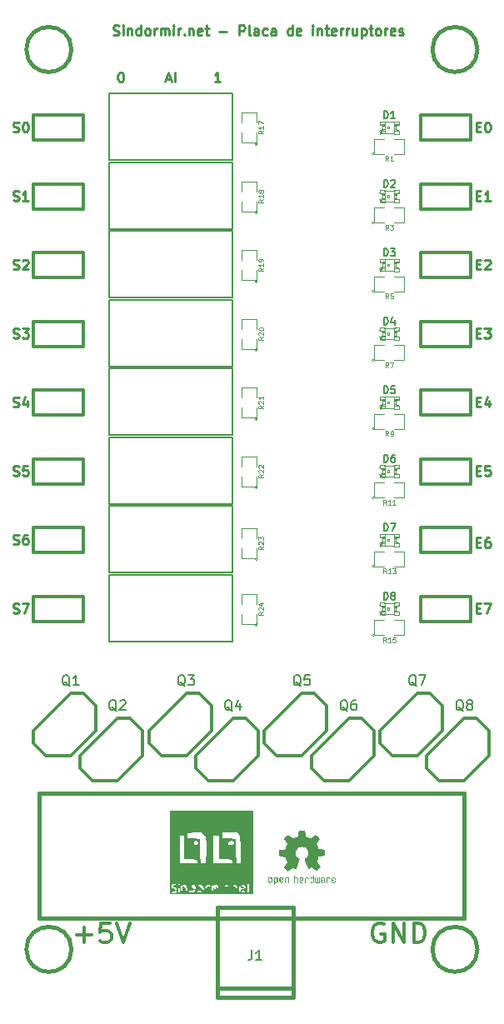
<source format=gto>
G04 (created by PCBNEW (2013-mar-13)-testing) date vie 02 ago 2013 12:29:19 CEST*
%MOIN*%
G04 Gerber Fmt 3.4, Leading zero omitted, Abs format*
%FSLAX34Y34*%
G01*
G70*
G90*
G04 APERTURE LIST*
%ADD10C,0.005906*%
%ADD11C,0.009843*%
%ADD12C,0.011811*%
%ADD13C,0.002600*%
%ADD14C,0.004000*%
%ADD15C,0.002000*%
%ADD16C,0.015000*%
%ADD17C,0.012000*%
%ADD18C,0.003900*%
%ADD19C,0.000100*%
%ADD20C,0.005000*%
%ADD21C,0.004300*%
%ADD22C,0.010000*%
%ADD23C,0.008000*%
G04 APERTURE END LIST*
G54D10*
G54D11*
X35812Y-26565D02*
X36000Y-26565D01*
X35775Y-26678D02*
X35906Y-26284D01*
X36037Y-26678D01*
X36168Y-26678D02*
X36168Y-26284D01*
X33697Y-24784D02*
X33753Y-24803D01*
X33847Y-24803D01*
X33885Y-24784D01*
X33903Y-24765D01*
X33922Y-24728D01*
X33922Y-24690D01*
X33903Y-24653D01*
X33885Y-24634D01*
X33847Y-24615D01*
X33772Y-24596D01*
X33735Y-24578D01*
X33716Y-24559D01*
X33697Y-24521D01*
X33697Y-24484D01*
X33716Y-24446D01*
X33735Y-24428D01*
X33772Y-24409D01*
X33866Y-24409D01*
X33922Y-24428D01*
X34091Y-24803D02*
X34091Y-24540D01*
X34091Y-24409D02*
X34072Y-24428D01*
X34091Y-24446D01*
X34110Y-24428D01*
X34091Y-24409D01*
X34091Y-24446D01*
X34278Y-24540D02*
X34278Y-24803D01*
X34278Y-24578D02*
X34297Y-24559D01*
X34335Y-24540D01*
X34391Y-24540D01*
X34428Y-24559D01*
X34447Y-24596D01*
X34447Y-24803D01*
X34803Y-24803D02*
X34803Y-24409D01*
X34803Y-24784D02*
X34766Y-24803D01*
X34691Y-24803D01*
X34653Y-24784D01*
X34634Y-24765D01*
X34616Y-24728D01*
X34616Y-24615D01*
X34634Y-24578D01*
X34653Y-24559D01*
X34691Y-24540D01*
X34766Y-24540D01*
X34803Y-24559D01*
X35047Y-24803D02*
X35009Y-24784D01*
X34991Y-24765D01*
X34972Y-24728D01*
X34972Y-24615D01*
X34991Y-24578D01*
X35009Y-24559D01*
X35047Y-24540D01*
X35103Y-24540D01*
X35141Y-24559D01*
X35159Y-24578D01*
X35178Y-24615D01*
X35178Y-24728D01*
X35159Y-24765D01*
X35141Y-24784D01*
X35103Y-24803D01*
X35047Y-24803D01*
X35347Y-24803D02*
X35347Y-24540D01*
X35347Y-24615D02*
X35366Y-24578D01*
X35384Y-24559D01*
X35422Y-24540D01*
X35459Y-24540D01*
X35591Y-24803D02*
X35591Y-24540D01*
X35591Y-24578D02*
X35609Y-24559D01*
X35647Y-24540D01*
X35703Y-24540D01*
X35741Y-24559D01*
X35759Y-24596D01*
X35759Y-24803D01*
X35759Y-24596D02*
X35778Y-24559D01*
X35816Y-24540D01*
X35872Y-24540D01*
X35909Y-24559D01*
X35928Y-24596D01*
X35928Y-24803D01*
X36116Y-24803D02*
X36116Y-24540D01*
X36116Y-24409D02*
X36097Y-24428D01*
X36116Y-24446D01*
X36134Y-24428D01*
X36116Y-24409D01*
X36116Y-24446D01*
X36303Y-24803D02*
X36303Y-24540D01*
X36303Y-24615D02*
X36322Y-24578D01*
X36341Y-24559D01*
X36378Y-24540D01*
X36416Y-24540D01*
X36547Y-24765D02*
X36565Y-24784D01*
X36547Y-24803D01*
X36528Y-24784D01*
X36547Y-24765D01*
X36547Y-24803D01*
X36734Y-24540D02*
X36734Y-24803D01*
X36734Y-24578D02*
X36753Y-24559D01*
X36790Y-24540D01*
X36847Y-24540D01*
X36884Y-24559D01*
X36903Y-24596D01*
X36903Y-24803D01*
X37240Y-24784D02*
X37203Y-24803D01*
X37128Y-24803D01*
X37090Y-24784D01*
X37072Y-24746D01*
X37072Y-24596D01*
X37090Y-24559D01*
X37128Y-24540D01*
X37203Y-24540D01*
X37240Y-24559D01*
X37259Y-24596D01*
X37259Y-24634D01*
X37072Y-24671D01*
X37372Y-24540D02*
X37522Y-24540D01*
X37428Y-24409D02*
X37428Y-24746D01*
X37447Y-24784D01*
X37484Y-24803D01*
X37522Y-24803D01*
X37953Y-24653D02*
X38253Y-24653D01*
X38740Y-24803D02*
X38740Y-24409D01*
X38890Y-24409D01*
X38928Y-24428D01*
X38946Y-24446D01*
X38965Y-24484D01*
X38965Y-24540D01*
X38946Y-24578D01*
X38928Y-24596D01*
X38890Y-24615D01*
X38740Y-24615D01*
X39190Y-24803D02*
X39153Y-24784D01*
X39134Y-24746D01*
X39134Y-24409D01*
X39509Y-24803D02*
X39509Y-24596D01*
X39490Y-24559D01*
X39453Y-24540D01*
X39378Y-24540D01*
X39340Y-24559D01*
X39509Y-24784D02*
X39471Y-24803D01*
X39378Y-24803D01*
X39340Y-24784D01*
X39321Y-24746D01*
X39321Y-24709D01*
X39340Y-24671D01*
X39378Y-24653D01*
X39471Y-24653D01*
X39509Y-24634D01*
X39865Y-24784D02*
X39828Y-24803D01*
X39753Y-24803D01*
X39715Y-24784D01*
X39696Y-24765D01*
X39678Y-24728D01*
X39678Y-24615D01*
X39696Y-24578D01*
X39715Y-24559D01*
X39753Y-24540D01*
X39828Y-24540D01*
X39865Y-24559D01*
X40203Y-24803D02*
X40203Y-24596D01*
X40184Y-24559D01*
X40146Y-24540D01*
X40071Y-24540D01*
X40034Y-24559D01*
X40203Y-24784D02*
X40165Y-24803D01*
X40071Y-24803D01*
X40034Y-24784D01*
X40015Y-24746D01*
X40015Y-24709D01*
X40034Y-24671D01*
X40071Y-24653D01*
X40165Y-24653D01*
X40203Y-24634D01*
X40859Y-24803D02*
X40859Y-24409D01*
X40859Y-24784D02*
X40821Y-24803D01*
X40746Y-24803D01*
X40709Y-24784D01*
X40690Y-24765D01*
X40671Y-24728D01*
X40671Y-24615D01*
X40690Y-24578D01*
X40709Y-24559D01*
X40746Y-24540D01*
X40821Y-24540D01*
X40859Y-24559D01*
X41196Y-24784D02*
X41159Y-24803D01*
X41084Y-24803D01*
X41046Y-24784D01*
X41027Y-24746D01*
X41027Y-24596D01*
X41046Y-24559D01*
X41084Y-24540D01*
X41159Y-24540D01*
X41196Y-24559D01*
X41215Y-24596D01*
X41215Y-24634D01*
X41027Y-24671D01*
X41684Y-24803D02*
X41684Y-24540D01*
X41684Y-24409D02*
X41665Y-24428D01*
X41684Y-24446D01*
X41702Y-24428D01*
X41684Y-24409D01*
X41684Y-24446D01*
X41871Y-24540D02*
X41871Y-24803D01*
X41871Y-24578D02*
X41890Y-24559D01*
X41927Y-24540D01*
X41984Y-24540D01*
X42021Y-24559D01*
X42040Y-24596D01*
X42040Y-24803D01*
X42171Y-24540D02*
X42321Y-24540D01*
X42227Y-24409D02*
X42227Y-24746D01*
X42246Y-24784D01*
X42284Y-24803D01*
X42321Y-24803D01*
X42602Y-24784D02*
X42565Y-24803D01*
X42490Y-24803D01*
X42452Y-24784D01*
X42434Y-24746D01*
X42434Y-24596D01*
X42452Y-24559D01*
X42490Y-24540D01*
X42565Y-24540D01*
X42602Y-24559D01*
X42621Y-24596D01*
X42621Y-24634D01*
X42434Y-24671D01*
X42790Y-24803D02*
X42790Y-24540D01*
X42790Y-24615D02*
X42808Y-24578D01*
X42827Y-24559D01*
X42865Y-24540D01*
X42902Y-24540D01*
X43033Y-24803D02*
X43033Y-24540D01*
X43033Y-24615D02*
X43052Y-24578D01*
X43071Y-24559D01*
X43108Y-24540D01*
X43146Y-24540D01*
X43446Y-24540D02*
X43446Y-24803D01*
X43277Y-24540D02*
X43277Y-24746D01*
X43296Y-24784D01*
X43333Y-24803D01*
X43390Y-24803D01*
X43427Y-24784D01*
X43446Y-24765D01*
X43633Y-24540D02*
X43633Y-24934D01*
X43633Y-24559D02*
X43671Y-24540D01*
X43746Y-24540D01*
X43783Y-24559D01*
X43802Y-24578D01*
X43821Y-24615D01*
X43821Y-24728D01*
X43802Y-24765D01*
X43783Y-24784D01*
X43746Y-24803D01*
X43671Y-24803D01*
X43633Y-24784D01*
X43933Y-24540D02*
X44083Y-24540D01*
X43990Y-24409D02*
X43990Y-24746D01*
X44008Y-24784D01*
X44046Y-24803D01*
X44083Y-24803D01*
X44271Y-24803D02*
X44233Y-24784D01*
X44215Y-24765D01*
X44196Y-24728D01*
X44196Y-24615D01*
X44215Y-24578D01*
X44233Y-24559D01*
X44271Y-24540D01*
X44327Y-24540D01*
X44365Y-24559D01*
X44383Y-24578D01*
X44402Y-24615D01*
X44402Y-24728D01*
X44383Y-24765D01*
X44365Y-24784D01*
X44327Y-24803D01*
X44271Y-24803D01*
X44571Y-24803D02*
X44571Y-24540D01*
X44571Y-24615D02*
X44589Y-24578D01*
X44608Y-24559D01*
X44646Y-24540D01*
X44683Y-24540D01*
X44964Y-24784D02*
X44927Y-24803D01*
X44852Y-24803D01*
X44814Y-24784D01*
X44796Y-24746D01*
X44796Y-24596D01*
X44814Y-24559D01*
X44852Y-24540D01*
X44927Y-24540D01*
X44964Y-24559D01*
X44983Y-24596D01*
X44983Y-24634D01*
X44796Y-24671D01*
X45133Y-24784D02*
X45171Y-24803D01*
X45246Y-24803D01*
X45283Y-24784D01*
X45302Y-24746D01*
X45302Y-24728D01*
X45283Y-24690D01*
X45246Y-24671D01*
X45189Y-24671D01*
X45152Y-24653D01*
X45133Y-24615D01*
X45133Y-24596D01*
X45152Y-24559D01*
X45189Y-24540D01*
X45246Y-24540D01*
X45283Y-24559D01*
G54D12*
X44525Y-60356D02*
X44450Y-60318D01*
X44337Y-60318D01*
X44225Y-60356D01*
X44150Y-60431D01*
X44112Y-60506D01*
X44075Y-60656D01*
X44075Y-60768D01*
X44112Y-60918D01*
X44150Y-60993D01*
X44225Y-61068D01*
X44337Y-61106D01*
X44412Y-61106D01*
X44525Y-61068D01*
X44562Y-61031D01*
X44562Y-60768D01*
X44412Y-60768D01*
X44900Y-61106D02*
X44900Y-60318D01*
X45349Y-61106D01*
X45349Y-60318D01*
X45724Y-61106D02*
X45724Y-60318D01*
X45912Y-60318D01*
X46024Y-60356D01*
X46099Y-60431D01*
X46137Y-60506D01*
X46174Y-60656D01*
X46174Y-60768D01*
X46137Y-60918D01*
X46099Y-60993D01*
X46024Y-61068D01*
X45912Y-61106D01*
X45724Y-61106D01*
X32237Y-60806D02*
X32837Y-60806D01*
X32537Y-61106D02*
X32537Y-60506D01*
X33587Y-60318D02*
X33212Y-60318D01*
X33175Y-60693D01*
X33212Y-60656D01*
X33287Y-60618D01*
X33474Y-60618D01*
X33549Y-60656D01*
X33587Y-60693D01*
X33624Y-60768D01*
X33624Y-60956D01*
X33587Y-61031D01*
X33549Y-61068D01*
X33474Y-61106D01*
X33287Y-61106D01*
X33212Y-61068D01*
X33175Y-61031D01*
X33849Y-60318D02*
X34112Y-61106D01*
X34374Y-60318D01*
G54D11*
X48228Y-47721D02*
X48359Y-47721D01*
X48415Y-47928D02*
X48228Y-47928D01*
X48228Y-47534D01*
X48415Y-47534D01*
X48546Y-47534D02*
X48809Y-47534D01*
X48640Y-47928D01*
X48228Y-45096D02*
X48359Y-45096D01*
X48415Y-45303D02*
X48228Y-45303D01*
X48228Y-44909D01*
X48415Y-44909D01*
X48753Y-44909D02*
X48678Y-44909D01*
X48640Y-44928D01*
X48621Y-44946D01*
X48584Y-45003D01*
X48565Y-45078D01*
X48565Y-45228D01*
X48584Y-45265D01*
X48603Y-45284D01*
X48640Y-45303D01*
X48715Y-45303D01*
X48753Y-45284D01*
X48771Y-45265D01*
X48790Y-45228D01*
X48790Y-45134D01*
X48771Y-45096D01*
X48753Y-45078D01*
X48715Y-45059D01*
X48640Y-45059D01*
X48603Y-45078D01*
X48584Y-45096D01*
X48565Y-45134D01*
X48228Y-42221D02*
X48359Y-42221D01*
X48415Y-42428D02*
X48228Y-42428D01*
X48228Y-42034D01*
X48415Y-42034D01*
X48771Y-42034D02*
X48584Y-42034D01*
X48565Y-42221D01*
X48584Y-42203D01*
X48621Y-42184D01*
X48715Y-42184D01*
X48753Y-42203D01*
X48771Y-42221D01*
X48790Y-42259D01*
X48790Y-42353D01*
X48771Y-42390D01*
X48753Y-42409D01*
X48715Y-42428D01*
X48621Y-42428D01*
X48584Y-42409D01*
X48565Y-42390D01*
X48228Y-39471D02*
X48359Y-39471D01*
X48415Y-39678D02*
X48228Y-39678D01*
X48228Y-39284D01*
X48415Y-39284D01*
X48753Y-39415D02*
X48753Y-39678D01*
X48659Y-39265D02*
X48565Y-39546D01*
X48809Y-39546D01*
X48228Y-36721D02*
X48359Y-36721D01*
X48415Y-36928D02*
X48228Y-36928D01*
X48228Y-36534D01*
X48415Y-36534D01*
X48546Y-36534D02*
X48790Y-36534D01*
X48659Y-36684D01*
X48715Y-36684D01*
X48753Y-36703D01*
X48771Y-36721D01*
X48790Y-36759D01*
X48790Y-36853D01*
X48771Y-36890D01*
X48753Y-36909D01*
X48715Y-36928D01*
X48603Y-36928D01*
X48565Y-36909D01*
X48546Y-36890D01*
X48228Y-33971D02*
X48359Y-33971D01*
X48415Y-34178D02*
X48228Y-34178D01*
X48228Y-33784D01*
X48415Y-33784D01*
X48565Y-33821D02*
X48584Y-33803D01*
X48621Y-33784D01*
X48715Y-33784D01*
X48753Y-33803D01*
X48771Y-33821D01*
X48790Y-33859D01*
X48790Y-33896D01*
X48771Y-33953D01*
X48546Y-34178D01*
X48790Y-34178D01*
X48228Y-31221D02*
X48359Y-31221D01*
X48415Y-31428D02*
X48228Y-31428D01*
X48228Y-31034D01*
X48415Y-31034D01*
X48790Y-31428D02*
X48565Y-31428D01*
X48678Y-31428D02*
X48678Y-31034D01*
X48640Y-31090D01*
X48603Y-31128D01*
X48565Y-31146D01*
X33981Y-26284D02*
X34018Y-26284D01*
X34056Y-26303D01*
X34074Y-26321D01*
X34093Y-26359D01*
X34112Y-26434D01*
X34112Y-26528D01*
X34093Y-26603D01*
X34074Y-26640D01*
X34056Y-26659D01*
X34018Y-26678D01*
X33981Y-26678D01*
X33943Y-26659D01*
X33925Y-26640D01*
X33906Y-26603D01*
X33887Y-26528D01*
X33887Y-26434D01*
X33906Y-26359D01*
X33925Y-26321D01*
X33943Y-26303D01*
X33981Y-26284D01*
X37987Y-26678D02*
X37762Y-26678D01*
X37875Y-26678D02*
X37875Y-26284D01*
X37837Y-26340D01*
X37800Y-26378D01*
X37762Y-26396D01*
X29700Y-47909D02*
X29756Y-47928D01*
X29850Y-47928D01*
X29887Y-47909D01*
X29906Y-47890D01*
X29925Y-47853D01*
X29925Y-47815D01*
X29906Y-47778D01*
X29887Y-47759D01*
X29850Y-47740D01*
X29775Y-47721D01*
X29737Y-47703D01*
X29718Y-47684D01*
X29700Y-47646D01*
X29700Y-47609D01*
X29718Y-47571D01*
X29737Y-47553D01*
X29775Y-47534D01*
X29868Y-47534D01*
X29925Y-47553D01*
X30056Y-47534D02*
X30318Y-47534D01*
X30149Y-47928D01*
X29700Y-45159D02*
X29756Y-45178D01*
X29850Y-45178D01*
X29887Y-45159D01*
X29906Y-45140D01*
X29925Y-45103D01*
X29925Y-45065D01*
X29906Y-45028D01*
X29887Y-45009D01*
X29850Y-44990D01*
X29775Y-44971D01*
X29737Y-44953D01*
X29718Y-44934D01*
X29700Y-44896D01*
X29700Y-44859D01*
X29718Y-44821D01*
X29737Y-44803D01*
X29775Y-44784D01*
X29868Y-44784D01*
X29925Y-44803D01*
X30262Y-44784D02*
X30187Y-44784D01*
X30149Y-44803D01*
X30131Y-44821D01*
X30093Y-44878D01*
X30074Y-44953D01*
X30074Y-45103D01*
X30093Y-45140D01*
X30112Y-45159D01*
X30149Y-45178D01*
X30224Y-45178D01*
X30262Y-45159D01*
X30281Y-45140D01*
X30299Y-45103D01*
X30299Y-45009D01*
X30281Y-44971D01*
X30262Y-44953D01*
X30224Y-44934D01*
X30149Y-44934D01*
X30112Y-44953D01*
X30093Y-44971D01*
X30074Y-45009D01*
X48228Y-28471D02*
X48359Y-28471D01*
X48415Y-28678D02*
X48228Y-28678D01*
X48228Y-28284D01*
X48415Y-28284D01*
X48659Y-28284D02*
X48696Y-28284D01*
X48734Y-28303D01*
X48753Y-28321D01*
X48771Y-28359D01*
X48790Y-28434D01*
X48790Y-28528D01*
X48771Y-28603D01*
X48753Y-28640D01*
X48734Y-28659D01*
X48696Y-28678D01*
X48659Y-28678D01*
X48621Y-28659D01*
X48603Y-28640D01*
X48584Y-28603D01*
X48565Y-28528D01*
X48565Y-28434D01*
X48584Y-28359D01*
X48603Y-28321D01*
X48621Y-28303D01*
X48659Y-28284D01*
X29700Y-42409D02*
X29756Y-42428D01*
X29850Y-42428D01*
X29887Y-42409D01*
X29906Y-42390D01*
X29925Y-42353D01*
X29925Y-42315D01*
X29906Y-42278D01*
X29887Y-42259D01*
X29850Y-42240D01*
X29775Y-42221D01*
X29737Y-42203D01*
X29718Y-42184D01*
X29700Y-42146D01*
X29700Y-42109D01*
X29718Y-42071D01*
X29737Y-42053D01*
X29775Y-42034D01*
X29868Y-42034D01*
X29925Y-42053D01*
X30281Y-42034D02*
X30093Y-42034D01*
X30074Y-42221D01*
X30093Y-42203D01*
X30131Y-42184D01*
X30224Y-42184D01*
X30262Y-42203D01*
X30281Y-42221D01*
X30299Y-42259D01*
X30299Y-42353D01*
X30281Y-42390D01*
X30262Y-42409D01*
X30224Y-42428D01*
X30131Y-42428D01*
X30093Y-42409D01*
X30074Y-42390D01*
X29700Y-39659D02*
X29756Y-39678D01*
X29850Y-39678D01*
X29887Y-39659D01*
X29906Y-39640D01*
X29925Y-39603D01*
X29925Y-39565D01*
X29906Y-39528D01*
X29887Y-39509D01*
X29850Y-39490D01*
X29775Y-39471D01*
X29737Y-39453D01*
X29718Y-39434D01*
X29700Y-39396D01*
X29700Y-39359D01*
X29718Y-39321D01*
X29737Y-39303D01*
X29775Y-39284D01*
X29868Y-39284D01*
X29925Y-39303D01*
X30262Y-39415D02*
X30262Y-39678D01*
X30168Y-39265D02*
X30074Y-39546D01*
X30318Y-39546D01*
X29700Y-36909D02*
X29756Y-36928D01*
X29850Y-36928D01*
X29887Y-36909D01*
X29906Y-36890D01*
X29925Y-36853D01*
X29925Y-36815D01*
X29906Y-36778D01*
X29887Y-36759D01*
X29850Y-36740D01*
X29775Y-36721D01*
X29737Y-36703D01*
X29718Y-36684D01*
X29700Y-36646D01*
X29700Y-36609D01*
X29718Y-36571D01*
X29737Y-36553D01*
X29775Y-36534D01*
X29868Y-36534D01*
X29925Y-36553D01*
X30056Y-36534D02*
X30299Y-36534D01*
X30168Y-36684D01*
X30224Y-36684D01*
X30262Y-36703D01*
X30281Y-36721D01*
X30299Y-36759D01*
X30299Y-36853D01*
X30281Y-36890D01*
X30262Y-36909D01*
X30224Y-36928D01*
X30112Y-36928D01*
X30074Y-36909D01*
X30056Y-36890D01*
X29700Y-34159D02*
X29756Y-34178D01*
X29850Y-34178D01*
X29887Y-34159D01*
X29906Y-34140D01*
X29925Y-34103D01*
X29925Y-34065D01*
X29906Y-34028D01*
X29887Y-34009D01*
X29850Y-33990D01*
X29775Y-33971D01*
X29737Y-33953D01*
X29718Y-33934D01*
X29700Y-33896D01*
X29700Y-33859D01*
X29718Y-33821D01*
X29737Y-33803D01*
X29775Y-33784D01*
X29868Y-33784D01*
X29925Y-33803D01*
X30074Y-33821D02*
X30093Y-33803D01*
X30131Y-33784D01*
X30224Y-33784D01*
X30262Y-33803D01*
X30281Y-33821D01*
X30299Y-33859D01*
X30299Y-33896D01*
X30281Y-33953D01*
X30056Y-34178D01*
X30299Y-34178D01*
X29700Y-31409D02*
X29756Y-31428D01*
X29850Y-31428D01*
X29887Y-31409D01*
X29906Y-31390D01*
X29925Y-31353D01*
X29925Y-31315D01*
X29906Y-31278D01*
X29887Y-31259D01*
X29850Y-31240D01*
X29775Y-31221D01*
X29737Y-31203D01*
X29718Y-31184D01*
X29700Y-31146D01*
X29700Y-31109D01*
X29718Y-31071D01*
X29737Y-31053D01*
X29775Y-31034D01*
X29868Y-31034D01*
X29925Y-31053D01*
X30299Y-31428D02*
X30074Y-31428D01*
X30187Y-31428D02*
X30187Y-31034D01*
X30149Y-31090D01*
X30112Y-31128D01*
X30074Y-31146D01*
X29700Y-28659D02*
X29756Y-28678D01*
X29850Y-28678D01*
X29887Y-28659D01*
X29906Y-28640D01*
X29925Y-28603D01*
X29925Y-28565D01*
X29906Y-28528D01*
X29887Y-28509D01*
X29850Y-28490D01*
X29775Y-28471D01*
X29737Y-28453D01*
X29718Y-28434D01*
X29700Y-28396D01*
X29700Y-28359D01*
X29718Y-28321D01*
X29737Y-28303D01*
X29775Y-28284D01*
X29868Y-28284D01*
X29925Y-28303D01*
X30168Y-28284D02*
X30206Y-28284D01*
X30243Y-28303D01*
X30262Y-28321D01*
X30281Y-28359D01*
X30299Y-28434D01*
X30299Y-28528D01*
X30281Y-28603D01*
X30262Y-28640D01*
X30243Y-28659D01*
X30206Y-28678D01*
X30168Y-28678D01*
X30131Y-28659D01*
X30112Y-28640D01*
X30093Y-28603D01*
X30074Y-28528D01*
X30074Y-28434D01*
X30093Y-28359D01*
X30112Y-28321D01*
X30131Y-28303D01*
X30168Y-28284D01*
G54D10*
X38484Y-27133D02*
X33523Y-27133D01*
X33523Y-29811D02*
X38484Y-29811D01*
X33523Y-27133D02*
X33523Y-29811D01*
X38484Y-27133D02*
X38484Y-29811D01*
G54D13*
X44554Y-28382D02*
X44554Y-28254D01*
X44554Y-28254D02*
X44357Y-28254D01*
X44357Y-28382D02*
X44357Y-28254D01*
X44554Y-28382D02*
X44357Y-28382D01*
X44554Y-28627D02*
X44554Y-28568D01*
X44554Y-28568D02*
X44455Y-28568D01*
X44455Y-28627D02*
X44455Y-28568D01*
X44554Y-28627D02*
X44455Y-28627D01*
X44554Y-28432D02*
X44554Y-28373D01*
X44554Y-28373D02*
X44455Y-28373D01*
X44455Y-28432D02*
X44455Y-28373D01*
X44554Y-28432D02*
X44455Y-28432D01*
X44554Y-28578D02*
X44554Y-28422D01*
X44554Y-28422D02*
X44485Y-28422D01*
X44485Y-28578D02*
X44485Y-28422D01*
X44554Y-28578D02*
X44485Y-28578D01*
X45143Y-28382D02*
X45143Y-28254D01*
X45143Y-28254D02*
X44946Y-28254D01*
X44946Y-28382D02*
X44946Y-28254D01*
X45143Y-28382D02*
X44946Y-28382D01*
X45143Y-28746D02*
X45143Y-28618D01*
X45143Y-28618D02*
X44946Y-28618D01*
X44946Y-28746D02*
X44946Y-28618D01*
X45143Y-28746D02*
X44946Y-28746D01*
X45045Y-28432D02*
X45045Y-28373D01*
X45045Y-28373D02*
X44946Y-28373D01*
X44946Y-28432D02*
X44946Y-28373D01*
X45045Y-28432D02*
X44946Y-28432D01*
X45045Y-28627D02*
X45045Y-28568D01*
X45045Y-28568D02*
X44946Y-28568D01*
X44946Y-28627D02*
X44946Y-28568D01*
X45045Y-28627D02*
X44946Y-28627D01*
X45015Y-28578D02*
X45015Y-28422D01*
X45015Y-28422D02*
X44946Y-28422D01*
X44946Y-28578D02*
X44946Y-28422D01*
X45015Y-28578D02*
X44946Y-28578D01*
X44750Y-28539D02*
X44750Y-28461D01*
X44750Y-28461D02*
X44672Y-28461D01*
X44672Y-28539D02*
X44672Y-28461D01*
X44750Y-28539D02*
X44672Y-28539D01*
X44554Y-28736D02*
X44554Y-28618D01*
X44554Y-28618D02*
X44436Y-28618D01*
X44436Y-28736D02*
X44436Y-28618D01*
X44554Y-28736D02*
X44436Y-28736D01*
X44386Y-28746D02*
X44386Y-28657D01*
X44386Y-28657D02*
X44357Y-28657D01*
X44357Y-28746D02*
X44357Y-28657D01*
X44386Y-28746D02*
X44357Y-28746D01*
G54D14*
X44544Y-28274D02*
X44956Y-28274D01*
X44946Y-28726D02*
X44386Y-28726D01*
G54D15*
X44444Y-28677D02*
G75*
G03X44444Y-28677I-28J0D01*
G74*
G01*
G54D14*
X44357Y-28637D02*
G75*
G03X44357Y-28363I0J137D01*
G74*
G01*
X45143Y-28363D02*
G75*
G03X45143Y-28637I0J-137D01*
G74*
G01*
G54D13*
X44554Y-31132D02*
X44554Y-31004D01*
X44554Y-31004D02*
X44357Y-31004D01*
X44357Y-31132D02*
X44357Y-31004D01*
X44554Y-31132D02*
X44357Y-31132D01*
X44554Y-31377D02*
X44554Y-31318D01*
X44554Y-31318D02*
X44455Y-31318D01*
X44455Y-31377D02*
X44455Y-31318D01*
X44554Y-31377D02*
X44455Y-31377D01*
X44554Y-31182D02*
X44554Y-31123D01*
X44554Y-31123D02*
X44455Y-31123D01*
X44455Y-31182D02*
X44455Y-31123D01*
X44554Y-31182D02*
X44455Y-31182D01*
X44554Y-31328D02*
X44554Y-31172D01*
X44554Y-31172D02*
X44485Y-31172D01*
X44485Y-31328D02*
X44485Y-31172D01*
X44554Y-31328D02*
X44485Y-31328D01*
X45143Y-31132D02*
X45143Y-31004D01*
X45143Y-31004D02*
X44946Y-31004D01*
X44946Y-31132D02*
X44946Y-31004D01*
X45143Y-31132D02*
X44946Y-31132D01*
X45143Y-31496D02*
X45143Y-31368D01*
X45143Y-31368D02*
X44946Y-31368D01*
X44946Y-31496D02*
X44946Y-31368D01*
X45143Y-31496D02*
X44946Y-31496D01*
X45045Y-31182D02*
X45045Y-31123D01*
X45045Y-31123D02*
X44946Y-31123D01*
X44946Y-31182D02*
X44946Y-31123D01*
X45045Y-31182D02*
X44946Y-31182D01*
X45045Y-31377D02*
X45045Y-31318D01*
X45045Y-31318D02*
X44946Y-31318D01*
X44946Y-31377D02*
X44946Y-31318D01*
X45045Y-31377D02*
X44946Y-31377D01*
X45015Y-31328D02*
X45015Y-31172D01*
X45015Y-31172D02*
X44946Y-31172D01*
X44946Y-31328D02*
X44946Y-31172D01*
X45015Y-31328D02*
X44946Y-31328D01*
X44750Y-31289D02*
X44750Y-31211D01*
X44750Y-31211D02*
X44672Y-31211D01*
X44672Y-31289D02*
X44672Y-31211D01*
X44750Y-31289D02*
X44672Y-31289D01*
X44554Y-31486D02*
X44554Y-31368D01*
X44554Y-31368D02*
X44436Y-31368D01*
X44436Y-31486D02*
X44436Y-31368D01*
X44554Y-31486D02*
X44436Y-31486D01*
X44386Y-31496D02*
X44386Y-31407D01*
X44386Y-31407D02*
X44357Y-31407D01*
X44357Y-31496D02*
X44357Y-31407D01*
X44386Y-31496D02*
X44357Y-31496D01*
G54D14*
X44544Y-31024D02*
X44956Y-31024D01*
X44946Y-31476D02*
X44386Y-31476D01*
G54D15*
X44444Y-31427D02*
G75*
G03X44444Y-31427I-28J0D01*
G74*
G01*
G54D14*
X44357Y-31387D02*
G75*
G03X44357Y-31113I0J137D01*
G74*
G01*
X45143Y-31113D02*
G75*
G03X45143Y-31387I0J-137D01*
G74*
G01*
G54D13*
X44554Y-33882D02*
X44554Y-33754D01*
X44554Y-33754D02*
X44357Y-33754D01*
X44357Y-33882D02*
X44357Y-33754D01*
X44554Y-33882D02*
X44357Y-33882D01*
X44554Y-34127D02*
X44554Y-34068D01*
X44554Y-34068D02*
X44455Y-34068D01*
X44455Y-34127D02*
X44455Y-34068D01*
X44554Y-34127D02*
X44455Y-34127D01*
X44554Y-33932D02*
X44554Y-33873D01*
X44554Y-33873D02*
X44455Y-33873D01*
X44455Y-33932D02*
X44455Y-33873D01*
X44554Y-33932D02*
X44455Y-33932D01*
X44554Y-34078D02*
X44554Y-33922D01*
X44554Y-33922D02*
X44485Y-33922D01*
X44485Y-34078D02*
X44485Y-33922D01*
X44554Y-34078D02*
X44485Y-34078D01*
X45143Y-33882D02*
X45143Y-33754D01*
X45143Y-33754D02*
X44946Y-33754D01*
X44946Y-33882D02*
X44946Y-33754D01*
X45143Y-33882D02*
X44946Y-33882D01*
X45143Y-34246D02*
X45143Y-34118D01*
X45143Y-34118D02*
X44946Y-34118D01*
X44946Y-34246D02*
X44946Y-34118D01*
X45143Y-34246D02*
X44946Y-34246D01*
X45045Y-33932D02*
X45045Y-33873D01*
X45045Y-33873D02*
X44946Y-33873D01*
X44946Y-33932D02*
X44946Y-33873D01*
X45045Y-33932D02*
X44946Y-33932D01*
X45045Y-34127D02*
X45045Y-34068D01*
X45045Y-34068D02*
X44946Y-34068D01*
X44946Y-34127D02*
X44946Y-34068D01*
X45045Y-34127D02*
X44946Y-34127D01*
X45015Y-34078D02*
X45015Y-33922D01*
X45015Y-33922D02*
X44946Y-33922D01*
X44946Y-34078D02*
X44946Y-33922D01*
X45015Y-34078D02*
X44946Y-34078D01*
X44750Y-34039D02*
X44750Y-33961D01*
X44750Y-33961D02*
X44672Y-33961D01*
X44672Y-34039D02*
X44672Y-33961D01*
X44750Y-34039D02*
X44672Y-34039D01*
X44554Y-34236D02*
X44554Y-34118D01*
X44554Y-34118D02*
X44436Y-34118D01*
X44436Y-34236D02*
X44436Y-34118D01*
X44554Y-34236D02*
X44436Y-34236D01*
X44386Y-34246D02*
X44386Y-34157D01*
X44386Y-34157D02*
X44357Y-34157D01*
X44357Y-34246D02*
X44357Y-34157D01*
X44386Y-34246D02*
X44357Y-34246D01*
G54D14*
X44544Y-33774D02*
X44956Y-33774D01*
X44946Y-34226D02*
X44386Y-34226D01*
G54D15*
X44444Y-34177D02*
G75*
G03X44444Y-34177I-28J0D01*
G74*
G01*
G54D14*
X44357Y-34137D02*
G75*
G03X44357Y-33863I0J137D01*
G74*
G01*
X45143Y-33863D02*
G75*
G03X45143Y-34137I0J-137D01*
G74*
G01*
G54D13*
X44554Y-36632D02*
X44554Y-36504D01*
X44554Y-36504D02*
X44357Y-36504D01*
X44357Y-36632D02*
X44357Y-36504D01*
X44554Y-36632D02*
X44357Y-36632D01*
X44554Y-36877D02*
X44554Y-36818D01*
X44554Y-36818D02*
X44455Y-36818D01*
X44455Y-36877D02*
X44455Y-36818D01*
X44554Y-36877D02*
X44455Y-36877D01*
X44554Y-36682D02*
X44554Y-36623D01*
X44554Y-36623D02*
X44455Y-36623D01*
X44455Y-36682D02*
X44455Y-36623D01*
X44554Y-36682D02*
X44455Y-36682D01*
X44554Y-36828D02*
X44554Y-36672D01*
X44554Y-36672D02*
X44485Y-36672D01*
X44485Y-36828D02*
X44485Y-36672D01*
X44554Y-36828D02*
X44485Y-36828D01*
X45143Y-36632D02*
X45143Y-36504D01*
X45143Y-36504D02*
X44946Y-36504D01*
X44946Y-36632D02*
X44946Y-36504D01*
X45143Y-36632D02*
X44946Y-36632D01*
X45143Y-36996D02*
X45143Y-36868D01*
X45143Y-36868D02*
X44946Y-36868D01*
X44946Y-36996D02*
X44946Y-36868D01*
X45143Y-36996D02*
X44946Y-36996D01*
X45045Y-36682D02*
X45045Y-36623D01*
X45045Y-36623D02*
X44946Y-36623D01*
X44946Y-36682D02*
X44946Y-36623D01*
X45045Y-36682D02*
X44946Y-36682D01*
X45045Y-36877D02*
X45045Y-36818D01*
X45045Y-36818D02*
X44946Y-36818D01*
X44946Y-36877D02*
X44946Y-36818D01*
X45045Y-36877D02*
X44946Y-36877D01*
X45015Y-36828D02*
X45015Y-36672D01*
X45015Y-36672D02*
X44946Y-36672D01*
X44946Y-36828D02*
X44946Y-36672D01*
X45015Y-36828D02*
X44946Y-36828D01*
X44750Y-36789D02*
X44750Y-36711D01*
X44750Y-36711D02*
X44672Y-36711D01*
X44672Y-36789D02*
X44672Y-36711D01*
X44750Y-36789D02*
X44672Y-36789D01*
X44554Y-36986D02*
X44554Y-36868D01*
X44554Y-36868D02*
X44436Y-36868D01*
X44436Y-36986D02*
X44436Y-36868D01*
X44554Y-36986D02*
X44436Y-36986D01*
X44386Y-36996D02*
X44386Y-36907D01*
X44386Y-36907D02*
X44357Y-36907D01*
X44357Y-36996D02*
X44357Y-36907D01*
X44386Y-36996D02*
X44357Y-36996D01*
G54D14*
X44544Y-36524D02*
X44956Y-36524D01*
X44946Y-36976D02*
X44386Y-36976D01*
G54D15*
X44444Y-36927D02*
G75*
G03X44444Y-36927I-28J0D01*
G74*
G01*
G54D14*
X44357Y-36887D02*
G75*
G03X44357Y-36613I0J137D01*
G74*
G01*
X45143Y-36613D02*
G75*
G03X45143Y-36887I0J-137D01*
G74*
G01*
G54D13*
X44554Y-39382D02*
X44554Y-39254D01*
X44554Y-39254D02*
X44357Y-39254D01*
X44357Y-39382D02*
X44357Y-39254D01*
X44554Y-39382D02*
X44357Y-39382D01*
X44554Y-39627D02*
X44554Y-39568D01*
X44554Y-39568D02*
X44455Y-39568D01*
X44455Y-39627D02*
X44455Y-39568D01*
X44554Y-39627D02*
X44455Y-39627D01*
X44554Y-39432D02*
X44554Y-39373D01*
X44554Y-39373D02*
X44455Y-39373D01*
X44455Y-39432D02*
X44455Y-39373D01*
X44554Y-39432D02*
X44455Y-39432D01*
X44554Y-39578D02*
X44554Y-39422D01*
X44554Y-39422D02*
X44485Y-39422D01*
X44485Y-39578D02*
X44485Y-39422D01*
X44554Y-39578D02*
X44485Y-39578D01*
X45143Y-39382D02*
X45143Y-39254D01*
X45143Y-39254D02*
X44946Y-39254D01*
X44946Y-39382D02*
X44946Y-39254D01*
X45143Y-39382D02*
X44946Y-39382D01*
X45143Y-39746D02*
X45143Y-39618D01*
X45143Y-39618D02*
X44946Y-39618D01*
X44946Y-39746D02*
X44946Y-39618D01*
X45143Y-39746D02*
X44946Y-39746D01*
X45045Y-39432D02*
X45045Y-39373D01*
X45045Y-39373D02*
X44946Y-39373D01*
X44946Y-39432D02*
X44946Y-39373D01*
X45045Y-39432D02*
X44946Y-39432D01*
X45045Y-39627D02*
X45045Y-39568D01*
X45045Y-39568D02*
X44946Y-39568D01*
X44946Y-39627D02*
X44946Y-39568D01*
X45045Y-39627D02*
X44946Y-39627D01*
X45015Y-39578D02*
X45015Y-39422D01*
X45015Y-39422D02*
X44946Y-39422D01*
X44946Y-39578D02*
X44946Y-39422D01*
X45015Y-39578D02*
X44946Y-39578D01*
X44750Y-39539D02*
X44750Y-39461D01*
X44750Y-39461D02*
X44672Y-39461D01*
X44672Y-39539D02*
X44672Y-39461D01*
X44750Y-39539D02*
X44672Y-39539D01*
X44554Y-39736D02*
X44554Y-39618D01*
X44554Y-39618D02*
X44436Y-39618D01*
X44436Y-39736D02*
X44436Y-39618D01*
X44554Y-39736D02*
X44436Y-39736D01*
X44386Y-39746D02*
X44386Y-39657D01*
X44386Y-39657D02*
X44357Y-39657D01*
X44357Y-39746D02*
X44357Y-39657D01*
X44386Y-39746D02*
X44357Y-39746D01*
G54D14*
X44544Y-39274D02*
X44956Y-39274D01*
X44946Y-39726D02*
X44386Y-39726D01*
G54D15*
X44444Y-39677D02*
G75*
G03X44444Y-39677I-28J0D01*
G74*
G01*
G54D14*
X44357Y-39637D02*
G75*
G03X44357Y-39363I0J137D01*
G74*
G01*
X45143Y-39363D02*
G75*
G03X45143Y-39637I0J-137D01*
G74*
G01*
G54D13*
X44554Y-42132D02*
X44554Y-42004D01*
X44554Y-42004D02*
X44357Y-42004D01*
X44357Y-42132D02*
X44357Y-42004D01*
X44554Y-42132D02*
X44357Y-42132D01*
X44554Y-42377D02*
X44554Y-42318D01*
X44554Y-42318D02*
X44455Y-42318D01*
X44455Y-42377D02*
X44455Y-42318D01*
X44554Y-42377D02*
X44455Y-42377D01*
X44554Y-42182D02*
X44554Y-42123D01*
X44554Y-42123D02*
X44455Y-42123D01*
X44455Y-42182D02*
X44455Y-42123D01*
X44554Y-42182D02*
X44455Y-42182D01*
X44554Y-42328D02*
X44554Y-42172D01*
X44554Y-42172D02*
X44485Y-42172D01*
X44485Y-42328D02*
X44485Y-42172D01*
X44554Y-42328D02*
X44485Y-42328D01*
X45143Y-42132D02*
X45143Y-42004D01*
X45143Y-42004D02*
X44946Y-42004D01*
X44946Y-42132D02*
X44946Y-42004D01*
X45143Y-42132D02*
X44946Y-42132D01*
X45143Y-42496D02*
X45143Y-42368D01*
X45143Y-42368D02*
X44946Y-42368D01*
X44946Y-42496D02*
X44946Y-42368D01*
X45143Y-42496D02*
X44946Y-42496D01*
X45045Y-42182D02*
X45045Y-42123D01*
X45045Y-42123D02*
X44946Y-42123D01*
X44946Y-42182D02*
X44946Y-42123D01*
X45045Y-42182D02*
X44946Y-42182D01*
X45045Y-42377D02*
X45045Y-42318D01*
X45045Y-42318D02*
X44946Y-42318D01*
X44946Y-42377D02*
X44946Y-42318D01*
X45045Y-42377D02*
X44946Y-42377D01*
X45015Y-42328D02*
X45015Y-42172D01*
X45015Y-42172D02*
X44946Y-42172D01*
X44946Y-42328D02*
X44946Y-42172D01*
X45015Y-42328D02*
X44946Y-42328D01*
X44750Y-42289D02*
X44750Y-42211D01*
X44750Y-42211D02*
X44672Y-42211D01*
X44672Y-42289D02*
X44672Y-42211D01*
X44750Y-42289D02*
X44672Y-42289D01*
X44554Y-42486D02*
X44554Y-42368D01*
X44554Y-42368D02*
X44436Y-42368D01*
X44436Y-42486D02*
X44436Y-42368D01*
X44554Y-42486D02*
X44436Y-42486D01*
X44386Y-42496D02*
X44386Y-42407D01*
X44386Y-42407D02*
X44357Y-42407D01*
X44357Y-42496D02*
X44357Y-42407D01*
X44386Y-42496D02*
X44357Y-42496D01*
G54D14*
X44544Y-42024D02*
X44956Y-42024D01*
X44946Y-42476D02*
X44386Y-42476D01*
G54D15*
X44444Y-42427D02*
G75*
G03X44444Y-42427I-28J0D01*
G74*
G01*
G54D14*
X44357Y-42387D02*
G75*
G03X44357Y-42113I0J137D01*
G74*
G01*
X45143Y-42113D02*
G75*
G03X45143Y-42387I0J-137D01*
G74*
G01*
G54D13*
X44554Y-44882D02*
X44554Y-44754D01*
X44554Y-44754D02*
X44357Y-44754D01*
X44357Y-44882D02*
X44357Y-44754D01*
X44554Y-44882D02*
X44357Y-44882D01*
X44554Y-45127D02*
X44554Y-45068D01*
X44554Y-45068D02*
X44455Y-45068D01*
X44455Y-45127D02*
X44455Y-45068D01*
X44554Y-45127D02*
X44455Y-45127D01*
X44554Y-44932D02*
X44554Y-44873D01*
X44554Y-44873D02*
X44455Y-44873D01*
X44455Y-44932D02*
X44455Y-44873D01*
X44554Y-44932D02*
X44455Y-44932D01*
X44554Y-45078D02*
X44554Y-44922D01*
X44554Y-44922D02*
X44485Y-44922D01*
X44485Y-45078D02*
X44485Y-44922D01*
X44554Y-45078D02*
X44485Y-45078D01*
X45143Y-44882D02*
X45143Y-44754D01*
X45143Y-44754D02*
X44946Y-44754D01*
X44946Y-44882D02*
X44946Y-44754D01*
X45143Y-44882D02*
X44946Y-44882D01*
X45143Y-45246D02*
X45143Y-45118D01*
X45143Y-45118D02*
X44946Y-45118D01*
X44946Y-45246D02*
X44946Y-45118D01*
X45143Y-45246D02*
X44946Y-45246D01*
X45045Y-44932D02*
X45045Y-44873D01*
X45045Y-44873D02*
X44946Y-44873D01*
X44946Y-44932D02*
X44946Y-44873D01*
X45045Y-44932D02*
X44946Y-44932D01*
X45045Y-45127D02*
X45045Y-45068D01*
X45045Y-45068D02*
X44946Y-45068D01*
X44946Y-45127D02*
X44946Y-45068D01*
X45045Y-45127D02*
X44946Y-45127D01*
X45015Y-45078D02*
X45015Y-44922D01*
X45015Y-44922D02*
X44946Y-44922D01*
X44946Y-45078D02*
X44946Y-44922D01*
X45015Y-45078D02*
X44946Y-45078D01*
X44750Y-45039D02*
X44750Y-44961D01*
X44750Y-44961D02*
X44672Y-44961D01*
X44672Y-45039D02*
X44672Y-44961D01*
X44750Y-45039D02*
X44672Y-45039D01*
X44554Y-45236D02*
X44554Y-45118D01*
X44554Y-45118D02*
X44436Y-45118D01*
X44436Y-45236D02*
X44436Y-45118D01*
X44554Y-45236D02*
X44436Y-45236D01*
X44386Y-45246D02*
X44386Y-45157D01*
X44386Y-45157D02*
X44357Y-45157D01*
X44357Y-45246D02*
X44357Y-45157D01*
X44386Y-45246D02*
X44357Y-45246D01*
G54D14*
X44544Y-44774D02*
X44956Y-44774D01*
X44946Y-45226D02*
X44386Y-45226D01*
G54D15*
X44444Y-45177D02*
G75*
G03X44444Y-45177I-28J0D01*
G74*
G01*
G54D14*
X44357Y-45137D02*
G75*
G03X44357Y-44863I0J137D01*
G74*
G01*
X45143Y-44863D02*
G75*
G03X45143Y-45137I0J-137D01*
G74*
G01*
G54D13*
X44554Y-47632D02*
X44554Y-47504D01*
X44554Y-47504D02*
X44357Y-47504D01*
X44357Y-47632D02*
X44357Y-47504D01*
X44554Y-47632D02*
X44357Y-47632D01*
X44554Y-47877D02*
X44554Y-47818D01*
X44554Y-47818D02*
X44455Y-47818D01*
X44455Y-47877D02*
X44455Y-47818D01*
X44554Y-47877D02*
X44455Y-47877D01*
X44554Y-47682D02*
X44554Y-47623D01*
X44554Y-47623D02*
X44455Y-47623D01*
X44455Y-47682D02*
X44455Y-47623D01*
X44554Y-47682D02*
X44455Y-47682D01*
X44554Y-47828D02*
X44554Y-47672D01*
X44554Y-47672D02*
X44485Y-47672D01*
X44485Y-47828D02*
X44485Y-47672D01*
X44554Y-47828D02*
X44485Y-47828D01*
X45143Y-47632D02*
X45143Y-47504D01*
X45143Y-47504D02*
X44946Y-47504D01*
X44946Y-47632D02*
X44946Y-47504D01*
X45143Y-47632D02*
X44946Y-47632D01*
X45143Y-47996D02*
X45143Y-47868D01*
X45143Y-47868D02*
X44946Y-47868D01*
X44946Y-47996D02*
X44946Y-47868D01*
X45143Y-47996D02*
X44946Y-47996D01*
X45045Y-47682D02*
X45045Y-47623D01*
X45045Y-47623D02*
X44946Y-47623D01*
X44946Y-47682D02*
X44946Y-47623D01*
X45045Y-47682D02*
X44946Y-47682D01*
X45045Y-47877D02*
X45045Y-47818D01*
X45045Y-47818D02*
X44946Y-47818D01*
X44946Y-47877D02*
X44946Y-47818D01*
X45045Y-47877D02*
X44946Y-47877D01*
X45015Y-47828D02*
X45015Y-47672D01*
X45015Y-47672D02*
X44946Y-47672D01*
X44946Y-47828D02*
X44946Y-47672D01*
X45015Y-47828D02*
X44946Y-47828D01*
X44750Y-47789D02*
X44750Y-47711D01*
X44750Y-47711D02*
X44672Y-47711D01*
X44672Y-47789D02*
X44672Y-47711D01*
X44750Y-47789D02*
X44672Y-47789D01*
X44554Y-47986D02*
X44554Y-47868D01*
X44554Y-47868D02*
X44436Y-47868D01*
X44436Y-47986D02*
X44436Y-47868D01*
X44554Y-47986D02*
X44436Y-47986D01*
X44386Y-47996D02*
X44386Y-47907D01*
X44386Y-47907D02*
X44357Y-47907D01*
X44357Y-47996D02*
X44357Y-47907D01*
X44386Y-47996D02*
X44357Y-47996D01*
G54D14*
X44544Y-47524D02*
X44956Y-47524D01*
X44946Y-47976D02*
X44386Y-47976D01*
G54D15*
X44444Y-47927D02*
G75*
G03X44444Y-47927I-28J0D01*
G74*
G01*
G54D14*
X44357Y-47887D02*
G75*
G03X44357Y-47613I0J137D01*
G74*
G01*
X45143Y-47613D02*
G75*
G03X45143Y-47887I0J-137D01*
G74*
G01*
G54D16*
X47750Y-60125D02*
X30750Y-60125D01*
X30750Y-60125D02*
X30750Y-55125D01*
X30750Y-55125D02*
X47750Y-55125D01*
X47750Y-55125D02*
X47750Y-60125D01*
G54D17*
X46000Y-29000D02*
X46000Y-28000D01*
X46000Y-28000D02*
X48000Y-28000D01*
X48000Y-28000D02*
X48000Y-29000D01*
X48000Y-29000D02*
X46000Y-29000D01*
X46000Y-31750D02*
X46000Y-30750D01*
X46000Y-30750D02*
X48000Y-30750D01*
X48000Y-30750D02*
X48000Y-31750D01*
X48000Y-31750D02*
X46000Y-31750D01*
X46000Y-34500D02*
X46000Y-33500D01*
X46000Y-33500D02*
X48000Y-33500D01*
X48000Y-33500D02*
X48000Y-34500D01*
X48000Y-34500D02*
X46000Y-34500D01*
X46000Y-37250D02*
X46000Y-36250D01*
X46000Y-36250D02*
X48000Y-36250D01*
X48000Y-36250D02*
X48000Y-37250D01*
X48000Y-37250D02*
X46000Y-37250D01*
X46000Y-40000D02*
X46000Y-39000D01*
X46000Y-39000D02*
X48000Y-39000D01*
X48000Y-39000D02*
X48000Y-40000D01*
X48000Y-40000D02*
X46000Y-40000D01*
X46000Y-42750D02*
X46000Y-41750D01*
X46000Y-41750D02*
X48000Y-41750D01*
X48000Y-41750D02*
X48000Y-42750D01*
X48000Y-42750D02*
X46000Y-42750D01*
X46000Y-45500D02*
X46000Y-44500D01*
X46000Y-44500D02*
X48000Y-44500D01*
X48000Y-44500D02*
X48000Y-45500D01*
X48000Y-45500D02*
X46000Y-45500D01*
X46000Y-48250D02*
X46000Y-47250D01*
X46000Y-47250D02*
X48000Y-47250D01*
X48000Y-47250D02*
X48000Y-48250D01*
X48000Y-48250D02*
X46000Y-48250D01*
X32500Y-28000D02*
X32500Y-29000D01*
X32500Y-29000D02*
X30500Y-29000D01*
X30500Y-29000D02*
X30500Y-28000D01*
X30500Y-28000D02*
X32500Y-28000D01*
X32500Y-30750D02*
X32500Y-31750D01*
X32500Y-31750D02*
X30500Y-31750D01*
X30500Y-31750D02*
X30500Y-30750D01*
X30500Y-30750D02*
X32500Y-30750D01*
X32500Y-33500D02*
X32500Y-34500D01*
X32500Y-34500D02*
X30500Y-34500D01*
X30500Y-34500D02*
X30500Y-33500D01*
X30500Y-33500D02*
X32500Y-33500D01*
X32500Y-36250D02*
X32500Y-37250D01*
X32500Y-37250D02*
X30500Y-37250D01*
X30500Y-37250D02*
X30500Y-36250D01*
X30500Y-36250D02*
X32500Y-36250D01*
X32500Y-39000D02*
X32500Y-40000D01*
X32500Y-40000D02*
X30500Y-40000D01*
X30500Y-40000D02*
X30500Y-39000D01*
X30500Y-39000D02*
X32500Y-39000D01*
X32500Y-41750D02*
X32500Y-42750D01*
X32500Y-42750D02*
X30500Y-42750D01*
X30500Y-42750D02*
X30500Y-41750D01*
X30500Y-41750D02*
X32500Y-41750D01*
X32500Y-44500D02*
X32500Y-45500D01*
X32500Y-45500D02*
X30500Y-45500D01*
X30500Y-45500D02*
X30500Y-44500D01*
X30500Y-44500D02*
X32500Y-44500D01*
X32500Y-47250D02*
X32500Y-48250D01*
X32500Y-48250D02*
X30500Y-48250D01*
X30500Y-48250D02*
X30500Y-47250D01*
X30500Y-47250D02*
X32500Y-47250D01*
G54D18*
X44150Y-29550D02*
G75*
G03X44150Y-29550I-50J0D01*
G74*
G01*
X44550Y-29550D02*
X44150Y-29550D01*
X44150Y-29550D02*
X44150Y-28950D01*
X44150Y-28950D02*
X44550Y-28950D01*
X44950Y-28950D02*
X45350Y-28950D01*
X45350Y-28950D02*
X45350Y-29550D01*
X45350Y-29550D02*
X44950Y-29550D01*
X44150Y-32300D02*
G75*
G03X44150Y-32300I-50J0D01*
G74*
G01*
X44550Y-32300D02*
X44150Y-32300D01*
X44150Y-32300D02*
X44150Y-31700D01*
X44150Y-31700D02*
X44550Y-31700D01*
X44950Y-31700D02*
X45350Y-31700D01*
X45350Y-31700D02*
X45350Y-32300D01*
X45350Y-32300D02*
X44950Y-32300D01*
X44150Y-35050D02*
G75*
G03X44150Y-35050I-50J0D01*
G74*
G01*
X44550Y-35050D02*
X44150Y-35050D01*
X44150Y-35050D02*
X44150Y-34450D01*
X44150Y-34450D02*
X44550Y-34450D01*
X44950Y-34450D02*
X45350Y-34450D01*
X45350Y-34450D02*
X45350Y-35050D01*
X45350Y-35050D02*
X44950Y-35050D01*
X44150Y-37800D02*
G75*
G03X44150Y-37800I-50J0D01*
G74*
G01*
X44550Y-37800D02*
X44150Y-37800D01*
X44150Y-37800D02*
X44150Y-37200D01*
X44150Y-37200D02*
X44550Y-37200D01*
X44950Y-37200D02*
X45350Y-37200D01*
X45350Y-37200D02*
X45350Y-37800D01*
X45350Y-37800D02*
X44950Y-37800D01*
X44150Y-40550D02*
G75*
G03X44150Y-40550I-50J0D01*
G74*
G01*
X44550Y-40550D02*
X44150Y-40550D01*
X44150Y-40550D02*
X44150Y-39950D01*
X44150Y-39950D02*
X44550Y-39950D01*
X44950Y-39950D02*
X45350Y-39950D01*
X45350Y-39950D02*
X45350Y-40550D01*
X45350Y-40550D02*
X44950Y-40550D01*
X44150Y-43300D02*
G75*
G03X44150Y-43300I-50J0D01*
G74*
G01*
X44550Y-43300D02*
X44150Y-43300D01*
X44150Y-43300D02*
X44150Y-42700D01*
X44150Y-42700D02*
X44550Y-42700D01*
X44950Y-42700D02*
X45350Y-42700D01*
X45350Y-42700D02*
X45350Y-43300D01*
X45350Y-43300D02*
X44950Y-43300D01*
X44150Y-46050D02*
G75*
G03X44150Y-46050I-50J0D01*
G74*
G01*
X44550Y-46050D02*
X44150Y-46050D01*
X44150Y-46050D02*
X44150Y-45450D01*
X44150Y-45450D02*
X44550Y-45450D01*
X44950Y-45450D02*
X45350Y-45450D01*
X45350Y-45450D02*
X45350Y-46050D01*
X45350Y-46050D02*
X44950Y-46050D01*
X44150Y-48800D02*
G75*
G03X44150Y-48800I-50J0D01*
G74*
G01*
X44550Y-48800D02*
X44150Y-48800D01*
X44150Y-48800D02*
X44150Y-48200D01*
X44150Y-48200D02*
X44550Y-48200D01*
X44950Y-48200D02*
X45350Y-48200D01*
X45350Y-48200D02*
X45350Y-48800D01*
X45350Y-48800D02*
X44950Y-48800D01*
X39475Y-29150D02*
G75*
G03X39475Y-29150I-50J0D01*
G74*
G01*
X39425Y-28700D02*
X39425Y-29100D01*
X39425Y-29100D02*
X38825Y-29100D01*
X38825Y-29100D02*
X38825Y-28700D01*
X38825Y-28300D02*
X38825Y-27900D01*
X38825Y-27900D02*
X39425Y-27900D01*
X39425Y-27900D02*
X39425Y-28300D01*
X39475Y-31900D02*
G75*
G03X39475Y-31900I-50J0D01*
G74*
G01*
X39425Y-31450D02*
X39425Y-31850D01*
X39425Y-31850D02*
X38825Y-31850D01*
X38825Y-31850D02*
X38825Y-31450D01*
X38825Y-31050D02*
X38825Y-30650D01*
X38825Y-30650D02*
X39425Y-30650D01*
X39425Y-30650D02*
X39425Y-31050D01*
X39475Y-34650D02*
G75*
G03X39475Y-34650I-50J0D01*
G74*
G01*
X39425Y-34200D02*
X39425Y-34600D01*
X39425Y-34600D02*
X38825Y-34600D01*
X38825Y-34600D02*
X38825Y-34200D01*
X38825Y-33800D02*
X38825Y-33400D01*
X38825Y-33400D02*
X39425Y-33400D01*
X39425Y-33400D02*
X39425Y-33800D01*
X39475Y-37400D02*
G75*
G03X39475Y-37400I-50J0D01*
G74*
G01*
X39425Y-36950D02*
X39425Y-37350D01*
X39425Y-37350D02*
X38825Y-37350D01*
X38825Y-37350D02*
X38825Y-36950D01*
X38825Y-36550D02*
X38825Y-36150D01*
X38825Y-36150D02*
X39425Y-36150D01*
X39425Y-36150D02*
X39425Y-36550D01*
X39475Y-40150D02*
G75*
G03X39475Y-40150I-50J0D01*
G74*
G01*
X39425Y-39700D02*
X39425Y-40100D01*
X39425Y-40100D02*
X38825Y-40100D01*
X38825Y-40100D02*
X38825Y-39700D01*
X38825Y-39300D02*
X38825Y-38900D01*
X38825Y-38900D02*
X39425Y-38900D01*
X39425Y-38900D02*
X39425Y-39300D01*
X39475Y-42900D02*
G75*
G03X39475Y-42900I-50J0D01*
G74*
G01*
X39425Y-42450D02*
X39425Y-42850D01*
X39425Y-42850D02*
X38825Y-42850D01*
X38825Y-42850D02*
X38825Y-42450D01*
X38825Y-42050D02*
X38825Y-41650D01*
X38825Y-41650D02*
X39425Y-41650D01*
X39425Y-41650D02*
X39425Y-42050D01*
X39475Y-45775D02*
G75*
G03X39475Y-45775I-50J0D01*
G74*
G01*
X39425Y-45325D02*
X39425Y-45725D01*
X39425Y-45725D02*
X38825Y-45725D01*
X38825Y-45725D02*
X38825Y-45325D01*
X38825Y-44925D02*
X38825Y-44525D01*
X38825Y-44525D02*
X39425Y-44525D01*
X39425Y-44525D02*
X39425Y-44925D01*
X39475Y-48400D02*
G75*
G03X39475Y-48400I-50J0D01*
G74*
G01*
X39425Y-47950D02*
X39425Y-48350D01*
X39425Y-48350D02*
X38825Y-48350D01*
X38825Y-48350D02*
X38825Y-47950D01*
X38825Y-47550D02*
X38825Y-47150D01*
X38825Y-47150D02*
X39425Y-47150D01*
X39425Y-47150D02*
X39425Y-47550D01*
G54D19*
G36*
X39292Y-59167D02*
X39188Y-59167D01*
X39188Y-58857D01*
X39183Y-58829D01*
X39144Y-58781D01*
X39099Y-58743D01*
X39073Y-58747D01*
X39061Y-58802D01*
X39059Y-58915D01*
X39059Y-58917D01*
X39064Y-59030D01*
X39081Y-59087D01*
X39105Y-59100D01*
X39134Y-59083D01*
X39140Y-59024D01*
X39134Y-58962D01*
X39127Y-58874D01*
X39139Y-58843D01*
X39153Y-58847D01*
X39188Y-58857D01*
X39188Y-59167D01*
X39009Y-59167D01*
X39009Y-58884D01*
X38986Y-58829D01*
X38917Y-58806D01*
X38851Y-58810D01*
X38825Y-58831D01*
X38853Y-58860D01*
X38894Y-58867D01*
X38940Y-58880D01*
X38942Y-58900D01*
X38896Y-58930D01*
X38836Y-58929D01*
X38796Y-58900D01*
X38792Y-58884D01*
X38792Y-57934D01*
X38792Y-57407D01*
X38789Y-57150D01*
X38779Y-56959D01*
X38763Y-56835D01*
X38750Y-56790D01*
X38728Y-56749D01*
X38700Y-56723D01*
X38652Y-56709D01*
X38569Y-56702D01*
X38438Y-56701D01*
X38384Y-56700D01*
X38059Y-56700D01*
X38059Y-56815D01*
X38059Y-56931D01*
X38334Y-56940D01*
X38609Y-56950D01*
X38618Y-57442D01*
X38627Y-57934D01*
X38709Y-57934D01*
X38792Y-57934D01*
X38792Y-58884D01*
X38774Y-58839D01*
X38759Y-58834D01*
X38738Y-58863D01*
X38726Y-58937D01*
X38725Y-58967D01*
X38733Y-59050D01*
X38751Y-59097D01*
X38759Y-59100D01*
X38786Y-59072D01*
X38792Y-59036D01*
X38811Y-58987D01*
X38876Y-58963D01*
X38900Y-58961D01*
X38979Y-58942D01*
X39007Y-58901D01*
X39009Y-58884D01*
X39009Y-59167D01*
X38959Y-59167D01*
X38959Y-59067D01*
X38931Y-59040D01*
X38892Y-59034D01*
X38838Y-59047D01*
X38825Y-59067D01*
X38853Y-59094D01*
X38892Y-59100D01*
X38946Y-59086D01*
X38959Y-59067D01*
X38959Y-59167D01*
X38659Y-59167D01*
X38659Y-58950D01*
X38655Y-58858D01*
X38638Y-58814D01*
X38598Y-58801D01*
X38575Y-58800D01*
X38542Y-58806D01*
X38542Y-57117D01*
X38521Y-57063D01*
X38449Y-57040D01*
X38446Y-57039D01*
X38351Y-57046D01*
X38301Y-57087D01*
X38304Y-57150D01*
X38348Y-57190D01*
X38420Y-57200D01*
X38492Y-57181D01*
X38537Y-57139D01*
X38542Y-57117D01*
X38542Y-58806D01*
X38513Y-58812D01*
X38492Y-58834D01*
X38520Y-58861D01*
X38559Y-58867D01*
X38604Y-58880D01*
X38623Y-58931D01*
X38625Y-58984D01*
X38629Y-59061D01*
X38640Y-59099D01*
X38642Y-59100D01*
X38652Y-59070D01*
X38658Y-58995D01*
X38659Y-58950D01*
X38659Y-59167D01*
X38488Y-59167D01*
X38488Y-57889D01*
X38486Y-57859D01*
X38476Y-57821D01*
X38449Y-57798D01*
X38392Y-57785D01*
X38291Y-57777D01*
X38200Y-57774D01*
X37925Y-57764D01*
X37925Y-57299D01*
X37925Y-56834D01*
X37809Y-56834D01*
X37692Y-56834D01*
X37692Y-57384D01*
X37692Y-57934D01*
X38094Y-57934D01*
X38263Y-57933D01*
X38376Y-57930D01*
X38444Y-57924D01*
X38478Y-57910D01*
X38488Y-57889D01*
X38488Y-59167D01*
X38454Y-59167D01*
X38454Y-58945D01*
X38449Y-58892D01*
X38440Y-58876D01*
X38435Y-58918D01*
X38434Y-58967D01*
X38437Y-59039D01*
X38443Y-59059D01*
X38449Y-59042D01*
X38454Y-58945D01*
X38454Y-59167D01*
X38385Y-59167D01*
X38385Y-59083D01*
X38381Y-59078D01*
X38361Y-59083D01*
X38359Y-59100D01*
X38371Y-59128D01*
X38381Y-59122D01*
X38385Y-59083D01*
X38385Y-59167D01*
X38292Y-59167D01*
X38292Y-58834D01*
X38264Y-58806D01*
X38225Y-58800D01*
X38171Y-58814D01*
X38159Y-58834D01*
X38186Y-58861D01*
X38225Y-58867D01*
X38279Y-58853D01*
X38292Y-58834D01*
X38292Y-59167D01*
X38121Y-59167D01*
X38121Y-58945D01*
X38115Y-58892D01*
X38107Y-58876D01*
X38102Y-58918D01*
X38101Y-58967D01*
X38104Y-59039D01*
X38110Y-59059D01*
X38115Y-59042D01*
X38121Y-58945D01*
X38121Y-59167D01*
X38021Y-59167D01*
X38021Y-58945D01*
X38018Y-58918D01*
X38018Y-58749D01*
X38014Y-58745D01*
X37994Y-58749D01*
X37992Y-58767D01*
X38004Y-58794D01*
X38014Y-58789D01*
X38018Y-58749D01*
X38018Y-58918D01*
X38015Y-58892D01*
X38007Y-58876D01*
X38002Y-58918D01*
X38001Y-58967D01*
X38004Y-59039D01*
X38010Y-59059D01*
X38015Y-59042D01*
X38021Y-58945D01*
X38021Y-59167D01*
X37920Y-59167D01*
X37920Y-58936D01*
X37919Y-58930D01*
X37893Y-58841D01*
X37832Y-58803D01*
X37727Y-58809D01*
X37706Y-58815D01*
X37653Y-58838D01*
X37630Y-58888D01*
X37625Y-58967D01*
X37635Y-59063D01*
X37656Y-59097D01*
X37679Y-59071D01*
X37695Y-58985D01*
X37696Y-58959D01*
X37702Y-58890D01*
X37710Y-58875D01*
X37715Y-58892D01*
X37740Y-58950D01*
X37772Y-58965D01*
X37791Y-58931D01*
X37792Y-58917D01*
X37810Y-58872D01*
X37825Y-58867D01*
X37847Y-58896D01*
X37858Y-58969D01*
X37859Y-58990D01*
X37864Y-59068D01*
X37883Y-59086D01*
X37894Y-59078D01*
X37916Y-59022D01*
X37920Y-58936D01*
X37920Y-59167D01*
X37625Y-59167D01*
X37592Y-59167D01*
X37592Y-58834D01*
X37564Y-58807D01*
X37498Y-58801D01*
X37424Y-58816D01*
X37424Y-57197D01*
X37423Y-57053D01*
X37419Y-56957D01*
X37411Y-56897D01*
X37397Y-56864D01*
X37376Y-56849D01*
X37360Y-56843D01*
X37304Y-56802D01*
X37292Y-56762D01*
X37287Y-56732D01*
X37263Y-56714D01*
X37209Y-56705D01*
X37112Y-56704D01*
X36984Y-56707D01*
X36675Y-56717D01*
X36665Y-56824D01*
X36654Y-56931D01*
X36915Y-56940D01*
X37175Y-56950D01*
X37180Y-57334D01*
X37182Y-57548D01*
X37184Y-57704D01*
X37189Y-57811D01*
X37197Y-57879D01*
X37211Y-57917D01*
X37232Y-57932D01*
X37263Y-57935D01*
X37305Y-57934D01*
X37306Y-57934D01*
X37420Y-57934D01*
X37423Y-57397D01*
X37424Y-57197D01*
X37424Y-58816D01*
X37421Y-58817D01*
X37420Y-58817D01*
X37389Y-58863D01*
X37381Y-58958D01*
X37381Y-58959D01*
X37388Y-59060D01*
X37397Y-59096D01*
X37407Y-59064D01*
X37416Y-58992D01*
X37431Y-58909D01*
X37463Y-58873D01*
X37511Y-58867D01*
X37572Y-58855D01*
X37592Y-58834D01*
X37592Y-59167D01*
X37323Y-59167D01*
X37323Y-58946D01*
X37319Y-58875D01*
X37312Y-58847D01*
X37269Y-58813D01*
X37201Y-58801D01*
X37109Y-58802D01*
X37184Y-58865D01*
X37239Y-58932D01*
X37259Y-58992D01*
X37270Y-59058D01*
X37284Y-59081D01*
X37302Y-59072D01*
X37316Y-59019D01*
X37323Y-58946D01*
X37323Y-59167D01*
X37225Y-59167D01*
X37225Y-59067D01*
X37197Y-59039D01*
X37161Y-59034D01*
X37111Y-59014D01*
X37092Y-58963D01*
X37092Y-57117D01*
X37078Y-57053D01*
X37024Y-57034D01*
X37009Y-57034D01*
X36945Y-57047D01*
X36926Y-57101D01*
X36925Y-57117D01*
X36939Y-57180D01*
X36993Y-57200D01*
X37009Y-57200D01*
X37072Y-57186D01*
X37091Y-57132D01*
X37092Y-57117D01*
X37092Y-58963D01*
X37088Y-58952D01*
X37088Y-57882D01*
X37086Y-57859D01*
X37076Y-57821D01*
X37049Y-57798D01*
X36992Y-57785D01*
X36891Y-57777D01*
X36800Y-57774D01*
X36525Y-57764D01*
X36525Y-57299D01*
X36525Y-56834D01*
X36442Y-56834D01*
X36359Y-56834D01*
X36359Y-57384D01*
X36359Y-57934D01*
X36727Y-57934D01*
X36888Y-57933D01*
X36993Y-57930D01*
X37054Y-57922D01*
X37082Y-57907D01*
X37088Y-57882D01*
X37088Y-58952D01*
X37085Y-58945D01*
X37083Y-58925D01*
X37074Y-58867D01*
X37069Y-58868D01*
X37065Y-58931D01*
X37064Y-58959D01*
X37064Y-59048D01*
X37081Y-59089D01*
X37124Y-59100D01*
X37142Y-59100D01*
X37204Y-59089D01*
X37225Y-59067D01*
X37225Y-59167D01*
X36992Y-59167D01*
X36992Y-58925D01*
X36992Y-58896D01*
X36986Y-58802D01*
X36970Y-58744D01*
X36959Y-58734D01*
X36926Y-58759D01*
X36925Y-58767D01*
X36898Y-58796D01*
X36875Y-58800D01*
X36831Y-58819D01*
X36825Y-58835D01*
X36852Y-58875D01*
X36875Y-58888D01*
X36917Y-58934D01*
X36925Y-58970D01*
X36904Y-59020D01*
X36839Y-59034D01*
X36781Y-59027D01*
X36765Y-58992D01*
X36775Y-58934D01*
X36782Y-58858D01*
X36761Y-58834D01*
X36739Y-58863D01*
X36726Y-58937D01*
X36725Y-58967D01*
X36733Y-59055D01*
X36766Y-59096D01*
X36838Y-59097D01*
X36917Y-59079D01*
X36963Y-59058D01*
X36985Y-59013D01*
X36992Y-58925D01*
X36992Y-59167D01*
X36659Y-59167D01*
X36659Y-58968D01*
X36645Y-58861D01*
X36598Y-58809D01*
X36511Y-58806D01*
X36475Y-58814D01*
X36420Y-58838D01*
X36397Y-58886D01*
X36392Y-58967D01*
X36399Y-59051D01*
X36418Y-59097D01*
X36425Y-59100D01*
X36446Y-59071D01*
X36458Y-58997D01*
X36459Y-58970D01*
X36463Y-58887D01*
X36482Y-58854D01*
X36525Y-58857D01*
X36578Y-58897D01*
X36592Y-58969D01*
X36603Y-59044D01*
X36625Y-59084D01*
X36647Y-59068D01*
X36658Y-58998D01*
X36659Y-58968D01*
X36659Y-59167D01*
X36359Y-59167D01*
X36359Y-58967D01*
X36359Y-58767D01*
X36333Y-58735D01*
X36323Y-58734D01*
X36303Y-58754D01*
X36309Y-58767D01*
X36338Y-58799D01*
X36344Y-58800D01*
X36358Y-58774D01*
X36359Y-58767D01*
X36359Y-58967D01*
X36351Y-58883D01*
X36333Y-58837D01*
X36325Y-58834D01*
X36304Y-58862D01*
X36293Y-58929D01*
X36294Y-59006D01*
X36306Y-59066D01*
X36314Y-59078D01*
X36341Y-59097D01*
X36354Y-59076D01*
X36358Y-59003D01*
X36359Y-58967D01*
X36359Y-59167D01*
X36242Y-59167D01*
X36242Y-59017D01*
X36230Y-58941D01*
X36185Y-58910D01*
X36167Y-58906D01*
X36105Y-58880D01*
X36097Y-58839D01*
X36142Y-58802D01*
X36184Y-58791D01*
X36231Y-58782D01*
X36217Y-58776D01*
X36150Y-58772D01*
X36068Y-58773D01*
X36033Y-58795D01*
X36025Y-58849D01*
X36025Y-58850D01*
X36039Y-58914D01*
X36093Y-58933D01*
X36109Y-58934D01*
X36174Y-58949D01*
X36192Y-59000D01*
X36172Y-59052D01*
X36109Y-59067D01*
X36046Y-59079D01*
X36025Y-59102D01*
X36054Y-59124D01*
X36126Y-59128D01*
X36134Y-59127D01*
X36209Y-59112D01*
X36238Y-59073D01*
X36242Y-59017D01*
X36242Y-59167D01*
X35959Y-59167D01*
X35959Y-57500D01*
X35959Y-55834D01*
X37625Y-55834D01*
X39292Y-55834D01*
X39292Y-57500D01*
X39292Y-59167D01*
X39292Y-59167D01*
X39292Y-59167D01*
G37*
G36*
X41160Y-56620D02*
X41170Y-56620D01*
X41170Y-56630D01*
X41160Y-56630D01*
X41160Y-56620D01*
X41160Y-56620D01*
G37*
G36*
X41170Y-56620D02*
X41180Y-56620D01*
X41180Y-56630D01*
X41170Y-56630D01*
X41170Y-56620D01*
X41170Y-56620D01*
G37*
G36*
X41180Y-56620D02*
X41190Y-56620D01*
X41190Y-56630D01*
X41180Y-56630D01*
X41180Y-56620D01*
X41180Y-56620D01*
G37*
G36*
X41190Y-56620D02*
X41200Y-56620D01*
X41200Y-56630D01*
X41190Y-56630D01*
X41190Y-56620D01*
X41190Y-56620D01*
G37*
G36*
X41200Y-56620D02*
X41210Y-56620D01*
X41210Y-56630D01*
X41200Y-56630D01*
X41200Y-56620D01*
X41200Y-56620D01*
G37*
G36*
X41210Y-56620D02*
X41220Y-56620D01*
X41220Y-56630D01*
X41210Y-56630D01*
X41210Y-56620D01*
X41210Y-56620D01*
G37*
G36*
X41220Y-56620D02*
X41230Y-56620D01*
X41230Y-56630D01*
X41220Y-56630D01*
X41220Y-56620D01*
X41220Y-56620D01*
G37*
G36*
X41230Y-56620D02*
X41240Y-56620D01*
X41240Y-56630D01*
X41230Y-56630D01*
X41230Y-56620D01*
X41230Y-56620D01*
G37*
G36*
X41240Y-56620D02*
X41250Y-56620D01*
X41250Y-56630D01*
X41240Y-56630D01*
X41240Y-56620D01*
X41240Y-56620D01*
G37*
G36*
X41250Y-56620D02*
X41260Y-56620D01*
X41260Y-56630D01*
X41250Y-56630D01*
X41250Y-56620D01*
X41250Y-56620D01*
G37*
G36*
X41260Y-56620D02*
X41270Y-56620D01*
X41270Y-56630D01*
X41260Y-56630D01*
X41260Y-56620D01*
X41260Y-56620D01*
G37*
G36*
X41270Y-56620D02*
X41280Y-56620D01*
X41280Y-56630D01*
X41270Y-56630D01*
X41270Y-56620D01*
X41270Y-56620D01*
G37*
G36*
X41280Y-56620D02*
X41290Y-56620D01*
X41290Y-56630D01*
X41280Y-56630D01*
X41280Y-56620D01*
X41280Y-56620D01*
G37*
G36*
X41290Y-56620D02*
X41300Y-56620D01*
X41300Y-56630D01*
X41290Y-56630D01*
X41290Y-56620D01*
X41290Y-56620D01*
G37*
G36*
X41300Y-56620D02*
X41310Y-56620D01*
X41310Y-56630D01*
X41300Y-56630D01*
X41300Y-56620D01*
X41300Y-56620D01*
G37*
G36*
X41310Y-56620D02*
X41320Y-56620D01*
X41320Y-56630D01*
X41310Y-56630D01*
X41310Y-56620D01*
X41310Y-56620D01*
G37*
G36*
X41320Y-56620D02*
X41330Y-56620D01*
X41330Y-56630D01*
X41320Y-56630D01*
X41320Y-56620D01*
X41320Y-56620D01*
G37*
G36*
X41330Y-56620D02*
X41340Y-56620D01*
X41340Y-56630D01*
X41330Y-56630D01*
X41330Y-56620D01*
X41330Y-56620D01*
G37*
G36*
X41340Y-56620D02*
X41350Y-56620D01*
X41350Y-56630D01*
X41340Y-56630D01*
X41340Y-56620D01*
X41340Y-56620D01*
G37*
G36*
X41350Y-56620D02*
X41360Y-56620D01*
X41360Y-56630D01*
X41350Y-56630D01*
X41350Y-56620D01*
X41350Y-56620D01*
G37*
G36*
X41140Y-56630D02*
X41150Y-56630D01*
X41150Y-56640D01*
X41140Y-56640D01*
X41140Y-56630D01*
X41140Y-56630D01*
G37*
G36*
X41150Y-56630D02*
X41160Y-56630D01*
X41160Y-56640D01*
X41150Y-56640D01*
X41150Y-56630D01*
X41150Y-56630D01*
G37*
G36*
X41160Y-56630D02*
X41170Y-56630D01*
X41170Y-56640D01*
X41160Y-56640D01*
X41160Y-56630D01*
X41160Y-56630D01*
G37*
G36*
X41170Y-56630D02*
X41180Y-56630D01*
X41180Y-56640D01*
X41170Y-56640D01*
X41170Y-56630D01*
X41170Y-56630D01*
G37*
G36*
X41180Y-56630D02*
X41190Y-56630D01*
X41190Y-56640D01*
X41180Y-56640D01*
X41180Y-56630D01*
X41180Y-56630D01*
G37*
G36*
X41190Y-56630D02*
X41200Y-56630D01*
X41200Y-56640D01*
X41190Y-56640D01*
X41190Y-56630D01*
X41190Y-56630D01*
G37*
G36*
X41200Y-56630D02*
X41210Y-56630D01*
X41210Y-56640D01*
X41200Y-56640D01*
X41200Y-56630D01*
X41200Y-56630D01*
G37*
G36*
X41210Y-56630D02*
X41220Y-56630D01*
X41220Y-56640D01*
X41210Y-56640D01*
X41210Y-56630D01*
X41210Y-56630D01*
G37*
G36*
X41220Y-56630D02*
X41230Y-56630D01*
X41230Y-56640D01*
X41220Y-56640D01*
X41220Y-56630D01*
X41220Y-56630D01*
G37*
G36*
X41230Y-56630D02*
X41240Y-56630D01*
X41240Y-56640D01*
X41230Y-56640D01*
X41230Y-56630D01*
X41230Y-56630D01*
G37*
G36*
X41240Y-56630D02*
X41250Y-56630D01*
X41250Y-56640D01*
X41240Y-56640D01*
X41240Y-56630D01*
X41240Y-56630D01*
G37*
G36*
X41250Y-56630D02*
X41260Y-56630D01*
X41260Y-56640D01*
X41250Y-56640D01*
X41250Y-56630D01*
X41250Y-56630D01*
G37*
G36*
X41260Y-56630D02*
X41270Y-56630D01*
X41270Y-56640D01*
X41260Y-56640D01*
X41260Y-56630D01*
X41260Y-56630D01*
G37*
G36*
X41270Y-56630D02*
X41280Y-56630D01*
X41280Y-56640D01*
X41270Y-56640D01*
X41270Y-56630D01*
X41270Y-56630D01*
G37*
G36*
X41280Y-56630D02*
X41290Y-56630D01*
X41290Y-56640D01*
X41280Y-56640D01*
X41280Y-56630D01*
X41280Y-56630D01*
G37*
G36*
X41290Y-56630D02*
X41300Y-56630D01*
X41300Y-56640D01*
X41290Y-56640D01*
X41290Y-56630D01*
X41290Y-56630D01*
G37*
G36*
X41300Y-56630D02*
X41310Y-56630D01*
X41310Y-56640D01*
X41300Y-56640D01*
X41300Y-56630D01*
X41300Y-56630D01*
G37*
G36*
X41310Y-56630D02*
X41320Y-56630D01*
X41320Y-56640D01*
X41310Y-56640D01*
X41310Y-56630D01*
X41310Y-56630D01*
G37*
G36*
X41320Y-56630D02*
X41330Y-56630D01*
X41330Y-56640D01*
X41320Y-56640D01*
X41320Y-56630D01*
X41320Y-56630D01*
G37*
G36*
X41330Y-56630D02*
X41340Y-56630D01*
X41340Y-56640D01*
X41330Y-56640D01*
X41330Y-56630D01*
X41330Y-56630D01*
G37*
G36*
X41340Y-56630D02*
X41350Y-56630D01*
X41350Y-56640D01*
X41340Y-56640D01*
X41340Y-56630D01*
X41340Y-56630D01*
G37*
G36*
X41350Y-56630D02*
X41360Y-56630D01*
X41360Y-56640D01*
X41350Y-56640D01*
X41350Y-56630D01*
X41350Y-56630D01*
G37*
G36*
X41360Y-56630D02*
X41370Y-56630D01*
X41370Y-56640D01*
X41360Y-56640D01*
X41360Y-56630D01*
X41360Y-56630D01*
G37*
G36*
X41370Y-56630D02*
X41380Y-56630D01*
X41380Y-56640D01*
X41370Y-56640D01*
X41370Y-56630D01*
X41370Y-56630D01*
G37*
G36*
X41130Y-56640D02*
X41140Y-56640D01*
X41140Y-56650D01*
X41130Y-56650D01*
X41130Y-56640D01*
X41130Y-56640D01*
G37*
G36*
X41140Y-56640D02*
X41150Y-56640D01*
X41150Y-56650D01*
X41140Y-56650D01*
X41140Y-56640D01*
X41140Y-56640D01*
G37*
G36*
X41150Y-56640D02*
X41160Y-56640D01*
X41160Y-56650D01*
X41150Y-56650D01*
X41150Y-56640D01*
X41150Y-56640D01*
G37*
G36*
X41160Y-56640D02*
X41170Y-56640D01*
X41170Y-56650D01*
X41160Y-56650D01*
X41160Y-56640D01*
X41160Y-56640D01*
G37*
G36*
X41170Y-56640D02*
X41180Y-56640D01*
X41180Y-56650D01*
X41170Y-56650D01*
X41170Y-56640D01*
X41170Y-56640D01*
G37*
G36*
X41180Y-56640D02*
X41190Y-56640D01*
X41190Y-56650D01*
X41180Y-56650D01*
X41180Y-56640D01*
X41180Y-56640D01*
G37*
G36*
X41190Y-56640D02*
X41200Y-56640D01*
X41200Y-56650D01*
X41190Y-56650D01*
X41190Y-56640D01*
X41190Y-56640D01*
G37*
G36*
X41200Y-56640D02*
X41210Y-56640D01*
X41210Y-56650D01*
X41200Y-56650D01*
X41200Y-56640D01*
X41200Y-56640D01*
G37*
G36*
X41210Y-56640D02*
X41220Y-56640D01*
X41220Y-56650D01*
X41210Y-56650D01*
X41210Y-56640D01*
X41210Y-56640D01*
G37*
G36*
X41220Y-56640D02*
X41230Y-56640D01*
X41230Y-56650D01*
X41220Y-56650D01*
X41220Y-56640D01*
X41220Y-56640D01*
G37*
G36*
X41230Y-56640D02*
X41240Y-56640D01*
X41240Y-56650D01*
X41230Y-56650D01*
X41230Y-56640D01*
X41230Y-56640D01*
G37*
G36*
X41240Y-56640D02*
X41250Y-56640D01*
X41250Y-56650D01*
X41240Y-56650D01*
X41240Y-56640D01*
X41240Y-56640D01*
G37*
G36*
X41250Y-56640D02*
X41260Y-56640D01*
X41260Y-56650D01*
X41250Y-56650D01*
X41250Y-56640D01*
X41250Y-56640D01*
G37*
G36*
X41260Y-56640D02*
X41270Y-56640D01*
X41270Y-56650D01*
X41260Y-56650D01*
X41260Y-56640D01*
X41260Y-56640D01*
G37*
G36*
X41270Y-56640D02*
X41280Y-56640D01*
X41280Y-56650D01*
X41270Y-56650D01*
X41270Y-56640D01*
X41270Y-56640D01*
G37*
G36*
X41280Y-56640D02*
X41290Y-56640D01*
X41290Y-56650D01*
X41280Y-56650D01*
X41280Y-56640D01*
X41280Y-56640D01*
G37*
G36*
X41290Y-56640D02*
X41300Y-56640D01*
X41300Y-56650D01*
X41290Y-56650D01*
X41290Y-56640D01*
X41290Y-56640D01*
G37*
G36*
X41300Y-56640D02*
X41310Y-56640D01*
X41310Y-56650D01*
X41300Y-56650D01*
X41300Y-56640D01*
X41300Y-56640D01*
G37*
G36*
X41310Y-56640D02*
X41320Y-56640D01*
X41320Y-56650D01*
X41310Y-56650D01*
X41310Y-56640D01*
X41310Y-56640D01*
G37*
G36*
X41320Y-56640D02*
X41330Y-56640D01*
X41330Y-56650D01*
X41320Y-56650D01*
X41320Y-56640D01*
X41320Y-56640D01*
G37*
G36*
X41330Y-56640D02*
X41340Y-56640D01*
X41340Y-56650D01*
X41330Y-56650D01*
X41330Y-56640D01*
X41330Y-56640D01*
G37*
G36*
X41340Y-56640D02*
X41350Y-56640D01*
X41350Y-56650D01*
X41340Y-56650D01*
X41340Y-56640D01*
X41340Y-56640D01*
G37*
G36*
X41350Y-56640D02*
X41360Y-56640D01*
X41360Y-56650D01*
X41350Y-56650D01*
X41350Y-56640D01*
X41350Y-56640D01*
G37*
G36*
X41360Y-56640D02*
X41370Y-56640D01*
X41370Y-56650D01*
X41360Y-56650D01*
X41360Y-56640D01*
X41360Y-56640D01*
G37*
G36*
X41370Y-56640D02*
X41380Y-56640D01*
X41380Y-56650D01*
X41370Y-56650D01*
X41370Y-56640D01*
X41370Y-56640D01*
G37*
G36*
X41130Y-56650D02*
X41140Y-56650D01*
X41140Y-56660D01*
X41130Y-56660D01*
X41130Y-56650D01*
X41130Y-56650D01*
G37*
G36*
X41140Y-56650D02*
X41150Y-56650D01*
X41150Y-56660D01*
X41140Y-56660D01*
X41140Y-56650D01*
X41140Y-56650D01*
G37*
G36*
X41150Y-56650D02*
X41160Y-56650D01*
X41160Y-56660D01*
X41150Y-56660D01*
X41150Y-56650D01*
X41150Y-56650D01*
G37*
G36*
X41160Y-56650D02*
X41170Y-56650D01*
X41170Y-56660D01*
X41160Y-56660D01*
X41160Y-56650D01*
X41160Y-56650D01*
G37*
G36*
X41170Y-56650D02*
X41180Y-56650D01*
X41180Y-56660D01*
X41170Y-56660D01*
X41170Y-56650D01*
X41170Y-56650D01*
G37*
G36*
X41180Y-56650D02*
X41190Y-56650D01*
X41190Y-56660D01*
X41180Y-56660D01*
X41180Y-56650D01*
X41180Y-56650D01*
G37*
G36*
X41190Y-56650D02*
X41200Y-56650D01*
X41200Y-56660D01*
X41190Y-56660D01*
X41190Y-56650D01*
X41190Y-56650D01*
G37*
G36*
X41200Y-56650D02*
X41210Y-56650D01*
X41210Y-56660D01*
X41200Y-56660D01*
X41200Y-56650D01*
X41200Y-56650D01*
G37*
G36*
X41210Y-56650D02*
X41220Y-56650D01*
X41220Y-56660D01*
X41210Y-56660D01*
X41210Y-56650D01*
X41210Y-56650D01*
G37*
G36*
X41220Y-56650D02*
X41230Y-56650D01*
X41230Y-56660D01*
X41220Y-56660D01*
X41220Y-56650D01*
X41220Y-56650D01*
G37*
G36*
X41230Y-56650D02*
X41240Y-56650D01*
X41240Y-56660D01*
X41230Y-56660D01*
X41230Y-56650D01*
X41230Y-56650D01*
G37*
G36*
X41240Y-56650D02*
X41250Y-56650D01*
X41250Y-56660D01*
X41240Y-56660D01*
X41240Y-56650D01*
X41240Y-56650D01*
G37*
G36*
X41250Y-56650D02*
X41260Y-56650D01*
X41260Y-56660D01*
X41250Y-56660D01*
X41250Y-56650D01*
X41250Y-56650D01*
G37*
G36*
X41260Y-56650D02*
X41270Y-56650D01*
X41270Y-56660D01*
X41260Y-56660D01*
X41260Y-56650D01*
X41260Y-56650D01*
G37*
G36*
X41270Y-56650D02*
X41280Y-56650D01*
X41280Y-56660D01*
X41270Y-56660D01*
X41270Y-56650D01*
X41270Y-56650D01*
G37*
G36*
X41280Y-56650D02*
X41290Y-56650D01*
X41290Y-56660D01*
X41280Y-56660D01*
X41280Y-56650D01*
X41280Y-56650D01*
G37*
G36*
X41290Y-56650D02*
X41300Y-56650D01*
X41300Y-56660D01*
X41290Y-56660D01*
X41290Y-56650D01*
X41290Y-56650D01*
G37*
G36*
X41300Y-56650D02*
X41310Y-56650D01*
X41310Y-56660D01*
X41300Y-56660D01*
X41300Y-56650D01*
X41300Y-56650D01*
G37*
G36*
X41310Y-56650D02*
X41320Y-56650D01*
X41320Y-56660D01*
X41310Y-56660D01*
X41310Y-56650D01*
X41310Y-56650D01*
G37*
G36*
X41320Y-56650D02*
X41330Y-56650D01*
X41330Y-56660D01*
X41320Y-56660D01*
X41320Y-56650D01*
X41320Y-56650D01*
G37*
G36*
X41330Y-56650D02*
X41340Y-56650D01*
X41340Y-56660D01*
X41330Y-56660D01*
X41330Y-56650D01*
X41330Y-56650D01*
G37*
G36*
X41340Y-56650D02*
X41350Y-56650D01*
X41350Y-56660D01*
X41340Y-56660D01*
X41340Y-56650D01*
X41340Y-56650D01*
G37*
G36*
X41350Y-56650D02*
X41360Y-56650D01*
X41360Y-56660D01*
X41350Y-56660D01*
X41350Y-56650D01*
X41350Y-56650D01*
G37*
G36*
X41360Y-56650D02*
X41370Y-56650D01*
X41370Y-56660D01*
X41360Y-56660D01*
X41360Y-56650D01*
X41360Y-56650D01*
G37*
G36*
X41370Y-56650D02*
X41380Y-56650D01*
X41380Y-56660D01*
X41370Y-56660D01*
X41370Y-56650D01*
X41370Y-56650D01*
G37*
G36*
X41130Y-56660D02*
X41140Y-56660D01*
X41140Y-56670D01*
X41130Y-56670D01*
X41130Y-56660D01*
X41130Y-56660D01*
G37*
G36*
X41140Y-56660D02*
X41150Y-56660D01*
X41150Y-56670D01*
X41140Y-56670D01*
X41140Y-56660D01*
X41140Y-56660D01*
G37*
G36*
X41150Y-56660D02*
X41160Y-56660D01*
X41160Y-56670D01*
X41150Y-56670D01*
X41150Y-56660D01*
X41150Y-56660D01*
G37*
G36*
X41160Y-56660D02*
X41170Y-56660D01*
X41170Y-56670D01*
X41160Y-56670D01*
X41160Y-56660D01*
X41160Y-56660D01*
G37*
G36*
X41170Y-56660D02*
X41180Y-56660D01*
X41180Y-56670D01*
X41170Y-56670D01*
X41170Y-56660D01*
X41170Y-56660D01*
G37*
G36*
X41180Y-56660D02*
X41190Y-56660D01*
X41190Y-56670D01*
X41180Y-56670D01*
X41180Y-56660D01*
X41180Y-56660D01*
G37*
G36*
X41190Y-56660D02*
X41200Y-56660D01*
X41200Y-56670D01*
X41190Y-56670D01*
X41190Y-56660D01*
X41190Y-56660D01*
G37*
G36*
X41200Y-56660D02*
X41210Y-56660D01*
X41210Y-56670D01*
X41200Y-56670D01*
X41200Y-56660D01*
X41200Y-56660D01*
G37*
G36*
X41210Y-56660D02*
X41220Y-56660D01*
X41220Y-56670D01*
X41210Y-56670D01*
X41210Y-56660D01*
X41210Y-56660D01*
G37*
G36*
X41220Y-56660D02*
X41230Y-56660D01*
X41230Y-56670D01*
X41220Y-56670D01*
X41220Y-56660D01*
X41220Y-56660D01*
G37*
G36*
X41230Y-56660D02*
X41240Y-56660D01*
X41240Y-56670D01*
X41230Y-56670D01*
X41230Y-56660D01*
X41230Y-56660D01*
G37*
G36*
X41240Y-56660D02*
X41250Y-56660D01*
X41250Y-56670D01*
X41240Y-56670D01*
X41240Y-56660D01*
X41240Y-56660D01*
G37*
G36*
X41250Y-56660D02*
X41260Y-56660D01*
X41260Y-56670D01*
X41250Y-56670D01*
X41250Y-56660D01*
X41250Y-56660D01*
G37*
G36*
X41260Y-56660D02*
X41270Y-56660D01*
X41270Y-56670D01*
X41260Y-56670D01*
X41260Y-56660D01*
X41260Y-56660D01*
G37*
G36*
X41270Y-56660D02*
X41280Y-56660D01*
X41280Y-56670D01*
X41270Y-56670D01*
X41270Y-56660D01*
X41270Y-56660D01*
G37*
G36*
X41280Y-56660D02*
X41290Y-56660D01*
X41290Y-56670D01*
X41280Y-56670D01*
X41280Y-56660D01*
X41280Y-56660D01*
G37*
G36*
X41290Y-56660D02*
X41300Y-56660D01*
X41300Y-56670D01*
X41290Y-56670D01*
X41290Y-56660D01*
X41290Y-56660D01*
G37*
G36*
X41300Y-56660D02*
X41310Y-56660D01*
X41310Y-56670D01*
X41300Y-56670D01*
X41300Y-56660D01*
X41300Y-56660D01*
G37*
G36*
X41310Y-56660D02*
X41320Y-56660D01*
X41320Y-56670D01*
X41310Y-56670D01*
X41310Y-56660D01*
X41310Y-56660D01*
G37*
G36*
X41320Y-56660D02*
X41330Y-56660D01*
X41330Y-56670D01*
X41320Y-56670D01*
X41320Y-56660D01*
X41320Y-56660D01*
G37*
G36*
X41330Y-56660D02*
X41340Y-56660D01*
X41340Y-56670D01*
X41330Y-56670D01*
X41330Y-56660D01*
X41330Y-56660D01*
G37*
G36*
X41340Y-56660D02*
X41350Y-56660D01*
X41350Y-56670D01*
X41340Y-56670D01*
X41340Y-56660D01*
X41340Y-56660D01*
G37*
G36*
X41350Y-56660D02*
X41360Y-56660D01*
X41360Y-56670D01*
X41350Y-56670D01*
X41350Y-56660D01*
X41350Y-56660D01*
G37*
G36*
X41360Y-56660D02*
X41370Y-56660D01*
X41370Y-56670D01*
X41360Y-56670D01*
X41360Y-56660D01*
X41360Y-56660D01*
G37*
G36*
X41370Y-56660D02*
X41380Y-56660D01*
X41380Y-56670D01*
X41370Y-56670D01*
X41370Y-56660D01*
X41370Y-56660D01*
G37*
G36*
X41130Y-56670D02*
X41140Y-56670D01*
X41140Y-56680D01*
X41130Y-56680D01*
X41130Y-56670D01*
X41130Y-56670D01*
G37*
G36*
X41140Y-56670D02*
X41150Y-56670D01*
X41150Y-56680D01*
X41140Y-56680D01*
X41140Y-56670D01*
X41140Y-56670D01*
G37*
G36*
X41150Y-56670D02*
X41160Y-56670D01*
X41160Y-56680D01*
X41150Y-56680D01*
X41150Y-56670D01*
X41150Y-56670D01*
G37*
G36*
X41160Y-56670D02*
X41170Y-56670D01*
X41170Y-56680D01*
X41160Y-56680D01*
X41160Y-56670D01*
X41160Y-56670D01*
G37*
G36*
X41170Y-56670D02*
X41180Y-56670D01*
X41180Y-56680D01*
X41170Y-56680D01*
X41170Y-56670D01*
X41170Y-56670D01*
G37*
G36*
X41180Y-56670D02*
X41190Y-56670D01*
X41190Y-56680D01*
X41180Y-56680D01*
X41180Y-56670D01*
X41180Y-56670D01*
G37*
G36*
X41190Y-56670D02*
X41200Y-56670D01*
X41200Y-56680D01*
X41190Y-56680D01*
X41190Y-56670D01*
X41190Y-56670D01*
G37*
G36*
X41200Y-56670D02*
X41210Y-56670D01*
X41210Y-56680D01*
X41200Y-56680D01*
X41200Y-56670D01*
X41200Y-56670D01*
G37*
G36*
X41210Y-56670D02*
X41220Y-56670D01*
X41220Y-56680D01*
X41210Y-56680D01*
X41210Y-56670D01*
X41210Y-56670D01*
G37*
G36*
X41220Y-56670D02*
X41230Y-56670D01*
X41230Y-56680D01*
X41220Y-56680D01*
X41220Y-56670D01*
X41220Y-56670D01*
G37*
G36*
X41230Y-56670D02*
X41240Y-56670D01*
X41240Y-56680D01*
X41230Y-56680D01*
X41230Y-56670D01*
X41230Y-56670D01*
G37*
G36*
X41240Y-56670D02*
X41250Y-56670D01*
X41250Y-56680D01*
X41240Y-56680D01*
X41240Y-56670D01*
X41240Y-56670D01*
G37*
G36*
X41250Y-56670D02*
X41260Y-56670D01*
X41260Y-56680D01*
X41250Y-56680D01*
X41250Y-56670D01*
X41250Y-56670D01*
G37*
G36*
X41260Y-56670D02*
X41270Y-56670D01*
X41270Y-56680D01*
X41260Y-56680D01*
X41260Y-56670D01*
X41260Y-56670D01*
G37*
G36*
X41270Y-56670D02*
X41280Y-56670D01*
X41280Y-56680D01*
X41270Y-56680D01*
X41270Y-56670D01*
X41270Y-56670D01*
G37*
G36*
X41280Y-56670D02*
X41290Y-56670D01*
X41290Y-56680D01*
X41280Y-56680D01*
X41280Y-56670D01*
X41280Y-56670D01*
G37*
G36*
X41290Y-56670D02*
X41300Y-56670D01*
X41300Y-56680D01*
X41290Y-56680D01*
X41290Y-56670D01*
X41290Y-56670D01*
G37*
G36*
X41300Y-56670D02*
X41310Y-56670D01*
X41310Y-56680D01*
X41300Y-56680D01*
X41300Y-56670D01*
X41300Y-56670D01*
G37*
G36*
X41310Y-56670D02*
X41320Y-56670D01*
X41320Y-56680D01*
X41310Y-56680D01*
X41310Y-56670D01*
X41310Y-56670D01*
G37*
G36*
X41320Y-56670D02*
X41330Y-56670D01*
X41330Y-56680D01*
X41320Y-56680D01*
X41320Y-56670D01*
X41320Y-56670D01*
G37*
G36*
X41330Y-56670D02*
X41340Y-56670D01*
X41340Y-56680D01*
X41330Y-56680D01*
X41330Y-56670D01*
X41330Y-56670D01*
G37*
G36*
X41340Y-56670D02*
X41350Y-56670D01*
X41350Y-56680D01*
X41340Y-56680D01*
X41340Y-56670D01*
X41340Y-56670D01*
G37*
G36*
X41350Y-56670D02*
X41360Y-56670D01*
X41360Y-56680D01*
X41350Y-56680D01*
X41350Y-56670D01*
X41350Y-56670D01*
G37*
G36*
X41360Y-56670D02*
X41370Y-56670D01*
X41370Y-56680D01*
X41360Y-56680D01*
X41360Y-56670D01*
X41360Y-56670D01*
G37*
G36*
X41370Y-56670D02*
X41380Y-56670D01*
X41380Y-56680D01*
X41370Y-56680D01*
X41370Y-56670D01*
X41370Y-56670D01*
G37*
G36*
X41120Y-56680D02*
X41130Y-56680D01*
X41130Y-56690D01*
X41120Y-56690D01*
X41120Y-56680D01*
X41120Y-56680D01*
G37*
G36*
X41130Y-56680D02*
X41140Y-56680D01*
X41140Y-56690D01*
X41130Y-56690D01*
X41130Y-56680D01*
X41130Y-56680D01*
G37*
G36*
X41140Y-56680D02*
X41150Y-56680D01*
X41150Y-56690D01*
X41140Y-56690D01*
X41140Y-56680D01*
X41140Y-56680D01*
G37*
G36*
X41150Y-56680D02*
X41160Y-56680D01*
X41160Y-56690D01*
X41150Y-56690D01*
X41150Y-56680D01*
X41150Y-56680D01*
G37*
G36*
X41160Y-56680D02*
X41170Y-56680D01*
X41170Y-56690D01*
X41160Y-56690D01*
X41160Y-56680D01*
X41160Y-56680D01*
G37*
G36*
X41170Y-56680D02*
X41180Y-56680D01*
X41180Y-56690D01*
X41170Y-56690D01*
X41170Y-56680D01*
X41170Y-56680D01*
G37*
G36*
X41180Y-56680D02*
X41190Y-56680D01*
X41190Y-56690D01*
X41180Y-56690D01*
X41180Y-56680D01*
X41180Y-56680D01*
G37*
G36*
X41190Y-56680D02*
X41200Y-56680D01*
X41200Y-56690D01*
X41190Y-56690D01*
X41190Y-56680D01*
X41190Y-56680D01*
G37*
G36*
X41200Y-56680D02*
X41210Y-56680D01*
X41210Y-56690D01*
X41200Y-56690D01*
X41200Y-56680D01*
X41200Y-56680D01*
G37*
G36*
X41210Y-56680D02*
X41220Y-56680D01*
X41220Y-56690D01*
X41210Y-56690D01*
X41210Y-56680D01*
X41210Y-56680D01*
G37*
G36*
X41220Y-56680D02*
X41230Y-56680D01*
X41230Y-56690D01*
X41220Y-56690D01*
X41220Y-56680D01*
X41220Y-56680D01*
G37*
G36*
X41230Y-56680D02*
X41240Y-56680D01*
X41240Y-56690D01*
X41230Y-56690D01*
X41230Y-56680D01*
X41230Y-56680D01*
G37*
G36*
X41240Y-56680D02*
X41250Y-56680D01*
X41250Y-56690D01*
X41240Y-56690D01*
X41240Y-56680D01*
X41240Y-56680D01*
G37*
G36*
X41250Y-56680D02*
X41260Y-56680D01*
X41260Y-56690D01*
X41250Y-56690D01*
X41250Y-56680D01*
X41250Y-56680D01*
G37*
G36*
X41260Y-56680D02*
X41270Y-56680D01*
X41270Y-56690D01*
X41260Y-56690D01*
X41260Y-56680D01*
X41260Y-56680D01*
G37*
G36*
X41270Y-56680D02*
X41280Y-56680D01*
X41280Y-56690D01*
X41270Y-56690D01*
X41270Y-56680D01*
X41270Y-56680D01*
G37*
G36*
X41280Y-56680D02*
X41290Y-56680D01*
X41290Y-56690D01*
X41280Y-56690D01*
X41280Y-56680D01*
X41280Y-56680D01*
G37*
G36*
X41290Y-56680D02*
X41300Y-56680D01*
X41300Y-56690D01*
X41290Y-56690D01*
X41290Y-56680D01*
X41290Y-56680D01*
G37*
G36*
X41300Y-56680D02*
X41310Y-56680D01*
X41310Y-56690D01*
X41300Y-56690D01*
X41300Y-56680D01*
X41300Y-56680D01*
G37*
G36*
X41310Y-56680D02*
X41320Y-56680D01*
X41320Y-56690D01*
X41310Y-56690D01*
X41310Y-56680D01*
X41310Y-56680D01*
G37*
G36*
X41320Y-56680D02*
X41330Y-56680D01*
X41330Y-56690D01*
X41320Y-56690D01*
X41320Y-56680D01*
X41320Y-56680D01*
G37*
G36*
X41330Y-56680D02*
X41340Y-56680D01*
X41340Y-56690D01*
X41330Y-56690D01*
X41330Y-56680D01*
X41330Y-56680D01*
G37*
G36*
X41340Y-56680D02*
X41350Y-56680D01*
X41350Y-56690D01*
X41340Y-56690D01*
X41340Y-56680D01*
X41340Y-56680D01*
G37*
G36*
X41350Y-56680D02*
X41360Y-56680D01*
X41360Y-56690D01*
X41350Y-56690D01*
X41350Y-56680D01*
X41350Y-56680D01*
G37*
G36*
X41360Y-56680D02*
X41370Y-56680D01*
X41370Y-56690D01*
X41360Y-56690D01*
X41360Y-56680D01*
X41360Y-56680D01*
G37*
G36*
X41370Y-56680D02*
X41380Y-56680D01*
X41380Y-56690D01*
X41370Y-56690D01*
X41370Y-56680D01*
X41370Y-56680D01*
G37*
G36*
X41380Y-56680D02*
X41390Y-56680D01*
X41390Y-56690D01*
X41380Y-56690D01*
X41380Y-56680D01*
X41380Y-56680D01*
G37*
G36*
X41120Y-56690D02*
X41130Y-56690D01*
X41130Y-56700D01*
X41120Y-56700D01*
X41120Y-56690D01*
X41120Y-56690D01*
G37*
G36*
X41130Y-56690D02*
X41140Y-56690D01*
X41140Y-56700D01*
X41130Y-56700D01*
X41130Y-56690D01*
X41130Y-56690D01*
G37*
G36*
X41140Y-56690D02*
X41150Y-56690D01*
X41150Y-56700D01*
X41140Y-56700D01*
X41140Y-56690D01*
X41140Y-56690D01*
G37*
G36*
X41150Y-56690D02*
X41160Y-56690D01*
X41160Y-56700D01*
X41150Y-56700D01*
X41150Y-56690D01*
X41150Y-56690D01*
G37*
G36*
X41160Y-56690D02*
X41170Y-56690D01*
X41170Y-56700D01*
X41160Y-56700D01*
X41160Y-56690D01*
X41160Y-56690D01*
G37*
G36*
X41170Y-56690D02*
X41180Y-56690D01*
X41180Y-56700D01*
X41170Y-56700D01*
X41170Y-56690D01*
X41170Y-56690D01*
G37*
G36*
X41180Y-56690D02*
X41190Y-56690D01*
X41190Y-56700D01*
X41180Y-56700D01*
X41180Y-56690D01*
X41180Y-56690D01*
G37*
G36*
X41190Y-56690D02*
X41200Y-56690D01*
X41200Y-56700D01*
X41190Y-56700D01*
X41190Y-56690D01*
X41190Y-56690D01*
G37*
G36*
X41200Y-56690D02*
X41210Y-56690D01*
X41210Y-56700D01*
X41200Y-56700D01*
X41200Y-56690D01*
X41200Y-56690D01*
G37*
G36*
X41210Y-56690D02*
X41220Y-56690D01*
X41220Y-56700D01*
X41210Y-56700D01*
X41210Y-56690D01*
X41210Y-56690D01*
G37*
G36*
X41220Y-56690D02*
X41230Y-56690D01*
X41230Y-56700D01*
X41220Y-56700D01*
X41220Y-56690D01*
X41220Y-56690D01*
G37*
G36*
X41230Y-56690D02*
X41240Y-56690D01*
X41240Y-56700D01*
X41230Y-56700D01*
X41230Y-56690D01*
X41230Y-56690D01*
G37*
G36*
X41240Y-56690D02*
X41250Y-56690D01*
X41250Y-56700D01*
X41240Y-56700D01*
X41240Y-56690D01*
X41240Y-56690D01*
G37*
G36*
X41250Y-56690D02*
X41260Y-56690D01*
X41260Y-56700D01*
X41250Y-56700D01*
X41250Y-56690D01*
X41250Y-56690D01*
G37*
G36*
X41260Y-56690D02*
X41270Y-56690D01*
X41270Y-56700D01*
X41260Y-56700D01*
X41260Y-56690D01*
X41260Y-56690D01*
G37*
G36*
X41270Y-56690D02*
X41280Y-56690D01*
X41280Y-56700D01*
X41270Y-56700D01*
X41270Y-56690D01*
X41270Y-56690D01*
G37*
G36*
X41280Y-56690D02*
X41290Y-56690D01*
X41290Y-56700D01*
X41280Y-56700D01*
X41280Y-56690D01*
X41280Y-56690D01*
G37*
G36*
X41290Y-56690D02*
X41300Y-56690D01*
X41300Y-56700D01*
X41290Y-56700D01*
X41290Y-56690D01*
X41290Y-56690D01*
G37*
G36*
X41300Y-56690D02*
X41310Y-56690D01*
X41310Y-56700D01*
X41300Y-56700D01*
X41300Y-56690D01*
X41300Y-56690D01*
G37*
G36*
X41310Y-56690D02*
X41320Y-56690D01*
X41320Y-56700D01*
X41310Y-56700D01*
X41310Y-56690D01*
X41310Y-56690D01*
G37*
G36*
X41320Y-56690D02*
X41330Y-56690D01*
X41330Y-56700D01*
X41320Y-56700D01*
X41320Y-56690D01*
X41320Y-56690D01*
G37*
G36*
X41330Y-56690D02*
X41340Y-56690D01*
X41340Y-56700D01*
X41330Y-56700D01*
X41330Y-56690D01*
X41330Y-56690D01*
G37*
G36*
X41340Y-56690D02*
X41350Y-56690D01*
X41350Y-56700D01*
X41340Y-56700D01*
X41340Y-56690D01*
X41340Y-56690D01*
G37*
G36*
X41350Y-56690D02*
X41360Y-56690D01*
X41360Y-56700D01*
X41350Y-56700D01*
X41350Y-56690D01*
X41350Y-56690D01*
G37*
G36*
X41360Y-56690D02*
X41370Y-56690D01*
X41370Y-56700D01*
X41360Y-56700D01*
X41360Y-56690D01*
X41360Y-56690D01*
G37*
G36*
X41370Y-56690D02*
X41380Y-56690D01*
X41380Y-56700D01*
X41370Y-56700D01*
X41370Y-56690D01*
X41370Y-56690D01*
G37*
G36*
X41380Y-56690D02*
X41390Y-56690D01*
X41390Y-56700D01*
X41380Y-56700D01*
X41380Y-56690D01*
X41380Y-56690D01*
G37*
G36*
X41120Y-56700D02*
X41130Y-56700D01*
X41130Y-56710D01*
X41120Y-56710D01*
X41120Y-56700D01*
X41120Y-56700D01*
G37*
G36*
X41130Y-56700D02*
X41140Y-56700D01*
X41140Y-56710D01*
X41130Y-56710D01*
X41130Y-56700D01*
X41130Y-56700D01*
G37*
G36*
X41140Y-56700D02*
X41150Y-56700D01*
X41150Y-56710D01*
X41140Y-56710D01*
X41140Y-56700D01*
X41140Y-56700D01*
G37*
G36*
X41150Y-56700D02*
X41160Y-56700D01*
X41160Y-56710D01*
X41150Y-56710D01*
X41150Y-56700D01*
X41150Y-56700D01*
G37*
G36*
X41160Y-56700D02*
X41170Y-56700D01*
X41170Y-56710D01*
X41160Y-56710D01*
X41160Y-56700D01*
X41160Y-56700D01*
G37*
G36*
X41170Y-56700D02*
X41180Y-56700D01*
X41180Y-56710D01*
X41170Y-56710D01*
X41170Y-56700D01*
X41170Y-56700D01*
G37*
G36*
X41180Y-56700D02*
X41190Y-56700D01*
X41190Y-56710D01*
X41180Y-56710D01*
X41180Y-56700D01*
X41180Y-56700D01*
G37*
G36*
X41190Y-56700D02*
X41200Y-56700D01*
X41200Y-56710D01*
X41190Y-56710D01*
X41190Y-56700D01*
X41190Y-56700D01*
G37*
G36*
X41200Y-56700D02*
X41210Y-56700D01*
X41210Y-56710D01*
X41200Y-56710D01*
X41200Y-56700D01*
X41200Y-56700D01*
G37*
G36*
X41210Y-56700D02*
X41220Y-56700D01*
X41220Y-56710D01*
X41210Y-56710D01*
X41210Y-56700D01*
X41210Y-56700D01*
G37*
G36*
X41220Y-56700D02*
X41230Y-56700D01*
X41230Y-56710D01*
X41220Y-56710D01*
X41220Y-56700D01*
X41220Y-56700D01*
G37*
G36*
X41230Y-56700D02*
X41240Y-56700D01*
X41240Y-56710D01*
X41230Y-56710D01*
X41230Y-56700D01*
X41230Y-56700D01*
G37*
G36*
X41240Y-56700D02*
X41250Y-56700D01*
X41250Y-56710D01*
X41240Y-56710D01*
X41240Y-56700D01*
X41240Y-56700D01*
G37*
G36*
X41250Y-56700D02*
X41260Y-56700D01*
X41260Y-56710D01*
X41250Y-56710D01*
X41250Y-56700D01*
X41250Y-56700D01*
G37*
G36*
X41260Y-56700D02*
X41270Y-56700D01*
X41270Y-56710D01*
X41260Y-56710D01*
X41260Y-56700D01*
X41260Y-56700D01*
G37*
G36*
X41270Y-56700D02*
X41280Y-56700D01*
X41280Y-56710D01*
X41270Y-56710D01*
X41270Y-56700D01*
X41270Y-56700D01*
G37*
G36*
X41280Y-56700D02*
X41290Y-56700D01*
X41290Y-56710D01*
X41280Y-56710D01*
X41280Y-56700D01*
X41280Y-56700D01*
G37*
G36*
X41290Y-56700D02*
X41300Y-56700D01*
X41300Y-56710D01*
X41290Y-56710D01*
X41290Y-56700D01*
X41290Y-56700D01*
G37*
G36*
X41300Y-56700D02*
X41310Y-56700D01*
X41310Y-56710D01*
X41300Y-56710D01*
X41300Y-56700D01*
X41300Y-56700D01*
G37*
G36*
X41310Y-56700D02*
X41320Y-56700D01*
X41320Y-56710D01*
X41310Y-56710D01*
X41310Y-56700D01*
X41310Y-56700D01*
G37*
G36*
X41320Y-56700D02*
X41330Y-56700D01*
X41330Y-56710D01*
X41320Y-56710D01*
X41320Y-56700D01*
X41320Y-56700D01*
G37*
G36*
X41330Y-56700D02*
X41340Y-56700D01*
X41340Y-56710D01*
X41330Y-56710D01*
X41330Y-56700D01*
X41330Y-56700D01*
G37*
G36*
X41340Y-56700D02*
X41350Y-56700D01*
X41350Y-56710D01*
X41340Y-56710D01*
X41340Y-56700D01*
X41340Y-56700D01*
G37*
G36*
X41350Y-56700D02*
X41360Y-56700D01*
X41360Y-56710D01*
X41350Y-56710D01*
X41350Y-56700D01*
X41350Y-56700D01*
G37*
G36*
X41360Y-56700D02*
X41370Y-56700D01*
X41370Y-56710D01*
X41360Y-56710D01*
X41360Y-56700D01*
X41360Y-56700D01*
G37*
G36*
X41370Y-56700D02*
X41380Y-56700D01*
X41380Y-56710D01*
X41370Y-56710D01*
X41370Y-56700D01*
X41370Y-56700D01*
G37*
G36*
X41380Y-56700D02*
X41390Y-56700D01*
X41390Y-56710D01*
X41380Y-56710D01*
X41380Y-56700D01*
X41380Y-56700D01*
G37*
G36*
X41120Y-56710D02*
X41130Y-56710D01*
X41130Y-56720D01*
X41120Y-56720D01*
X41120Y-56710D01*
X41120Y-56710D01*
G37*
G36*
X41130Y-56710D02*
X41140Y-56710D01*
X41140Y-56720D01*
X41130Y-56720D01*
X41130Y-56710D01*
X41130Y-56710D01*
G37*
G36*
X41140Y-56710D02*
X41150Y-56710D01*
X41150Y-56720D01*
X41140Y-56720D01*
X41140Y-56710D01*
X41140Y-56710D01*
G37*
G36*
X41150Y-56710D02*
X41160Y-56710D01*
X41160Y-56720D01*
X41150Y-56720D01*
X41150Y-56710D01*
X41150Y-56710D01*
G37*
G36*
X41160Y-56710D02*
X41170Y-56710D01*
X41170Y-56720D01*
X41160Y-56720D01*
X41160Y-56710D01*
X41160Y-56710D01*
G37*
G36*
X41170Y-56710D02*
X41180Y-56710D01*
X41180Y-56720D01*
X41170Y-56720D01*
X41170Y-56710D01*
X41170Y-56710D01*
G37*
G36*
X41180Y-56710D02*
X41190Y-56710D01*
X41190Y-56720D01*
X41180Y-56720D01*
X41180Y-56710D01*
X41180Y-56710D01*
G37*
G36*
X41190Y-56710D02*
X41200Y-56710D01*
X41200Y-56720D01*
X41190Y-56720D01*
X41190Y-56710D01*
X41190Y-56710D01*
G37*
G36*
X41200Y-56710D02*
X41210Y-56710D01*
X41210Y-56720D01*
X41200Y-56720D01*
X41200Y-56710D01*
X41200Y-56710D01*
G37*
G36*
X41210Y-56710D02*
X41220Y-56710D01*
X41220Y-56720D01*
X41210Y-56720D01*
X41210Y-56710D01*
X41210Y-56710D01*
G37*
G36*
X41220Y-56710D02*
X41230Y-56710D01*
X41230Y-56720D01*
X41220Y-56720D01*
X41220Y-56710D01*
X41220Y-56710D01*
G37*
G36*
X41230Y-56710D02*
X41240Y-56710D01*
X41240Y-56720D01*
X41230Y-56720D01*
X41230Y-56710D01*
X41230Y-56710D01*
G37*
G36*
X41240Y-56710D02*
X41250Y-56710D01*
X41250Y-56720D01*
X41240Y-56720D01*
X41240Y-56710D01*
X41240Y-56710D01*
G37*
G36*
X41250Y-56710D02*
X41260Y-56710D01*
X41260Y-56720D01*
X41250Y-56720D01*
X41250Y-56710D01*
X41250Y-56710D01*
G37*
G36*
X41260Y-56710D02*
X41270Y-56710D01*
X41270Y-56720D01*
X41260Y-56720D01*
X41260Y-56710D01*
X41260Y-56710D01*
G37*
G36*
X41270Y-56710D02*
X41280Y-56710D01*
X41280Y-56720D01*
X41270Y-56720D01*
X41270Y-56710D01*
X41270Y-56710D01*
G37*
G36*
X41280Y-56710D02*
X41290Y-56710D01*
X41290Y-56720D01*
X41280Y-56720D01*
X41280Y-56710D01*
X41280Y-56710D01*
G37*
G36*
X41290Y-56710D02*
X41300Y-56710D01*
X41300Y-56720D01*
X41290Y-56720D01*
X41290Y-56710D01*
X41290Y-56710D01*
G37*
G36*
X41300Y-56710D02*
X41310Y-56710D01*
X41310Y-56720D01*
X41300Y-56720D01*
X41300Y-56710D01*
X41300Y-56710D01*
G37*
G36*
X41310Y-56710D02*
X41320Y-56710D01*
X41320Y-56720D01*
X41310Y-56720D01*
X41310Y-56710D01*
X41310Y-56710D01*
G37*
G36*
X41320Y-56710D02*
X41330Y-56710D01*
X41330Y-56720D01*
X41320Y-56720D01*
X41320Y-56710D01*
X41320Y-56710D01*
G37*
G36*
X41330Y-56710D02*
X41340Y-56710D01*
X41340Y-56720D01*
X41330Y-56720D01*
X41330Y-56710D01*
X41330Y-56710D01*
G37*
G36*
X41340Y-56710D02*
X41350Y-56710D01*
X41350Y-56720D01*
X41340Y-56720D01*
X41340Y-56710D01*
X41340Y-56710D01*
G37*
G36*
X41350Y-56710D02*
X41360Y-56710D01*
X41360Y-56720D01*
X41350Y-56720D01*
X41350Y-56710D01*
X41350Y-56710D01*
G37*
G36*
X41360Y-56710D02*
X41370Y-56710D01*
X41370Y-56720D01*
X41360Y-56720D01*
X41360Y-56710D01*
X41360Y-56710D01*
G37*
G36*
X41370Y-56710D02*
X41380Y-56710D01*
X41380Y-56720D01*
X41370Y-56720D01*
X41370Y-56710D01*
X41370Y-56710D01*
G37*
G36*
X41380Y-56710D02*
X41390Y-56710D01*
X41390Y-56720D01*
X41380Y-56720D01*
X41380Y-56710D01*
X41380Y-56710D01*
G37*
G36*
X41120Y-56720D02*
X41130Y-56720D01*
X41130Y-56730D01*
X41120Y-56730D01*
X41120Y-56720D01*
X41120Y-56720D01*
G37*
G36*
X41130Y-56720D02*
X41140Y-56720D01*
X41140Y-56730D01*
X41130Y-56730D01*
X41130Y-56720D01*
X41130Y-56720D01*
G37*
G36*
X41140Y-56720D02*
X41150Y-56720D01*
X41150Y-56730D01*
X41140Y-56730D01*
X41140Y-56720D01*
X41140Y-56720D01*
G37*
G36*
X41150Y-56720D02*
X41160Y-56720D01*
X41160Y-56730D01*
X41150Y-56730D01*
X41150Y-56720D01*
X41150Y-56720D01*
G37*
G36*
X41160Y-56720D02*
X41170Y-56720D01*
X41170Y-56730D01*
X41160Y-56730D01*
X41160Y-56720D01*
X41160Y-56720D01*
G37*
G36*
X41170Y-56720D02*
X41180Y-56720D01*
X41180Y-56730D01*
X41170Y-56730D01*
X41170Y-56720D01*
X41170Y-56720D01*
G37*
G36*
X41180Y-56720D02*
X41190Y-56720D01*
X41190Y-56730D01*
X41180Y-56730D01*
X41180Y-56720D01*
X41180Y-56720D01*
G37*
G36*
X41190Y-56720D02*
X41200Y-56720D01*
X41200Y-56730D01*
X41190Y-56730D01*
X41190Y-56720D01*
X41190Y-56720D01*
G37*
G36*
X41200Y-56720D02*
X41210Y-56720D01*
X41210Y-56730D01*
X41200Y-56730D01*
X41200Y-56720D01*
X41200Y-56720D01*
G37*
G36*
X41210Y-56720D02*
X41220Y-56720D01*
X41220Y-56730D01*
X41210Y-56730D01*
X41210Y-56720D01*
X41210Y-56720D01*
G37*
G36*
X41220Y-56720D02*
X41230Y-56720D01*
X41230Y-56730D01*
X41220Y-56730D01*
X41220Y-56720D01*
X41220Y-56720D01*
G37*
G36*
X41230Y-56720D02*
X41240Y-56720D01*
X41240Y-56730D01*
X41230Y-56730D01*
X41230Y-56720D01*
X41230Y-56720D01*
G37*
G36*
X41240Y-56720D02*
X41250Y-56720D01*
X41250Y-56730D01*
X41240Y-56730D01*
X41240Y-56720D01*
X41240Y-56720D01*
G37*
G36*
X41250Y-56720D02*
X41260Y-56720D01*
X41260Y-56730D01*
X41250Y-56730D01*
X41250Y-56720D01*
X41250Y-56720D01*
G37*
G36*
X41260Y-56720D02*
X41270Y-56720D01*
X41270Y-56730D01*
X41260Y-56730D01*
X41260Y-56720D01*
X41260Y-56720D01*
G37*
G36*
X41270Y-56720D02*
X41280Y-56720D01*
X41280Y-56730D01*
X41270Y-56730D01*
X41270Y-56720D01*
X41270Y-56720D01*
G37*
G36*
X41280Y-56720D02*
X41290Y-56720D01*
X41290Y-56730D01*
X41280Y-56730D01*
X41280Y-56720D01*
X41280Y-56720D01*
G37*
G36*
X41290Y-56720D02*
X41300Y-56720D01*
X41300Y-56730D01*
X41290Y-56730D01*
X41290Y-56720D01*
X41290Y-56720D01*
G37*
G36*
X41300Y-56720D02*
X41310Y-56720D01*
X41310Y-56730D01*
X41300Y-56730D01*
X41300Y-56720D01*
X41300Y-56720D01*
G37*
G36*
X41310Y-56720D02*
X41320Y-56720D01*
X41320Y-56730D01*
X41310Y-56730D01*
X41310Y-56720D01*
X41310Y-56720D01*
G37*
G36*
X41320Y-56720D02*
X41330Y-56720D01*
X41330Y-56730D01*
X41320Y-56730D01*
X41320Y-56720D01*
X41320Y-56720D01*
G37*
G36*
X41330Y-56720D02*
X41340Y-56720D01*
X41340Y-56730D01*
X41330Y-56730D01*
X41330Y-56720D01*
X41330Y-56720D01*
G37*
G36*
X41340Y-56720D02*
X41350Y-56720D01*
X41350Y-56730D01*
X41340Y-56730D01*
X41340Y-56720D01*
X41340Y-56720D01*
G37*
G36*
X41350Y-56720D02*
X41360Y-56720D01*
X41360Y-56730D01*
X41350Y-56730D01*
X41350Y-56720D01*
X41350Y-56720D01*
G37*
G36*
X41360Y-56720D02*
X41370Y-56720D01*
X41370Y-56730D01*
X41360Y-56730D01*
X41360Y-56720D01*
X41360Y-56720D01*
G37*
G36*
X41370Y-56720D02*
X41380Y-56720D01*
X41380Y-56730D01*
X41370Y-56730D01*
X41370Y-56720D01*
X41370Y-56720D01*
G37*
G36*
X41380Y-56720D02*
X41390Y-56720D01*
X41390Y-56730D01*
X41380Y-56730D01*
X41380Y-56720D01*
X41380Y-56720D01*
G37*
G36*
X41110Y-56730D02*
X41120Y-56730D01*
X41120Y-56740D01*
X41110Y-56740D01*
X41110Y-56730D01*
X41110Y-56730D01*
G37*
G36*
X41120Y-56730D02*
X41130Y-56730D01*
X41130Y-56740D01*
X41120Y-56740D01*
X41120Y-56730D01*
X41120Y-56730D01*
G37*
G36*
X41130Y-56730D02*
X41140Y-56730D01*
X41140Y-56740D01*
X41130Y-56740D01*
X41130Y-56730D01*
X41130Y-56730D01*
G37*
G36*
X41140Y-56730D02*
X41150Y-56730D01*
X41150Y-56740D01*
X41140Y-56740D01*
X41140Y-56730D01*
X41140Y-56730D01*
G37*
G36*
X41150Y-56730D02*
X41160Y-56730D01*
X41160Y-56740D01*
X41150Y-56740D01*
X41150Y-56730D01*
X41150Y-56730D01*
G37*
G36*
X41160Y-56730D02*
X41170Y-56730D01*
X41170Y-56740D01*
X41160Y-56740D01*
X41160Y-56730D01*
X41160Y-56730D01*
G37*
G36*
X41170Y-56730D02*
X41180Y-56730D01*
X41180Y-56740D01*
X41170Y-56740D01*
X41170Y-56730D01*
X41170Y-56730D01*
G37*
G36*
X41180Y-56730D02*
X41190Y-56730D01*
X41190Y-56740D01*
X41180Y-56740D01*
X41180Y-56730D01*
X41180Y-56730D01*
G37*
G36*
X41190Y-56730D02*
X41200Y-56730D01*
X41200Y-56740D01*
X41190Y-56740D01*
X41190Y-56730D01*
X41190Y-56730D01*
G37*
G36*
X41200Y-56730D02*
X41210Y-56730D01*
X41210Y-56740D01*
X41200Y-56740D01*
X41200Y-56730D01*
X41200Y-56730D01*
G37*
G36*
X41210Y-56730D02*
X41220Y-56730D01*
X41220Y-56740D01*
X41210Y-56740D01*
X41210Y-56730D01*
X41210Y-56730D01*
G37*
G36*
X41220Y-56730D02*
X41230Y-56730D01*
X41230Y-56740D01*
X41220Y-56740D01*
X41220Y-56730D01*
X41220Y-56730D01*
G37*
G36*
X41230Y-56730D02*
X41240Y-56730D01*
X41240Y-56740D01*
X41230Y-56740D01*
X41230Y-56730D01*
X41230Y-56730D01*
G37*
G36*
X41240Y-56730D02*
X41250Y-56730D01*
X41250Y-56740D01*
X41240Y-56740D01*
X41240Y-56730D01*
X41240Y-56730D01*
G37*
G36*
X41250Y-56730D02*
X41260Y-56730D01*
X41260Y-56740D01*
X41250Y-56740D01*
X41250Y-56730D01*
X41250Y-56730D01*
G37*
G36*
X41260Y-56730D02*
X41270Y-56730D01*
X41270Y-56740D01*
X41260Y-56740D01*
X41260Y-56730D01*
X41260Y-56730D01*
G37*
G36*
X41270Y-56730D02*
X41280Y-56730D01*
X41280Y-56740D01*
X41270Y-56740D01*
X41270Y-56730D01*
X41270Y-56730D01*
G37*
G36*
X41280Y-56730D02*
X41290Y-56730D01*
X41290Y-56740D01*
X41280Y-56740D01*
X41280Y-56730D01*
X41280Y-56730D01*
G37*
G36*
X41290Y-56730D02*
X41300Y-56730D01*
X41300Y-56740D01*
X41290Y-56740D01*
X41290Y-56730D01*
X41290Y-56730D01*
G37*
G36*
X41300Y-56730D02*
X41310Y-56730D01*
X41310Y-56740D01*
X41300Y-56740D01*
X41300Y-56730D01*
X41300Y-56730D01*
G37*
G36*
X41310Y-56730D02*
X41320Y-56730D01*
X41320Y-56740D01*
X41310Y-56740D01*
X41310Y-56730D01*
X41310Y-56730D01*
G37*
G36*
X41320Y-56730D02*
X41330Y-56730D01*
X41330Y-56740D01*
X41320Y-56740D01*
X41320Y-56730D01*
X41320Y-56730D01*
G37*
G36*
X41330Y-56730D02*
X41340Y-56730D01*
X41340Y-56740D01*
X41330Y-56740D01*
X41330Y-56730D01*
X41330Y-56730D01*
G37*
G36*
X41340Y-56730D02*
X41350Y-56730D01*
X41350Y-56740D01*
X41340Y-56740D01*
X41340Y-56730D01*
X41340Y-56730D01*
G37*
G36*
X41350Y-56730D02*
X41360Y-56730D01*
X41360Y-56740D01*
X41350Y-56740D01*
X41350Y-56730D01*
X41350Y-56730D01*
G37*
G36*
X41360Y-56730D02*
X41370Y-56730D01*
X41370Y-56740D01*
X41360Y-56740D01*
X41360Y-56730D01*
X41360Y-56730D01*
G37*
G36*
X41370Y-56730D02*
X41380Y-56730D01*
X41380Y-56740D01*
X41370Y-56740D01*
X41370Y-56730D01*
X41370Y-56730D01*
G37*
G36*
X41380Y-56730D02*
X41390Y-56730D01*
X41390Y-56740D01*
X41380Y-56740D01*
X41380Y-56730D01*
X41380Y-56730D01*
G37*
G36*
X41110Y-56740D02*
X41120Y-56740D01*
X41120Y-56750D01*
X41110Y-56750D01*
X41110Y-56740D01*
X41110Y-56740D01*
G37*
G36*
X41120Y-56740D02*
X41130Y-56740D01*
X41130Y-56750D01*
X41120Y-56750D01*
X41120Y-56740D01*
X41120Y-56740D01*
G37*
G36*
X41130Y-56740D02*
X41140Y-56740D01*
X41140Y-56750D01*
X41130Y-56750D01*
X41130Y-56740D01*
X41130Y-56740D01*
G37*
G36*
X41140Y-56740D02*
X41150Y-56740D01*
X41150Y-56750D01*
X41140Y-56750D01*
X41140Y-56740D01*
X41140Y-56740D01*
G37*
G36*
X41150Y-56740D02*
X41160Y-56740D01*
X41160Y-56750D01*
X41150Y-56750D01*
X41150Y-56740D01*
X41150Y-56740D01*
G37*
G36*
X41160Y-56740D02*
X41170Y-56740D01*
X41170Y-56750D01*
X41160Y-56750D01*
X41160Y-56740D01*
X41160Y-56740D01*
G37*
G36*
X41170Y-56740D02*
X41180Y-56740D01*
X41180Y-56750D01*
X41170Y-56750D01*
X41170Y-56740D01*
X41170Y-56740D01*
G37*
G36*
X41180Y-56740D02*
X41190Y-56740D01*
X41190Y-56750D01*
X41180Y-56750D01*
X41180Y-56740D01*
X41180Y-56740D01*
G37*
G36*
X41190Y-56740D02*
X41200Y-56740D01*
X41200Y-56750D01*
X41190Y-56750D01*
X41190Y-56740D01*
X41190Y-56740D01*
G37*
G36*
X41200Y-56740D02*
X41210Y-56740D01*
X41210Y-56750D01*
X41200Y-56750D01*
X41200Y-56740D01*
X41200Y-56740D01*
G37*
G36*
X41210Y-56740D02*
X41220Y-56740D01*
X41220Y-56750D01*
X41210Y-56750D01*
X41210Y-56740D01*
X41210Y-56740D01*
G37*
G36*
X41220Y-56740D02*
X41230Y-56740D01*
X41230Y-56750D01*
X41220Y-56750D01*
X41220Y-56740D01*
X41220Y-56740D01*
G37*
G36*
X41230Y-56740D02*
X41240Y-56740D01*
X41240Y-56750D01*
X41230Y-56750D01*
X41230Y-56740D01*
X41230Y-56740D01*
G37*
G36*
X41240Y-56740D02*
X41250Y-56740D01*
X41250Y-56750D01*
X41240Y-56750D01*
X41240Y-56740D01*
X41240Y-56740D01*
G37*
G36*
X41250Y-56740D02*
X41260Y-56740D01*
X41260Y-56750D01*
X41250Y-56750D01*
X41250Y-56740D01*
X41250Y-56740D01*
G37*
G36*
X41260Y-56740D02*
X41270Y-56740D01*
X41270Y-56750D01*
X41260Y-56750D01*
X41260Y-56740D01*
X41260Y-56740D01*
G37*
G36*
X41270Y-56740D02*
X41280Y-56740D01*
X41280Y-56750D01*
X41270Y-56750D01*
X41270Y-56740D01*
X41270Y-56740D01*
G37*
G36*
X41280Y-56740D02*
X41290Y-56740D01*
X41290Y-56750D01*
X41280Y-56750D01*
X41280Y-56740D01*
X41280Y-56740D01*
G37*
G36*
X41290Y-56740D02*
X41300Y-56740D01*
X41300Y-56750D01*
X41290Y-56750D01*
X41290Y-56740D01*
X41290Y-56740D01*
G37*
G36*
X41300Y-56740D02*
X41310Y-56740D01*
X41310Y-56750D01*
X41300Y-56750D01*
X41300Y-56740D01*
X41300Y-56740D01*
G37*
G36*
X41310Y-56740D02*
X41320Y-56740D01*
X41320Y-56750D01*
X41310Y-56750D01*
X41310Y-56740D01*
X41310Y-56740D01*
G37*
G36*
X41320Y-56740D02*
X41330Y-56740D01*
X41330Y-56750D01*
X41320Y-56750D01*
X41320Y-56740D01*
X41320Y-56740D01*
G37*
G36*
X41330Y-56740D02*
X41340Y-56740D01*
X41340Y-56750D01*
X41330Y-56750D01*
X41330Y-56740D01*
X41330Y-56740D01*
G37*
G36*
X41340Y-56740D02*
X41350Y-56740D01*
X41350Y-56750D01*
X41340Y-56750D01*
X41340Y-56740D01*
X41340Y-56740D01*
G37*
G36*
X41350Y-56740D02*
X41360Y-56740D01*
X41360Y-56750D01*
X41350Y-56750D01*
X41350Y-56740D01*
X41350Y-56740D01*
G37*
G36*
X41360Y-56740D02*
X41370Y-56740D01*
X41370Y-56750D01*
X41360Y-56750D01*
X41360Y-56740D01*
X41360Y-56740D01*
G37*
G36*
X41370Y-56740D02*
X41380Y-56740D01*
X41380Y-56750D01*
X41370Y-56750D01*
X41370Y-56740D01*
X41370Y-56740D01*
G37*
G36*
X41380Y-56740D02*
X41390Y-56740D01*
X41390Y-56750D01*
X41380Y-56750D01*
X41380Y-56740D01*
X41380Y-56740D01*
G37*
G36*
X41390Y-56740D02*
X41400Y-56740D01*
X41400Y-56750D01*
X41390Y-56750D01*
X41390Y-56740D01*
X41390Y-56740D01*
G37*
G36*
X41110Y-56750D02*
X41120Y-56750D01*
X41120Y-56760D01*
X41110Y-56760D01*
X41110Y-56750D01*
X41110Y-56750D01*
G37*
G36*
X41120Y-56750D02*
X41130Y-56750D01*
X41130Y-56760D01*
X41120Y-56760D01*
X41120Y-56750D01*
X41120Y-56750D01*
G37*
G36*
X41130Y-56750D02*
X41140Y-56750D01*
X41140Y-56760D01*
X41130Y-56760D01*
X41130Y-56750D01*
X41130Y-56750D01*
G37*
G36*
X41140Y-56750D02*
X41150Y-56750D01*
X41150Y-56760D01*
X41140Y-56760D01*
X41140Y-56750D01*
X41140Y-56750D01*
G37*
G36*
X41150Y-56750D02*
X41160Y-56750D01*
X41160Y-56760D01*
X41150Y-56760D01*
X41150Y-56750D01*
X41150Y-56750D01*
G37*
G36*
X41160Y-56750D02*
X41170Y-56750D01*
X41170Y-56760D01*
X41160Y-56760D01*
X41160Y-56750D01*
X41160Y-56750D01*
G37*
G36*
X41170Y-56750D02*
X41180Y-56750D01*
X41180Y-56760D01*
X41170Y-56760D01*
X41170Y-56750D01*
X41170Y-56750D01*
G37*
G36*
X41180Y-56750D02*
X41190Y-56750D01*
X41190Y-56760D01*
X41180Y-56760D01*
X41180Y-56750D01*
X41180Y-56750D01*
G37*
G36*
X41190Y-56750D02*
X41200Y-56750D01*
X41200Y-56760D01*
X41190Y-56760D01*
X41190Y-56750D01*
X41190Y-56750D01*
G37*
G36*
X41200Y-56750D02*
X41210Y-56750D01*
X41210Y-56760D01*
X41200Y-56760D01*
X41200Y-56750D01*
X41200Y-56750D01*
G37*
G36*
X41210Y-56750D02*
X41220Y-56750D01*
X41220Y-56760D01*
X41210Y-56760D01*
X41210Y-56750D01*
X41210Y-56750D01*
G37*
G36*
X41220Y-56750D02*
X41230Y-56750D01*
X41230Y-56760D01*
X41220Y-56760D01*
X41220Y-56750D01*
X41220Y-56750D01*
G37*
G36*
X41230Y-56750D02*
X41240Y-56750D01*
X41240Y-56760D01*
X41230Y-56760D01*
X41230Y-56750D01*
X41230Y-56750D01*
G37*
G36*
X41240Y-56750D02*
X41250Y-56750D01*
X41250Y-56760D01*
X41240Y-56760D01*
X41240Y-56750D01*
X41240Y-56750D01*
G37*
G36*
X41250Y-56750D02*
X41260Y-56750D01*
X41260Y-56760D01*
X41250Y-56760D01*
X41250Y-56750D01*
X41250Y-56750D01*
G37*
G36*
X41260Y-56750D02*
X41270Y-56750D01*
X41270Y-56760D01*
X41260Y-56760D01*
X41260Y-56750D01*
X41260Y-56750D01*
G37*
G36*
X41270Y-56750D02*
X41280Y-56750D01*
X41280Y-56760D01*
X41270Y-56760D01*
X41270Y-56750D01*
X41270Y-56750D01*
G37*
G36*
X41280Y-56750D02*
X41290Y-56750D01*
X41290Y-56760D01*
X41280Y-56760D01*
X41280Y-56750D01*
X41280Y-56750D01*
G37*
G36*
X41290Y-56750D02*
X41300Y-56750D01*
X41300Y-56760D01*
X41290Y-56760D01*
X41290Y-56750D01*
X41290Y-56750D01*
G37*
G36*
X41300Y-56750D02*
X41310Y-56750D01*
X41310Y-56760D01*
X41300Y-56760D01*
X41300Y-56750D01*
X41300Y-56750D01*
G37*
G36*
X41310Y-56750D02*
X41320Y-56750D01*
X41320Y-56760D01*
X41310Y-56760D01*
X41310Y-56750D01*
X41310Y-56750D01*
G37*
G36*
X41320Y-56750D02*
X41330Y-56750D01*
X41330Y-56760D01*
X41320Y-56760D01*
X41320Y-56750D01*
X41320Y-56750D01*
G37*
G36*
X41330Y-56750D02*
X41340Y-56750D01*
X41340Y-56760D01*
X41330Y-56760D01*
X41330Y-56750D01*
X41330Y-56750D01*
G37*
G36*
X41340Y-56750D02*
X41350Y-56750D01*
X41350Y-56760D01*
X41340Y-56760D01*
X41340Y-56750D01*
X41340Y-56750D01*
G37*
G36*
X41350Y-56750D02*
X41360Y-56750D01*
X41360Y-56760D01*
X41350Y-56760D01*
X41350Y-56750D01*
X41350Y-56750D01*
G37*
G36*
X41360Y-56750D02*
X41370Y-56750D01*
X41370Y-56760D01*
X41360Y-56760D01*
X41360Y-56750D01*
X41360Y-56750D01*
G37*
G36*
X41370Y-56750D02*
X41380Y-56750D01*
X41380Y-56760D01*
X41370Y-56760D01*
X41370Y-56750D01*
X41370Y-56750D01*
G37*
G36*
X41380Y-56750D02*
X41390Y-56750D01*
X41390Y-56760D01*
X41380Y-56760D01*
X41380Y-56750D01*
X41380Y-56750D01*
G37*
G36*
X41390Y-56750D02*
X41400Y-56750D01*
X41400Y-56760D01*
X41390Y-56760D01*
X41390Y-56750D01*
X41390Y-56750D01*
G37*
G36*
X41110Y-56760D02*
X41120Y-56760D01*
X41120Y-56770D01*
X41110Y-56770D01*
X41110Y-56760D01*
X41110Y-56760D01*
G37*
G36*
X41120Y-56760D02*
X41130Y-56760D01*
X41130Y-56770D01*
X41120Y-56770D01*
X41120Y-56760D01*
X41120Y-56760D01*
G37*
G36*
X41130Y-56760D02*
X41140Y-56760D01*
X41140Y-56770D01*
X41130Y-56770D01*
X41130Y-56760D01*
X41130Y-56760D01*
G37*
G36*
X41140Y-56760D02*
X41150Y-56760D01*
X41150Y-56770D01*
X41140Y-56770D01*
X41140Y-56760D01*
X41140Y-56760D01*
G37*
G36*
X41150Y-56760D02*
X41160Y-56760D01*
X41160Y-56770D01*
X41150Y-56770D01*
X41150Y-56760D01*
X41150Y-56760D01*
G37*
G36*
X41160Y-56760D02*
X41170Y-56760D01*
X41170Y-56770D01*
X41160Y-56770D01*
X41160Y-56760D01*
X41160Y-56760D01*
G37*
G36*
X41170Y-56760D02*
X41180Y-56760D01*
X41180Y-56770D01*
X41170Y-56770D01*
X41170Y-56760D01*
X41170Y-56760D01*
G37*
G36*
X41180Y-56760D02*
X41190Y-56760D01*
X41190Y-56770D01*
X41180Y-56770D01*
X41180Y-56760D01*
X41180Y-56760D01*
G37*
G36*
X41190Y-56760D02*
X41200Y-56760D01*
X41200Y-56770D01*
X41190Y-56770D01*
X41190Y-56760D01*
X41190Y-56760D01*
G37*
G36*
X41200Y-56760D02*
X41210Y-56760D01*
X41210Y-56770D01*
X41200Y-56770D01*
X41200Y-56760D01*
X41200Y-56760D01*
G37*
G36*
X41210Y-56760D02*
X41220Y-56760D01*
X41220Y-56770D01*
X41210Y-56770D01*
X41210Y-56760D01*
X41210Y-56760D01*
G37*
G36*
X41220Y-56760D02*
X41230Y-56760D01*
X41230Y-56770D01*
X41220Y-56770D01*
X41220Y-56760D01*
X41220Y-56760D01*
G37*
G36*
X41230Y-56760D02*
X41240Y-56760D01*
X41240Y-56770D01*
X41230Y-56770D01*
X41230Y-56760D01*
X41230Y-56760D01*
G37*
G36*
X41240Y-56760D02*
X41250Y-56760D01*
X41250Y-56770D01*
X41240Y-56770D01*
X41240Y-56760D01*
X41240Y-56760D01*
G37*
G36*
X41250Y-56760D02*
X41260Y-56760D01*
X41260Y-56770D01*
X41250Y-56770D01*
X41250Y-56760D01*
X41250Y-56760D01*
G37*
G36*
X41260Y-56760D02*
X41270Y-56760D01*
X41270Y-56770D01*
X41260Y-56770D01*
X41260Y-56760D01*
X41260Y-56760D01*
G37*
G36*
X41270Y-56760D02*
X41280Y-56760D01*
X41280Y-56770D01*
X41270Y-56770D01*
X41270Y-56760D01*
X41270Y-56760D01*
G37*
G36*
X41280Y-56760D02*
X41290Y-56760D01*
X41290Y-56770D01*
X41280Y-56770D01*
X41280Y-56760D01*
X41280Y-56760D01*
G37*
G36*
X41290Y-56760D02*
X41300Y-56760D01*
X41300Y-56770D01*
X41290Y-56770D01*
X41290Y-56760D01*
X41290Y-56760D01*
G37*
G36*
X41300Y-56760D02*
X41310Y-56760D01*
X41310Y-56770D01*
X41300Y-56770D01*
X41300Y-56760D01*
X41300Y-56760D01*
G37*
G36*
X41310Y-56760D02*
X41320Y-56760D01*
X41320Y-56770D01*
X41310Y-56770D01*
X41310Y-56760D01*
X41310Y-56760D01*
G37*
G36*
X41320Y-56760D02*
X41330Y-56760D01*
X41330Y-56770D01*
X41320Y-56770D01*
X41320Y-56760D01*
X41320Y-56760D01*
G37*
G36*
X41330Y-56760D02*
X41340Y-56760D01*
X41340Y-56770D01*
X41330Y-56770D01*
X41330Y-56760D01*
X41330Y-56760D01*
G37*
G36*
X41340Y-56760D02*
X41350Y-56760D01*
X41350Y-56770D01*
X41340Y-56770D01*
X41340Y-56760D01*
X41340Y-56760D01*
G37*
G36*
X41350Y-56760D02*
X41360Y-56760D01*
X41360Y-56770D01*
X41350Y-56770D01*
X41350Y-56760D01*
X41350Y-56760D01*
G37*
G36*
X41360Y-56760D02*
X41370Y-56760D01*
X41370Y-56770D01*
X41360Y-56770D01*
X41360Y-56760D01*
X41360Y-56760D01*
G37*
G36*
X41370Y-56760D02*
X41380Y-56760D01*
X41380Y-56770D01*
X41370Y-56770D01*
X41370Y-56760D01*
X41370Y-56760D01*
G37*
G36*
X41380Y-56760D02*
X41390Y-56760D01*
X41390Y-56770D01*
X41380Y-56770D01*
X41380Y-56760D01*
X41380Y-56760D01*
G37*
G36*
X41390Y-56760D02*
X41400Y-56760D01*
X41400Y-56770D01*
X41390Y-56770D01*
X41390Y-56760D01*
X41390Y-56760D01*
G37*
G36*
X41110Y-56770D02*
X41120Y-56770D01*
X41120Y-56780D01*
X41110Y-56780D01*
X41110Y-56770D01*
X41110Y-56770D01*
G37*
G36*
X41120Y-56770D02*
X41130Y-56770D01*
X41130Y-56780D01*
X41120Y-56780D01*
X41120Y-56770D01*
X41120Y-56770D01*
G37*
G36*
X41130Y-56770D02*
X41140Y-56770D01*
X41140Y-56780D01*
X41130Y-56780D01*
X41130Y-56770D01*
X41130Y-56770D01*
G37*
G36*
X41140Y-56770D02*
X41150Y-56770D01*
X41150Y-56780D01*
X41140Y-56780D01*
X41140Y-56770D01*
X41140Y-56770D01*
G37*
G36*
X41150Y-56770D02*
X41160Y-56770D01*
X41160Y-56780D01*
X41150Y-56780D01*
X41150Y-56770D01*
X41150Y-56770D01*
G37*
G36*
X41160Y-56770D02*
X41170Y-56770D01*
X41170Y-56780D01*
X41160Y-56780D01*
X41160Y-56770D01*
X41160Y-56770D01*
G37*
G36*
X41170Y-56770D02*
X41180Y-56770D01*
X41180Y-56780D01*
X41170Y-56780D01*
X41170Y-56770D01*
X41170Y-56770D01*
G37*
G36*
X41180Y-56770D02*
X41190Y-56770D01*
X41190Y-56780D01*
X41180Y-56780D01*
X41180Y-56770D01*
X41180Y-56770D01*
G37*
G36*
X41190Y-56770D02*
X41200Y-56770D01*
X41200Y-56780D01*
X41190Y-56780D01*
X41190Y-56770D01*
X41190Y-56770D01*
G37*
G36*
X41200Y-56770D02*
X41210Y-56770D01*
X41210Y-56780D01*
X41200Y-56780D01*
X41200Y-56770D01*
X41200Y-56770D01*
G37*
G36*
X41210Y-56770D02*
X41220Y-56770D01*
X41220Y-56780D01*
X41210Y-56780D01*
X41210Y-56770D01*
X41210Y-56770D01*
G37*
G36*
X41220Y-56770D02*
X41230Y-56770D01*
X41230Y-56780D01*
X41220Y-56780D01*
X41220Y-56770D01*
X41220Y-56770D01*
G37*
G36*
X41230Y-56770D02*
X41240Y-56770D01*
X41240Y-56780D01*
X41230Y-56780D01*
X41230Y-56770D01*
X41230Y-56770D01*
G37*
G36*
X41240Y-56770D02*
X41250Y-56770D01*
X41250Y-56780D01*
X41240Y-56780D01*
X41240Y-56770D01*
X41240Y-56770D01*
G37*
G36*
X41250Y-56770D02*
X41260Y-56770D01*
X41260Y-56780D01*
X41250Y-56780D01*
X41250Y-56770D01*
X41250Y-56770D01*
G37*
G36*
X41260Y-56770D02*
X41270Y-56770D01*
X41270Y-56780D01*
X41260Y-56780D01*
X41260Y-56770D01*
X41260Y-56770D01*
G37*
G36*
X41270Y-56770D02*
X41280Y-56770D01*
X41280Y-56780D01*
X41270Y-56780D01*
X41270Y-56770D01*
X41270Y-56770D01*
G37*
G36*
X41280Y-56770D02*
X41290Y-56770D01*
X41290Y-56780D01*
X41280Y-56780D01*
X41280Y-56770D01*
X41280Y-56770D01*
G37*
G36*
X41290Y-56770D02*
X41300Y-56770D01*
X41300Y-56780D01*
X41290Y-56780D01*
X41290Y-56770D01*
X41290Y-56770D01*
G37*
G36*
X41300Y-56770D02*
X41310Y-56770D01*
X41310Y-56780D01*
X41300Y-56780D01*
X41300Y-56770D01*
X41300Y-56770D01*
G37*
G36*
X41310Y-56770D02*
X41320Y-56770D01*
X41320Y-56780D01*
X41310Y-56780D01*
X41310Y-56770D01*
X41310Y-56770D01*
G37*
G36*
X41320Y-56770D02*
X41330Y-56770D01*
X41330Y-56780D01*
X41320Y-56780D01*
X41320Y-56770D01*
X41320Y-56770D01*
G37*
G36*
X41330Y-56770D02*
X41340Y-56770D01*
X41340Y-56780D01*
X41330Y-56780D01*
X41330Y-56770D01*
X41330Y-56770D01*
G37*
G36*
X41340Y-56770D02*
X41350Y-56770D01*
X41350Y-56780D01*
X41340Y-56780D01*
X41340Y-56770D01*
X41340Y-56770D01*
G37*
G36*
X41350Y-56770D02*
X41360Y-56770D01*
X41360Y-56780D01*
X41350Y-56780D01*
X41350Y-56770D01*
X41350Y-56770D01*
G37*
G36*
X41360Y-56770D02*
X41370Y-56770D01*
X41370Y-56780D01*
X41360Y-56780D01*
X41360Y-56770D01*
X41360Y-56770D01*
G37*
G36*
X41370Y-56770D02*
X41380Y-56770D01*
X41380Y-56780D01*
X41370Y-56780D01*
X41370Y-56770D01*
X41370Y-56770D01*
G37*
G36*
X41380Y-56770D02*
X41390Y-56770D01*
X41390Y-56780D01*
X41380Y-56780D01*
X41380Y-56770D01*
X41380Y-56770D01*
G37*
G36*
X41390Y-56770D02*
X41400Y-56770D01*
X41400Y-56780D01*
X41390Y-56780D01*
X41390Y-56770D01*
X41390Y-56770D01*
G37*
G36*
X41110Y-56780D02*
X41120Y-56780D01*
X41120Y-56790D01*
X41110Y-56790D01*
X41110Y-56780D01*
X41110Y-56780D01*
G37*
G36*
X41120Y-56780D02*
X41130Y-56780D01*
X41130Y-56790D01*
X41120Y-56790D01*
X41120Y-56780D01*
X41120Y-56780D01*
G37*
G36*
X41130Y-56780D02*
X41140Y-56780D01*
X41140Y-56790D01*
X41130Y-56790D01*
X41130Y-56780D01*
X41130Y-56780D01*
G37*
G36*
X41140Y-56780D02*
X41150Y-56780D01*
X41150Y-56790D01*
X41140Y-56790D01*
X41140Y-56780D01*
X41140Y-56780D01*
G37*
G36*
X41150Y-56780D02*
X41160Y-56780D01*
X41160Y-56790D01*
X41150Y-56790D01*
X41150Y-56780D01*
X41150Y-56780D01*
G37*
G36*
X41160Y-56780D02*
X41170Y-56780D01*
X41170Y-56790D01*
X41160Y-56790D01*
X41160Y-56780D01*
X41160Y-56780D01*
G37*
G36*
X41170Y-56780D02*
X41180Y-56780D01*
X41180Y-56790D01*
X41170Y-56790D01*
X41170Y-56780D01*
X41170Y-56780D01*
G37*
G36*
X41180Y-56780D02*
X41190Y-56780D01*
X41190Y-56790D01*
X41180Y-56790D01*
X41180Y-56780D01*
X41180Y-56780D01*
G37*
G36*
X41190Y-56780D02*
X41200Y-56780D01*
X41200Y-56790D01*
X41190Y-56790D01*
X41190Y-56780D01*
X41190Y-56780D01*
G37*
G36*
X41200Y-56780D02*
X41210Y-56780D01*
X41210Y-56790D01*
X41200Y-56790D01*
X41200Y-56780D01*
X41200Y-56780D01*
G37*
G36*
X41210Y-56780D02*
X41220Y-56780D01*
X41220Y-56790D01*
X41210Y-56790D01*
X41210Y-56780D01*
X41210Y-56780D01*
G37*
G36*
X41220Y-56780D02*
X41230Y-56780D01*
X41230Y-56790D01*
X41220Y-56790D01*
X41220Y-56780D01*
X41220Y-56780D01*
G37*
G36*
X41230Y-56780D02*
X41240Y-56780D01*
X41240Y-56790D01*
X41230Y-56790D01*
X41230Y-56780D01*
X41230Y-56780D01*
G37*
G36*
X41240Y-56780D02*
X41250Y-56780D01*
X41250Y-56790D01*
X41240Y-56790D01*
X41240Y-56780D01*
X41240Y-56780D01*
G37*
G36*
X41250Y-56780D02*
X41260Y-56780D01*
X41260Y-56790D01*
X41250Y-56790D01*
X41250Y-56780D01*
X41250Y-56780D01*
G37*
G36*
X41260Y-56780D02*
X41270Y-56780D01*
X41270Y-56790D01*
X41260Y-56790D01*
X41260Y-56780D01*
X41260Y-56780D01*
G37*
G36*
X41270Y-56780D02*
X41280Y-56780D01*
X41280Y-56790D01*
X41270Y-56790D01*
X41270Y-56780D01*
X41270Y-56780D01*
G37*
G36*
X41280Y-56780D02*
X41290Y-56780D01*
X41290Y-56790D01*
X41280Y-56790D01*
X41280Y-56780D01*
X41280Y-56780D01*
G37*
G36*
X41290Y-56780D02*
X41300Y-56780D01*
X41300Y-56790D01*
X41290Y-56790D01*
X41290Y-56780D01*
X41290Y-56780D01*
G37*
G36*
X41300Y-56780D02*
X41310Y-56780D01*
X41310Y-56790D01*
X41300Y-56790D01*
X41300Y-56780D01*
X41300Y-56780D01*
G37*
G36*
X41310Y-56780D02*
X41320Y-56780D01*
X41320Y-56790D01*
X41310Y-56790D01*
X41310Y-56780D01*
X41310Y-56780D01*
G37*
G36*
X41320Y-56780D02*
X41330Y-56780D01*
X41330Y-56790D01*
X41320Y-56790D01*
X41320Y-56780D01*
X41320Y-56780D01*
G37*
G36*
X41330Y-56780D02*
X41340Y-56780D01*
X41340Y-56790D01*
X41330Y-56790D01*
X41330Y-56780D01*
X41330Y-56780D01*
G37*
G36*
X41340Y-56780D02*
X41350Y-56780D01*
X41350Y-56790D01*
X41340Y-56790D01*
X41340Y-56780D01*
X41340Y-56780D01*
G37*
G36*
X41350Y-56780D02*
X41360Y-56780D01*
X41360Y-56790D01*
X41350Y-56790D01*
X41350Y-56780D01*
X41350Y-56780D01*
G37*
G36*
X41360Y-56780D02*
X41370Y-56780D01*
X41370Y-56790D01*
X41360Y-56790D01*
X41360Y-56780D01*
X41360Y-56780D01*
G37*
G36*
X41370Y-56780D02*
X41380Y-56780D01*
X41380Y-56790D01*
X41370Y-56790D01*
X41370Y-56780D01*
X41370Y-56780D01*
G37*
G36*
X41380Y-56780D02*
X41390Y-56780D01*
X41390Y-56790D01*
X41380Y-56790D01*
X41380Y-56780D01*
X41380Y-56780D01*
G37*
G36*
X41390Y-56780D02*
X41400Y-56780D01*
X41400Y-56790D01*
X41390Y-56790D01*
X41390Y-56780D01*
X41390Y-56780D01*
G37*
G36*
X41100Y-56790D02*
X41110Y-56790D01*
X41110Y-56800D01*
X41100Y-56800D01*
X41100Y-56790D01*
X41100Y-56790D01*
G37*
G36*
X41110Y-56790D02*
X41120Y-56790D01*
X41120Y-56800D01*
X41110Y-56800D01*
X41110Y-56790D01*
X41110Y-56790D01*
G37*
G36*
X41120Y-56790D02*
X41130Y-56790D01*
X41130Y-56800D01*
X41120Y-56800D01*
X41120Y-56790D01*
X41120Y-56790D01*
G37*
G36*
X41130Y-56790D02*
X41140Y-56790D01*
X41140Y-56800D01*
X41130Y-56800D01*
X41130Y-56790D01*
X41130Y-56790D01*
G37*
G36*
X41140Y-56790D02*
X41150Y-56790D01*
X41150Y-56800D01*
X41140Y-56800D01*
X41140Y-56790D01*
X41140Y-56790D01*
G37*
G36*
X41150Y-56790D02*
X41160Y-56790D01*
X41160Y-56800D01*
X41150Y-56800D01*
X41150Y-56790D01*
X41150Y-56790D01*
G37*
G36*
X41160Y-56790D02*
X41170Y-56790D01*
X41170Y-56800D01*
X41160Y-56800D01*
X41160Y-56790D01*
X41160Y-56790D01*
G37*
G36*
X41170Y-56790D02*
X41180Y-56790D01*
X41180Y-56800D01*
X41170Y-56800D01*
X41170Y-56790D01*
X41170Y-56790D01*
G37*
G36*
X41180Y-56790D02*
X41190Y-56790D01*
X41190Y-56800D01*
X41180Y-56800D01*
X41180Y-56790D01*
X41180Y-56790D01*
G37*
G36*
X41190Y-56790D02*
X41200Y-56790D01*
X41200Y-56800D01*
X41190Y-56800D01*
X41190Y-56790D01*
X41190Y-56790D01*
G37*
G36*
X41200Y-56790D02*
X41210Y-56790D01*
X41210Y-56800D01*
X41200Y-56800D01*
X41200Y-56790D01*
X41200Y-56790D01*
G37*
G36*
X41210Y-56790D02*
X41220Y-56790D01*
X41220Y-56800D01*
X41210Y-56800D01*
X41210Y-56790D01*
X41210Y-56790D01*
G37*
G36*
X41220Y-56790D02*
X41230Y-56790D01*
X41230Y-56800D01*
X41220Y-56800D01*
X41220Y-56790D01*
X41220Y-56790D01*
G37*
G36*
X41230Y-56790D02*
X41240Y-56790D01*
X41240Y-56800D01*
X41230Y-56800D01*
X41230Y-56790D01*
X41230Y-56790D01*
G37*
G36*
X41240Y-56790D02*
X41250Y-56790D01*
X41250Y-56800D01*
X41240Y-56800D01*
X41240Y-56790D01*
X41240Y-56790D01*
G37*
G36*
X41250Y-56790D02*
X41260Y-56790D01*
X41260Y-56800D01*
X41250Y-56800D01*
X41250Y-56790D01*
X41250Y-56790D01*
G37*
G36*
X41260Y-56790D02*
X41270Y-56790D01*
X41270Y-56800D01*
X41260Y-56800D01*
X41260Y-56790D01*
X41260Y-56790D01*
G37*
G36*
X41270Y-56790D02*
X41280Y-56790D01*
X41280Y-56800D01*
X41270Y-56800D01*
X41270Y-56790D01*
X41270Y-56790D01*
G37*
G36*
X41280Y-56790D02*
X41290Y-56790D01*
X41290Y-56800D01*
X41280Y-56800D01*
X41280Y-56790D01*
X41280Y-56790D01*
G37*
G36*
X41290Y-56790D02*
X41300Y-56790D01*
X41300Y-56800D01*
X41290Y-56800D01*
X41290Y-56790D01*
X41290Y-56790D01*
G37*
G36*
X41300Y-56790D02*
X41310Y-56790D01*
X41310Y-56800D01*
X41300Y-56800D01*
X41300Y-56790D01*
X41300Y-56790D01*
G37*
G36*
X41310Y-56790D02*
X41320Y-56790D01*
X41320Y-56800D01*
X41310Y-56800D01*
X41310Y-56790D01*
X41310Y-56790D01*
G37*
G36*
X41320Y-56790D02*
X41330Y-56790D01*
X41330Y-56800D01*
X41320Y-56800D01*
X41320Y-56790D01*
X41320Y-56790D01*
G37*
G36*
X41330Y-56790D02*
X41340Y-56790D01*
X41340Y-56800D01*
X41330Y-56800D01*
X41330Y-56790D01*
X41330Y-56790D01*
G37*
G36*
X41340Y-56790D02*
X41350Y-56790D01*
X41350Y-56800D01*
X41340Y-56800D01*
X41340Y-56790D01*
X41340Y-56790D01*
G37*
G36*
X41350Y-56790D02*
X41360Y-56790D01*
X41360Y-56800D01*
X41350Y-56800D01*
X41350Y-56790D01*
X41350Y-56790D01*
G37*
G36*
X41360Y-56790D02*
X41370Y-56790D01*
X41370Y-56800D01*
X41360Y-56800D01*
X41360Y-56790D01*
X41360Y-56790D01*
G37*
G36*
X41370Y-56790D02*
X41380Y-56790D01*
X41380Y-56800D01*
X41370Y-56800D01*
X41370Y-56790D01*
X41370Y-56790D01*
G37*
G36*
X41380Y-56790D02*
X41390Y-56790D01*
X41390Y-56800D01*
X41380Y-56800D01*
X41380Y-56790D01*
X41380Y-56790D01*
G37*
G36*
X41390Y-56790D02*
X41400Y-56790D01*
X41400Y-56800D01*
X41390Y-56800D01*
X41390Y-56790D01*
X41390Y-56790D01*
G37*
G36*
X41100Y-56800D02*
X41110Y-56800D01*
X41110Y-56810D01*
X41100Y-56810D01*
X41100Y-56800D01*
X41100Y-56800D01*
G37*
G36*
X41110Y-56800D02*
X41120Y-56800D01*
X41120Y-56810D01*
X41110Y-56810D01*
X41110Y-56800D01*
X41110Y-56800D01*
G37*
G36*
X41120Y-56800D02*
X41130Y-56800D01*
X41130Y-56810D01*
X41120Y-56810D01*
X41120Y-56800D01*
X41120Y-56800D01*
G37*
G36*
X41130Y-56800D02*
X41140Y-56800D01*
X41140Y-56810D01*
X41130Y-56810D01*
X41130Y-56800D01*
X41130Y-56800D01*
G37*
G36*
X41140Y-56800D02*
X41150Y-56800D01*
X41150Y-56810D01*
X41140Y-56810D01*
X41140Y-56800D01*
X41140Y-56800D01*
G37*
G36*
X41150Y-56800D02*
X41160Y-56800D01*
X41160Y-56810D01*
X41150Y-56810D01*
X41150Y-56800D01*
X41150Y-56800D01*
G37*
G36*
X41160Y-56800D02*
X41170Y-56800D01*
X41170Y-56810D01*
X41160Y-56810D01*
X41160Y-56800D01*
X41160Y-56800D01*
G37*
G36*
X41170Y-56800D02*
X41180Y-56800D01*
X41180Y-56810D01*
X41170Y-56810D01*
X41170Y-56800D01*
X41170Y-56800D01*
G37*
G36*
X41180Y-56800D02*
X41190Y-56800D01*
X41190Y-56810D01*
X41180Y-56810D01*
X41180Y-56800D01*
X41180Y-56800D01*
G37*
G36*
X41190Y-56800D02*
X41200Y-56800D01*
X41200Y-56810D01*
X41190Y-56810D01*
X41190Y-56800D01*
X41190Y-56800D01*
G37*
G36*
X41200Y-56800D02*
X41210Y-56800D01*
X41210Y-56810D01*
X41200Y-56810D01*
X41200Y-56800D01*
X41200Y-56800D01*
G37*
G36*
X41210Y-56800D02*
X41220Y-56800D01*
X41220Y-56810D01*
X41210Y-56810D01*
X41210Y-56800D01*
X41210Y-56800D01*
G37*
G36*
X41220Y-56800D02*
X41230Y-56800D01*
X41230Y-56810D01*
X41220Y-56810D01*
X41220Y-56800D01*
X41220Y-56800D01*
G37*
G36*
X41230Y-56800D02*
X41240Y-56800D01*
X41240Y-56810D01*
X41230Y-56810D01*
X41230Y-56800D01*
X41230Y-56800D01*
G37*
G36*
X41240Y-56800D02*
X41250Y-56800D01*
X41250Y-56810D01*
X41240Y-56810D01*
X41240Y-56800D01*
X41240Y-56800D01*
G37*
G36*
X41250Y-56800D02*
X41260Y-56800D01*
X41260Y-56810D01*
X41250Y-56810D01*
X41250Y-56800D01*
X41250Y-56800D01*
G37*
G36*
X41260Y-56800D02*
X41270Y-56800D01*
X41270Y-56810D01*
X41260Y-56810D01*
X41260Y-56800D01*
X41260Y-56800D01*
G37*
G36*
X41270Y-56800D02*
X41280Y-56800D01*
X41280Y-56810D01*
X41270Y-56810D01*
X41270Y-56800D01*
X41270Y-56800D01*
G37*
G36*
X41280Y-56800D02*
X41290Y-56800D01*
X41290Y-56810D01*
X41280Y-56810D01*
X41280Y-56800D01*
X41280Y-56800D01*
G37*
G36*
X41290Y-56800D02*
X41300Y-56800D01*
X41300Y-56810D01*
X41290Y-56810D01*
X41290Y-56800D01*
X41290Y-56800D01*
G37*
G36*
X41300Y-56800D02*
X41310Y-56800D01*
X41310Y-56810D01*
X41300Y-56810D01*
X41300Y-56800D01*
X41300Y-56800D01*
G37*
G36*
X41310Y-56800D02*
X41320Y-56800D01*
X41320Y-56810D01*
X41310Y-56810D01*
X41310Y-56800D01*
X41310Y-56800D01*
G37*
G36*
X41320Y-56800D02*
X41330Y-56800D01*
X41330Y-56810D01*
X41320Y-56810D01*
X41320Y-56800D01*
X41320Y-56800D01*
G37*
G36*
X41330Y-56800D02*
X41340Y-56800D01*
X41340Y-56810D01*
X41330Y-56810D01*
X41330Y-56800D01*
X41330Y-56800D01*
G37*
G36*
X41340Y-56800D02*
X41350Y-56800D01*
X41350Y-56810D01*
X41340Y-56810D01*
X41340Y-56800D01*
X41340Y-56800D01*
G37*
G36*
X41350Y-56800D02*
X41360Y-56800D01*
X41360Y-56810D01*
X41350Y-56810D01*
X41350Y-56800D01*
X41350Y-56800D01*
G37*
G36*
X41360Y-56800D02*
X41370Y-56800D01*
X41370Y-56810D01*
X41360Y-56810D01*
X41360Y-56800D01*
X41360Y-56800D01*
G37*
G36*
X41370Y-56800D02*
X41380Y-56800D01*
X41380Y-56810D01*
X41370Y-56810D01*
X41370Y-56800D01*
X41370Y-56800D01*
G37*
G36*
X41380Y-56800D02*
X41390Y-56800D01*
X41390Y-56810D01*
X41380Y-56810D01*
X41380Y-56800D01*
X41380Y-56800D01*
G37*
G36*
X41390Y-56800D02*
X41400Y-56800D01*
X41400Y-56810D01*
X41390Y-56810D01*
X41390Y-56800D01*
X41390Y-56800D01*
G37*
G36*
X41400Y-56800D02*
X41410Y-56800D01*
X41410Y-56810D01*
X41400Y-56810D01*
X41400Y-56800D01*
X41400Y-56800D01*
G37*
G36*
X41790Y-56800D02*
X41800Y-56800D01*
X41800Y-56810D01*
X41790Y-56810D01*
X41790Y-56800D01*
X41790Y-56800D01*
G37*
G36*
X41800Y-56800D02*
X41810Y-56800D01*
X41810Y-56810D01*
X41800Y-56810D01*
X41800Y-56800D01*
X41800Y-56800D01*
G37*
G36*
X40690Y-56810D02*
X40700Y-56810D01*
X40700Y-56820D01*
X40690Y-56820D01*
X40690Y-56810D01*
X40690Y-56810D01*
G37*
G36*
X40700Y-56810D02*
X40710Y-56810D01*
X40710Y-56820D01*
X40700Y-56820D01*
X40700Y-56810D01*
X40700Y-56810D01*
G37*
G36*
X40710Y-56810D02*
X40720Y-56810D01*
X40720Y-56820D01*
X40710Y-56820D01*
X40710Y-56810D01*
X40710Y-56810D01*
G37*
G36*
X41100Y-56810D02*
X41110Y-56810D01*
X41110Y-56820D01*
X41100Y-56820D01*
X41100Y-56810D01*
X41100Y-56810D01*
G37*
G36*
X41110Y-56810D02*
X41120Y-56810D01*
X41120Y-56820D01*
X41110Y-56820D01*
X41110Y-56810D01*
X41110Y-56810D01*
G37*
G36*
X41120Y-56810D02*
X41130Y-56810D01*
X41130Y-56820D01*
X41120Y-56820D01*
X41120Y-56810D01*
X41120Y-56810D01*
G37*
G36*
X41130Y-56810D02*
X41140Y-56810D01*
X41140Y-56820D01*
X41130Y-56820D01*
X41130Y-56810D01*
X41130Y-56810D01*
G37*
G36*
X41140Y-56810D02*
X41150Y-56810D01*
X41150Y-56820D01*
X41140Y-56820D01*
X41140Y-56810D01*
X41140Y-56810D01*
G37*
G36*
X41150Y-56810D02*
X41160Y-56810D01*
X41160Y-56820D01*
X41150Y-56820D01*
X41150Y-56810D01*
X41150Y-56810D01*
G37*
G36*
X41160Y-56810D02*
X41170Y-56810D01*
X41170Y-56820D01*
X41160Y-56820D01*
X41160Y-56810D01*
X41160Y-56810D01*
G37*
G36*
X41170Y-56810D02*
X41180Y-56810D01*
X41180Y-56820D01*
X41170Y-56820D01*
X41170Y-56810D01*
X41170Y-56810D01*
G37*
G36*
X41180Y-56810D02*
X41190Y-56810D01*
X41190Y-56820D01*
X41180Y-56820D01*
X41180Y-56810D01*
X41180Y-56810D01*
G37*
G36*
X41190Y-56810D02*
X41200Y-56810D01*
X41200Y-56820D01*
X41190Y-56820D01*
X41190Y-56810D01*
X41190Y-56810D01*
G37*
G36*
X41200Y-56810D02*
X41210Y-56810D01*
X41210Y-56820D01*
X41200Y-56820D01*
X41200Y-56810D01*
X41200Y-56810D01*
G37*
G36*
X41210Y-56810D02*
X41220Y-56810D01*
X41220Y-56820D01*
X41210Y-56820D01*
X41210Y-56810D01*
X41210Y-56810D01*
G37*
G36*
X41220Y-56810D02*
X41230Y-56810D01*
X41230Y-56820D01*
X41220Y-56820D01*
X41220Y-56810D01*
X41220Y-56810D01*
G37*
G36*
X41230Y-56810D02*
X41240Y-56810D01*
X41240Y-56820D01*
X41230Y-56820D01*
X41230Y-56810D01*
X41230Y-56810D01*
G37*
G36*
X41240Y-56810D02*
X41250Y-56810D01*
X41250Y-56820D01*
X41240Y-56820D01*
X41240Y-56810D01*
X41240Y-56810D01*
G37*
G36*
X41250Y-56810D02*
X41260Y-56810D01*
X41260Y-56820D01*
X41250Y-56820D01*
X41250Y-56810D01*
X41250Y-56810D01*
G37*
G36*
X41260Y-56810D02*
X41270Y-56810D01*
X41270Y-56820D01*
X41260Y-56820D01*
X41260Y-56810D01*
X41260Y-56810D01*
G37*
G36*
X41270Y-56810D02*
X41280Y-56810D01*
X41280Y-56820D01*
X41270Y-56820D01*
X41270Y-56810D01*
X41270Y-56810D01*
G37*
G36*
X41280Y-56810D02*
X41290Y-56810D01*
X41290Y-56820D01*
X41280Y-56820D01*
X41280Y-56810D01*
X41280Y-56810D01*
G37*
G36*
X41290Y-56810D02*
X41300Y-56810D01*
X41300Y-56820D01*
X41290Y-56820D01*
X41290Y-56810D01*
X41290Y-56810D01*
G37*
G36*
X41300Y-56810D02*
X41310Y-56810D01*
X41310Y-56820D01*
X41300Y-56820D01*
X41300Y-56810D01*
X41300Y-56810D01*
G37*
G36*
X41310Y-56810D02*
X41320Y-56810D01*
X41320Y-56820D01*
X41310Y-56820D01*
X41310Y-56810D01*
X41310Y-56810D01*
G37*
G36*
X41320Y-56810D02*
X41330Y-56810D01*
X41330Y-56820D01*
X41320Y-56820D01*
X41320Y-56810D01*
X41320Y-56810D01*
G37*
G36*
X41330Y-56810D02*
X41340Y-56810D01*
X41340Y-56820D01*
X41330Y-56820D01*
X41330Y-56810D01*
X41330Y-56810D01*
G37*
G36*
X41340Y-56810D02*
X41350Y-56810D01*
X41350Y-56820D01*
X41340Y-56820D01*
X41340Y-56810D01*
X41340Y-56810D01*
G37*
G36*
X41350Y-56810D02*
X41360Y-56810D01*
X41360Y-56820D01*
X41350Y-56820D01*
X41350Y-56810D01*
X41350Y-56810D01*
G37*
G36*
X41360Y-56810D02*
X41370Y-56810D01*
X41370Y-56820D01*
X41360Y-56820D01*
X41360Y-56810D01*
X41360Y-56810D01*
G37*
G36*
X41370Y-56810D02*
X41380Y-56810D01*
X41380Y-56820D01*
X41370Y-56820D01*
X41370Y-56810D01*
X41370Y-56810D01*
G37*
G36*
X41380Y-56810D02*
X41390Y-56810D01*
X41390Y-56820D01*
X41380Y-56820D01*
X41380Y-56810D01*
X41380Y-56810D01*
G37*
G36*
X41390Y-56810D02*
X41400Y-56810D01*
X41400Y-56820D01*
X41390Y-56820D01*
X41390Y-56810D01*
X41390Y-56810D01*
G37*
G36*
X41400Y-56810D02*
X41410Y-56810D01*
X41410Y-56820D01*
X41400Y-56820D01*
X41400Y-56810D01*
X41400Y-56810D01*
G37*
G36*
X41770Y-56810D02*
X41780Y-56810D01*
X41780Y-56820D01*
X41770Y-56820D01*
X41770Y-56810D01*
X41770Y-56810D01*
G37*
G36*
X41780Y-56810D02*
X41790Y-56810D01*
X41790Y-56820D01*
X41780Y-56820D01*
X41780Y-56810D01*
X41780Y-56810D01*
G37*
G36*
X41790Y-56810D02*
X41800Y-56810D01*
X41800Y-56820D01*
X41790Y-56820D01*
X41790Y-56810D01*
X41790Y-56810D01*
G37*
G36*
X41800Y-56810D02*
X41810Y-56810D01*
X41810Y-56820D01*
X41800Y-56820D01*
X41800Y-56810D01*
X41800Y-56810D01*
G37*
G36*
X41810Y-56810D02*
X41820Y-56810D01*
X41820Y-56820D01*
X41810Y-56820D01*
X41810Y-56810D01*
X41810Y-56810D01*
G37*
G36*
X40680Y-56820D02*
X40690Y-56820D01*
X40690Y-56830D01*
X40680Y-56830D01*
X40680Y-56820D01*
X40680Y-56820D01*
G37*
G36*
X40690Y-56820D02*
X40700Y-56820D01*
X40700Y-56830D01*
X40690Y-56830D01*
X40690Y-56820D01*
X40690Y-56820D01*
G37*
G36*
X40700Y-56820D02*
X40710Y-56820D01*
X40710Y-56830D01*
X40700Y-56830D01*
X40700Y-56820D01*
X40700Y-56820D01*
G37*
G36*
X40710Y-56820D02*
X40720Y-56820D01*
X40720Y-56830D01*
X40710Y-56830D01*
X40710Y-56820D01*
X40710Y-56820D01*
G37*
G36*
X40720Y-56820D02*
X40730Y-56820D01*
X40730Y-56830D01*
X40720Y-56830D01*
X40720Y-56820D01*
X40720Y-56820D01*
G37*
G36*
X40730Y-56820D02*
X40740Y-56820D01*
X40740Y-56830D01*
X40730Y-56830D01*
X40730Y-56820D01*
X40730Y-56820D01*
G37*
G36*
X41100Y-56820D02*
X41110Y-56820D01*
X41110Y-56830D01*
X41100Y-56830D01*
X41100Y-56820D01*
X41100Y-56820D01*
G37*
G36*
X41110Y-56820D02*
X41120Y-56820D01*
X41120Y-56830D01*
X41110Y-56830D01*
X41110Y-56820D01*
X41110Y-56820D01*
G37*
G36*
X41120Y-56820D02*
X41130Y-56820D01*
X41130Y-56830D01*
X41120Y-56830D01*
X41120Y-56820D01*
X41120Y-56820D01*
G37*
G36*
X41130Y-56820D02*
X41140Y-56820D01*
X41140Y-56830D01*
X41130Y-56830D01*
X41130Y-56820D01*
X41130Y-56820D01*
G37*
G36*
X41140Y-56820D02*
X41150Y-56820D01*
X41150Y-56830D01*
X41140Y-56830D01*
X41140Y-56820D01*
X41140Y-56820D01*
G37*
G36*
X41150Y-56820D02*
X41160Y-56820D01*
X41160Y-56830D01*
X41150Y-56830D01*
X41150Y-56820D01*
X41150Y-56820D01*
G37*
G36*
X41160Y-56820D02*
X41170Y-56820D01*
X41170Y-56830D01*
X41160Y-56830D01*
X41160Y-56820D01*
X41160Y-56820D01*
G37*
G36*
X41170Y-56820D02*
X41180Y-56820D01*
X41180Y-56830D01*
X41170Y-56830D01*
X41170Y-56820D01*
X41170Y-56820D01*
G37*
G36*
X41180Y-56820D02*
X41190Y-56820D01*
X41190Y-56830D01*
X41180Y-56830D01*
X41180Y-56820D01*
X41180Y-56820D01*
G37*
G36*
X41190Y-56820D02*
X41200Y-56820D01*
X41200Y-56830D01*
X41190Y-56830D01*
X41190Y-56820D01*
X41190Y-56820D01*
G37*
G36*
X41200Y-56820D02*
X41210Y-56820D01*
X41210Y-56830D01*
X41200Y-56830D01*
X41200Y-56820D01*
X41200Y-56820D01*
G37*
G36*
X41210Y-56820D02*
X41220Y-56820D01*
X41220Y-56830D01*
X41210Y-56830D01*
X41210Y-56820D01*
X41210Y-56820D01*
G37*
G36*
X41220Y-56820D02*
X41230Y-56820D01*
X41230Y-56830D01*
X41220Y-56830D01*
X41220Y-56820D01*
X41220Y-56820D01*
G37*
G36*
X41230Y-56820D02*
X41240Y-56820D01*
X41240Y-56830D01*
X41230Y-56830D01*
X41230Y-56820D01*
X41230Y-56820D01*
G37*
G36*
X41240Y-56820D02*
X41250Y-56820D01*
X41250Y-56830D01*
X41240Y-56830D01*
X41240Y-56820D01*
X41240Y-56820D01*
G37*
G36*
X41250Y-56820D02*
X41260Y-56820D01*
X41260Y-56830D01*
X41250Y-56830D01*
X41250Y-56820D01*
X41250Y-56820D01*
G37*
G36*
X41260Y-56820D02*
X41270Y-56820D01*
X41270Y-56830D01*
X41260Y-56830D01*
X41260Y-56820D01*
X41260Y-56820D01*
G37*
G36*
X41270Y-56820D02*
X41280Y-56820D01*
X41280Y-56830D01*
X41270Y-56830D01*
X41270Y-56820D01*
X41270Y-56820D01*
G37*
G36*
X41280Y-56820D02*
X41290Y-56820D01*
X41290Y-56830D01*
X41280Y-56830D01*
X41280Y-56820D01*
X41280Y-56820D01*
G37*
G36*
X41290Y-56820D02*
X41300Y-56820D01*
X41300Y-56830D01*
X41290Y-56830D01*
X41290Y-56820D01*
X41290Y-56820D01*
G37*
G36*
X41300Y-56820D02*
X41310Y-56820D01*
X41310Y-56830D01*
X41300Y-56830D01*
X41300Y-56820D01*
X41300Y-56820D01*
G37*
G36*
X41310Y-56820D02*
X41320Y-56820D01*
X41320Y-56830D01*
X41310Y-56830D01*
X41310Y-56820D01*
X41310Y-56820D01*
G37*
G36*
X41320Y-56820D02*
X41330Y-56820D01*
X41330Y-56830D01*
X41320Y-56830D01*
X41320Y-56820D01*
X41320Y-56820D01*
G37*
G36*
X41330Y-56820D02*
X41340Y-56820D01*
X41340Y-56830D01*
X41330Y-56830D01*
X41330Y-56820D01*
X41330Y-56820D01*
G37*
G36*
X41340Y-56820D02*
X41350Y-56820D01*
X41350Y-56830D01*
X41340Y-56830D01*
X41340Y-56820D01*
X41340Y-56820D01*
G37*
G36*
X41350Y-56820D02*
X41360Y-56820D01*
X41360Y-56830D01*
X41350Y-56830D01*
X41350Y-56820D01*
X41350Y-56820D01*
G37*
G36*
X41360Y-56820D02*
X41370Y-56820D01*
X41370Y-56830D01*
X41360Y-56830D01*
X41360Y-56820D01*
X41360Y-56820D01*
G37*
G36*
X41370Y-56820D02*
X41380Y-56820D01*
X41380Y-56830D01*
X41370Y-56830D01*
X41370Y-56820D01*
X41370Y-56820D01*
G37*
G36*
X41380Y-56820D02*
X41390Y-56820D01*
X41390Y-56830D01*
X41380Y-56830D01*
X41380Y-56820D01*
X41380Y-56820D01*
G37*
G36*
X41390Y-56820D02*
X41400Y-56820D01*
X41400Y-56830D01*
X41390Y-56830D01*
X41390Y-56820D01*
X41390Y-56820D01*
G37*
G36*
X41400Y-56820D02*
X41410Y-56820D01*
X41410Y-56830D01*
X41400Y-56830D01*
X41400Y-56820D01*
X41400Y-56820D01*
G37*
G36*
X41760Y-56820D02*
X41770Y-56820D01*
X41770Y-56830D01*
X41760Y-56830D01*
X41760Y-56820D01*
X41760Y-56820D01*
G37*
G36*
X41770Y-56820D02*
X41780Y-56820D01*
X41780Y-56830D01*
X41770Y-56830D01*
X41770Y-56820D01*
X41770Y-56820D01*
G37*
G36*
X41780Y-56820D02*
X41790Y-56820D01*
X41790Y-56830D01*
X41780Y-56830D01*
X41780Y-56820D01*
X41780Y-56820D01*
G37*
G36*
X41790Y-56820D02*
X41800Y-56820D01*
X41800Y-56830D01*
X41790Y-56830D01*
X41790Y-56820D01*
X41790Y-56820D01*
G37*
G36*
X41800Y-56820D02*
X41810Y-56820D01*
X41810Y-56830D01*
X41800Y-56830D01*
X41800Y-56820D01*
X41800Y-56820D01*
G37*
G36*
X41810Y-56820D02*
X41820Y-56820D01*
X41820Y-56830D01*
X41810Y-56830D01*
X41810Y-56820D01*
X41810Y-56820D01*
G37*
G36*
X41820Y-56820D02*
X41830Y-56820D01*
X41830Y-56830D01*
X41820Y-56830D01*
X41820Y-56820D01*
X41820Y-56820D01*
G37*
G36*
X40670Y-56830D02*
X40680Y-56830D01*
X40680Y-56840D01*
X40670Y-56840D01*
X40670Y-56830D01*
X40670Y-56830D01*
G37*
G36*
X40680Y-56830D02*
X40690Y-56830D01*
X40690Y-56840D01*
X40680Y-56840D01*
X40680Y-56830D01*
X40680Y-56830D01*
G37*
G36*
X40690Y-56830D02*
X40700Y-56830D01*
X40700Y-56840D01*
X40690Y-56840D01*
X40690Y-56830D01*
X40690Y-56830D01*
G37*
G36*
X40700Y-56830D02*
X40710Y-56830D01*
X40710Y-56840D01*
X40700Y-56840D01*
X40700Y-56830D01*
X40700Y-56830D01*
G37*
G36*
X40710Y-56830D02*
X40720Y-56830D01*
X40720Y-56840D01*
X40710Y-56840D01*
X40710Y-56830D01*
X40710Y-56830D01*
G37*
G36*
X40720Y-56830D02*
X40730Y-56830D01*
X40730Y-56840D01*
X40720Y-56840D01*
X40720Y-56830D01*
X40720Y-56830D01*
G37*
G36*
X40730Y-56830D02*
X40740Y-56830D01*
X40740Y-56840D01*
X40730Y-56840D01*
X40730Y-56830D01*
X40730Y-56830D01*
G37*
G36*
X40740Y-56830D02*
X40750Y-56830D01*
X40750Y-56840D01*
X40740Y-56840D01*
X40740Y-56830D01*
X40740Y-56830D01*
G37*
G36*
X41100Y-56830D02*
X41110Y-56830D01*
X41110Y-56840D01*
X41100Y-56840D01*
X41100Y-56830D01*
X41100Y-56830D01*
G37*
G36*
X41110Y-56830D02*
X41120Y-56830D01*
X41120Y-56840D01*
X41110Y-56840D01*
X41110Y-56830D01*
X41110Y-56830D01*
G37*
G36*
X41120Y-56830D02*
X41130Y-56830D01*
X41130Y-56840D01*
X41120Y-56840D01*
X41120Y-56830D01*
X41120Y-56830D01*
G37*
G36*
X41130Y-56830D02*
X41140Y-56830D01*
X41140Y-56840D01*
X41130Y-56840D01*
X41130Y-56830D01*
X41130Y-56830D01*
G37*
G36*
X41140Y-56830D02*
X41150Y-56830D01*
X41150Y-56840D01*
X41140Y-56840D01*
X41140Y-56830D01*
X41140Y-56830D01*
G37*
G36*
X41150Y-56830D02*
X41160Y-56830D01*
X41160Y-56840D01*
X41150Y-56840D01*
X41150Y-56830D01*
X41150Y-56830D01*
G37*
G36*
X41160Y-56830D02*
X41170Y-56830D01*
X41170Y-56840D01*
X41160Y-56840D01*
X41160Y-56830D01*
X41160Y-56830D01*
G37*
G36*
X41170Y-56830D02*
X41180Y-56830D01*
X41180Y-56840D01*
X41170Y-56840D01*
X41170Y-56830D01*
X41170Y-56830D01*
G37*
G36*
X41180Y-56830D02*
X41190Y-56830D01*
X41190Y-56840D01*
X41180Y-56840D01*
X41180Y-56830D01*
X41180Y-56830D01*
G37*
G36*
X41190Y-56830D02*
X41200Y-56830D01*
X41200Y-56840D01*
X41190Y-56840D01*
X41190Y-56830D01*
X41190Y-56830D01*
G37*
G36*
X41200Y-56830D02*
X41210Y-56830D01*
X41210Y-56840D01*
X41200Y-56840D01*
X41200Y-56830D01*
X41200Y-56830D01*
G37*
G36*
X41210Y-56830D02*
X41220Y-56830D01*
X41220Y-56840D01*
X41210Y-56840D01*
X41210Y-56830D01*
X41210Y-56830D01*
G37*
G36*
X41220Y-56830D02*
X41230Y-56830D01*
X41230Y-56840D01*
X41220Y-56840D01*
X41220Y-56830D01*
X41220Y-56830D01*
G37*
G36*
X41230Y-56830D02*
X41240Y-56830D01*
X41240Y-56840D01*
X41230Y-56840D01*
X41230Y-56830D01*
X41230Y-56830D01*
G37*
G36*
X41240Y-56830D02*
X41250Y-56830D01*
X41250Y-56840D01*
X41240Y-56840D01*
X41240Y-56830D01*
X41240Y-56830D01*
G37*
G36*
X41250Y-56830D02*
X41260Y-56830D01*
X41260Y-56840D01*
X41250Y-56840D01*
X41250Y-56830D01*
X41250Y-56830D01*
G37*
G36*
X41260Y-56830D02*
X41270Y-56830D01*
X41270Y-56840D01*
X41260Y-56840D01*
X41260Y-56830D01*
X41260Y-56830D01*
G37*
G36*
X41270Y-56830D02*
X41280Y-56830D01*
X41280Y-56840D01*
X41270Y-56840D01*
X41270Y-56830D01*
X41270Y-56830D01*
G37*
G36*
X41280Y-56830D02*
X41290Y-56830D01*
X41290Y-56840D01*
X41280Y-56840D01*
X41280Y-56830D01*
X41280Y-56830D01*
G37*
G36*
X41290Y-56830D02*
X41300Y-56830D01*
X41300Y-56840D01*
X41290Y-56840D01*
X41290Y-56830D01*
X41290Y-56830D01*
G37*
G36*
X41300Y-56830D02*
X41310Y-56830D01*
X41310Y-56840D01*
X41300Y-56840D01*
X41300Y-56830D01*
X41300Y-56830D01*
G37*
G36*
X41310Y-56830D02*
X41320Y-56830D01*
X41320Y-56840D01*
X41310Y-56840D01*
X41310Y-56830D01*
X41310Y-56830D01*
G37*
G36*
X41320Y-56830D02*
X41330Y-56830D01*
X41330Y-56840D01*
X41320Y-56840D01*
X41320Y-56830D01*
X41320Y-56830D01*
G37*
G36*
X41330Y-56830D02*
X41340Y-56830D01*
X41340Y-56840D01*
X41330Y-56840D01*
X41330Y-56830D01*
X41330Y-56830D01*
G37*
G36*
X41340Y-56830D02*
X41350Y-56830D01*
X41350Y-56840D01*
X41340Y-56840D01*
X41340Y-56830D01*
X41340Y-56830D01*
G37*
G36*
X41350Y-56830D02*
X41360Y-56830D01*
X41360Y-56840D01*
X41350Y-56840D01*
X41350Y-56830D01*
X41350Y-56830D01*
G37*
G36*
X41360Y-56830D02*
X41370Y-56830D01*
X41370Y-56840D01*
X41360Y-56840D01*
X41360Y-56830D01*
X41360Y-56830D01*
G37*
G36*
X41370Y-56830D02*
X41380Y-56830D01*
X41380Y-56840D01*
X41370Y-56840D01*
X41370Y-56830D01*
X41370Y-56830D01*
G37*
G36*
X41380Y-56830D02*
X41390Y-56830D01*
X41390Y-56840D01*
X41380Y-56840D01*
X41380Y-56830D01*
X41380Y-56830D01*
G37*
G36*
X41390Y-56830D02*
X41400Y-56830D01*
X41400Y-56840D01*
X41390Y-56840D01*
X41390Y-56830D01*
X41390Y-56830D01*
G37*
G36*
X41400Y-56830D02*
X41410Y-56830D01*
X41410Y-56840D01*
X41400Y-56840D01*
X41400Y-56830D01*
X41400Y-56830D01*
G37*
G36*
X41740Y-56830D02*
X41750Y-56830D01*
X41750Y-56840D01*
X41740Y-56840D01*
X41740Y-56830D01*
X41740Y-56830D01*
G37*
G36*
X41750Y-56830D02*
X41760Y-56830D01*
X41760Y-56840D01*
X41750Y-56840D01*
X41750Y-56830D01*
X41750Y-56830D01*
G37*
G36*
X41760Y-56830D02*
X41770Y-56830D01*
X41770Y-56840D01*
X41760Y-56840D01*
X41760Y-56830D01*
X41760Y-56830D01*
G37*
G36*
X41770Y-56830D02*
X41780Y-56830D01*
X41780Y-56840D01*
X41770Y-56840D01*
X41770Y-56830D01*
X41770Y-56830D01*
G37*
G36*
X41780Y-56830D02*
X41790Y-56830D01*
X41790Y-56840D01*
X41780Y-56840D01*
X41780Y-56830D01*
X41780Y-56830D01*
G37*
G36*
X41790Y-56830D02*
X41800Y-56830D01*
X41800Y-56840D01*
X41790Y-56840D01*
X41790Y-56830D01*
X41790Y-56830D01*
G37*
G36*
X41800Y-56830D02*
X41810Y-56830D01*
X41810Y-56840D01*
X41800Y-56840D01*
X41800Y-56830D01*
X41800Y-56830D01*
G37*
G36*
X41810Y-56830D02*
X41820Y-56830D01*
X41820Y-56840D01*
X41810Y-56840D01*
X41810Y-56830D01*
X41810Y-56830D01*
G37*
G36*
X41820Y-56830D02*
X41830Y-56830D01*
X41830Y-56840D01*
X41820Y-56840D01*
X41820Y-56830D01*
X41820Y-56830D01*
G37*
G36*
X41830Y-56830D02*
X41840Y-56830D01*
X41840Y-56840D01*
X41830Y-56840D01*
X41830Y-56830D01*
X41830Y-56830D01*
G37*
G36*
X40650Y-56840D02*
X40660Y-56840D01*
X40660Y-56850D01*
X40650Y-56850D01*
X40650Y-56840D01*
X40650Y-56840D01*
G37*
G36*
X40660Y-56840D02*
X40670Y-56840D01*
X40670Y-56850D01*
X40660Y-56850D01*
X40660Y-56840D01*
X40660Y-56840D01*
G37*
G36*
X40670Y-56840D02*
X40680Y-56840D01*
X40680Y-56850D01*
X40670Y-56850D01*
X40670Y-56840D01*
X40670Y-56840D01*
G37*
G36*
X40680Y-56840D02*
X40690Y-56840D01*
X40690Y-56850D01*
X40680Y-56850D01*
X40680Y-56840D01*
X40680Y-56840D01*
G37*
G36*
X40690Y-56840D02*
X40700Y-56840D01*
X40700Y-56850D01*
X40690Y-56850D01*
X40690Y-56840D01*
X40690Y-56840D01*
G37*
G36*
X40700Y-56840D02*
X40710Y-56840D01*
X40710Y-56850D01*
X40700Y-56850D01*
X40700Y-56840D01*
X40700Y-56840D01*
G37*
G36*
X40710Y-56840D02*
X40720Y-56840D01*
X40720Y-56850D01*
X40710Y-56850D01*
X40710Y-56840D01*
X40710Y-56840D01*
G37*
G36*
X40720Y-56840D02*
X40730Y-56840D01*
X40730Y-56850D01*
X40720Y-56850D01*
X40720Y-56840D01*
X40720Y-56840D01*
G37*
G36*
X40730Y-56840D02*
X40740Y-56840D01*
X40740Y-56850D01*
X40730Y-56850D01*
X40730Y-56840D01*
X40730Y-56840D01*
G37*
G36*
X40740Y-56840D02*
X40750Y-56840D01*
X40750Y-56850D01*
X40740Y-56850D01*
X40740Y-56840D01*
X40740Y-56840D01*
G37*
G36*
X40750Y-56840D02*
X40760Y-56840D01*
X40760Y-56850D01*
X40750Y-56850D01*
X40750Y-56840D01*
X40750Y-56840D01*
G37*
G36*
X41090Y-56840D02*
X41100Y-56840D01*
X41100Y-56850D01*
X41090Y-56850D01*
X41090Y-56840D01*
X41090Y-56840D01*
G37*
G36*
X41100Y-56840D02*
X41110Y-56840D01*
X41110Y-56850D01*
X41100Y-56850D01*
X41100Y-56840D01*
X41100Y-56840D01*
G37*
G36*
X41110Y-56840D02*
X41120Y-56840D01*
X41120Y-56850D01*
X41110Y-56850D01*
X41110Y-56840D01*
X41110Y-56840D01*
G37*
G36*
X41120Y-56840D02*
X41130Y-56840D01*
X41130Y-56850D01*
X41120Y-56850D01*
X41120Y-56840D01*
X41120Y-56840D01*
G37*
G36*
X41130Y-56840D02*
X41140Y-56840D01*
X41140Y-56850D01*
X41130Y-56850D01*
X41130Y-56840D01*
X41130Y-56840D01*
G37*
G36*
X41140Y-56840D02*
X41150Y-56840D01*
X41150Y-56850D01*
X41140Y-56850D01*
X41140Y-56840D01*
X41140Y-56840D01*
G37*
G36*
X41150Y-56840D02*
X41160Y-56840D01*
X41160Y-56850D01*
X41150Y-56850D01*
X41150Y-56840D01*
X41150Y-56840D01*
G37*
G36*
X41160Y-56840D02*
X41170Y-56840D01*
X41170Y-56850D01*
X41160Y-56850D01*
X41160Y-56840D01*
X41160Y-56840D01*
G37*
G36*
X41170Y-56840D02*
X41180Y-56840D01*
X41180Y-56850D01*
X41170Y-56850D01*
X41170Y-56840D01*
X41170Y-56840D01*
G37*
G36*
X41180Y-56840D02*
X41190Y-56840D01*
X41190Y-56850D01*
X41180Y-56850D01*
X41180Y-56840D01*
X41180Y-56840D01*
G37*
G36*
X41190Y-56840D02*
X41200Y-56840D01*
X41200Y-56850D01*
X41190Y-56850D01*
X41190Y-56840D01*
X41190Y-56840D01*
G37*
G36*
X41200Y-56840D02*
X41210Y-56840D01*
X41210Y-56850D01*
X41200Y-56850D01*
X41200Y-56840D01*
X41200Y-56840D01*
G37*
G36*
X41210Y-56840D02*
X41220Y-56840D01*
X41220Y-56850D01*
X41210Y-56850D01*
X41210Y-56840D01*
X41210Y-56840D01*
G37*
G36*
X41220Y-56840D02*
X41230Y-56840D01*
X41230Y-56850D01*
X41220Y-56850D01*
X41220Y-56840D01*
X41220Y-56840D01*
G37*
G36*
X41230Y-56840D02*
X41240Y-56840D01*
X41240Y-56850D01*
X41230Y-56850D01*
X41230Y-56840D01*
X41230Y-56840D01*
G37*
G36*
X41240Y-56840D02*
X41250Y-56840D01*
X41250Y-56850D01*
X41240Y-56850D01*
X41240Y-56840D01*
X41240Y-56840D01*
G37*
G36*
X41250Y-56840D02*
X41260Y-56840D01*
X41260Y-56850D01*
X41250Y-56850D01*
X41250Y-56840D01*
X41250Y-56840D01*
G37*
G36*
X41260Y-56840D02*
X41270Y-56840D01*
X41270Y-56850D01*
X41260Y-56850D01*
X41260Y-56840D01*
X41260Y-56840D01*
G37*
G36*
X41270Y-56840D02*
X41280Y-56840D01*
X41280Y-56850D01*
X41270Y-56850D01*
X41270Y-56840D01*
X41270Y-56840D01*
G37*
G36*
X41280Y-56840D02*
X41290Y-56840D01*
X41290Y-56850D01*
X41280Y-56850D01*
X41280Y-56840D01*
X41280Y-56840D01*
G37*
G36*
X41290Y-56840D02*
X41300Y-56840D01*
X41300Y-56850D01*
X41290Y-56850D01*
X41290Y-56840D01*
X41290Y-56840D01*
G37*
G36*
X41300Y-56840D02*
X41310Y-56840D01*
X41310Y-56850D01*
X41300Y-56850D01*
X41300Y-56840D01*
X41300Y-56840D01*
G37*
G36*
X41310Y-56840D02*
X41320Y-56840D01*
X41320Y-56850D01*
X41310Y-56850D01*
X41310Y-56840D01*
X41310Y-56840D01*
G37*
G36*
X41320Y-56840D02*
X41330Y-56840D01*
X41330Y-56850D01*
X41320Y-56850D01*
X41320Y-56840D01*
X41320Y-56840D01*
G37*
G36*
X41330Y-56840D02*
X41340Y-56840D01*
X41340Y-56850D01*
X41330Y-56850D01*
X41330Y-56840D01*
X41330Y-56840D01*
G37*
G36*
X41340Y-56840D02*
X41350Y-56840D01*
X41350Y-56850D01*
X41340Y-56850D01*
X41340Y-56840D01*
X41340Y-56840D01*
G37*
G36*
X41350Y-56840D02*
X41360Y-56840D01*
X41360Y-56850D01*
X41350Y-56850D01*
X41350Y-56840D01*
X41350Y-56840D01*
G37*
G36*
X41360Y-56840D02*
X41370Y-56840D01*
X41370Y-56850D01*
X41360Y-56850D01*
X41360Y-56840D01*
X41360Y-56840D01*
G37*
G36*
X41370Y-56840D02*
X41380Y-56840D01*
X41380Y-56850D01*
X41370Y-56850D01*
X41370Y-56840D01*
X41370Y-56840D01*
G37*
G36*
X41380Y-56840D02*
X41390Y-56840D01*
X41390Y-56850D01*
X41380Y-56850D01*
X41380Y-56840D01*
X41380Y-56840D01*
G37*
G36*
X41390Y-56840D02*
X41400Y-56840D01*
X41400Y-56850D01*
X41390Y-56850D01*
X41390Y-56840D01*
X41390Y-56840D01*
G37*
G36*
X41400Y-56840D02*
X41410Y-56840D01*
X41410Y-56850D01*
X41400Y-56850D01*
X41400Y-56840D01*
X41400Y-56840D01*
G37*
G36*
X41730Y-56840D02*
X41740Y-56840D01*
X41740Y-56850D01*
X41730Y-56850D01*
X41730Y-56840D01*
X41730Y-56840D01*
G37*
G36*
X41740Y-56840D02*
X41750Y-56840D01*
X41750Y-56850D01*
X41740Y-56850D01*
X41740Y-56840D01*
X41740Y-56840D01*
G37*
G36*
X41750Y-56840D02*
X41760Y-56840D01*
X41760Y-56850D01*
X41750Y-56850D01*
X41750Y-56840D01*
X41750Y-56840D01*
G37*
G36*
X41760Y-56840D02*
X41770Y-56840D01*
X41770Y-56850D01*
X41760Y-56850D01*
X41760Y-56840D01*
X41760Y-56840D01*
G37*
G36*
X41770Y-56840D02*
X41780Y-56840D01*
X41780Y-56850D01*
X41770Y-56850D01*
X41770Y-56840D01*
X41770Y-56840D01*
G37*
G36*
X41780Y-56840D02*
X41790Y-56840D01*
X41790Y-56850D01*
X41780Y-56850D01*
X41780Y-56840D01*
X41780Y-56840D01*
G37*
G36*
X41790Y-56840D02*
X41800Y-56840D01*
X41800Y-56850D01*
X41790Y-56850D01*
X41790Y-56840D01*
X41790Y-56840D01*
G37*
G36*
X41800Y-56840D02*
X41810Y-56840D01*
X41810Y-56850D01*
X41800Y-56850D01*
X41800Y-56840D01*
X41800Y-56840D01*
G37*
G36*
X41810Y-56840D02*
X41820Y-56840D01*
X41820Y-56850D01*
X41810Y-56850D01*
X41810Y-56840D01*
X41810Y-56840D01*
G37*
G36*
X41820Y-56840D02*
X41830Y-56840D01*
X41830Y-56850D01*
X41820Y-56850D01*
X41820Y-56840D01*
X41820Y-56840D01*
G37*
G36*
X41830Y-56840D02*
X41840Y-56840D01*
X41840Y-56850D01*
X41830Y-56850D01*
X41830Y-56840D01*
X41830Y-56840D01*
G37*
G36*
X41840Y-56840D02*
X41850Y-56840D01*
X41850Y-56850D01*
X41840Y-56850D01*
X41840Y-56840D01*
X41840Y-56840D01*
G37*
G36*
X41850Y-56840D02*
X41860Y-56840D01*
X41860Y-56850D01*
X41850Y-56850D01*
X41850Y-56840D01*
X41850Y-56840D01*
G37*
G36*
X40640Y-56850D02*
X40650Y-56850D01*
X40650Y-56860D01*
X40640Y-56860D01*
X40640Y-56850D01*
X40640Y-56850D01*
G37*
G36*
X40650Y-56850D02*
X40660Y-56850D01*
X40660Y-56860D01*
X40650Y-56860D01*
X40650Y-56850D01*
X40650Y-56850D01*
G37*
G36*
X40660Y-56850D02*
X40670Y-56850D01*
X40670Y-56860D01*
X40660Y-56860D01*
X40660Y-56850D01*
X40660Y-56850D01*
G37*
G36*
X40670Y-56850D02*
X40680Y-56850D01*
X40680Y-56860D01*
X40670Y-56860D01*
X40670Y-56850D01*
X40670Y-56850D01*
G37*
G36*
X40680Y-56850D02*
X40690Y-56850D01*
X40690Y-56860D01*
X40680Y-56860D01*
X40680Y-56850D01*
X40680Y-56850D01*
G37*
G36*
X40690Y-56850D02*
X40700Y-56850D01*
X40700Y-56860D01*
X40690Y-56860D01*
X40690Y-56850D01*
X40690Y-56850D01*
G37*
G36*
X40700Y-56850D02*
X40710Y-56850D01*
X40710Y-56860D01*
X40700Y-56860D01*
X40700Y-56850D01*
X40700Y-56850D01*
G37*
G36*
X40710Y-56850D02*
X40720Y-56850D01*
X40720Y-56860D01*
X40710Y-56860D01*
X40710Y-56850D01*
X40710Y-56850D01*
G37*
G36*
X40720Y-56850D02*
X40730Y-56850D01*
X40730Y-56860D01*
X40720Y-56860D01*
X40720Y-56850D01*
X40720Y-56850D01*
G37*
G36*
X40730Y-56850D02*
X40740Y-56850D01*
X40740Y-56860D01*
X40730Y-56860D01*
X40730Y-56850D01*
X40730Y-56850D01*
G37*
G36*
X40740Y-56850D02*
X40750Y-56850D01*
X40750Y-56860D01*
X40740Y-56860D01*
X40740Y-56850D01*
X40740Y-56850D01*
G37*
G36*
X40750Y-56850D02*
X40760Y-56850D01*
X40760Y-56860D01*
X40750Y-56860D01*
X40750Y-56850D01*
X40750Y-56850D01*
G37*
G36*
X40760Y-56850D02*
X40770Y-56850D01*
X40770Y-56860D01*
X40760Y-56860D01*
X40760Y-56850D01*
X40760Y-56850D01*
G37*
G36*
X40770Y-56850D02*
X40780Y-56850D01*
X40780Y-56860D01*
X40770Y-56860D01*
X40770Y-56850D01*
X40770Y-56850D01*
G37*
G36*
X41090Y-56850D02*
X41100Y-56850D01*
X41100Y-56860D01*
X41090Y-56860D01*
X41090Y-56850D01*
X41090Y-56850D01*
G37*
G36*
X41100Y-56850D02*
X41110Y-56850D01*
X41110Y-56860D01*
X41100Y-56860D01*
X41100Y-56850D01*
X41100Y-56850D01*
G37*
G36*
X41110Y-56850D02*
X41120Y-56850D01*
X41120Y-56860D01*
X41110Y-56860D01*
X41110Y-56850D01*
X41110Y-56850D01*
G37*
G36*
X41120Y-56850D02*
X41130Y-56850D01*
X41130Y-56860D01*
X41120Y-56860D01*
X41120Y-56850D01*
X41120Y-56850D01*
G37*
G36*
X41130Y-56850D02*
X41140Y-56850D01*
X41140Y-56860D01*
X41130Y-56860D01*
X41130Y-56850D01*
X41130Y-56850D01*
G37*
G36*
X41140Y-56850D02*
X41150Y-56850D01*
X41150Y-56860D01*
X41140Y-56860D01*
X41140Y-56850D01*
X41140Y-56850D01*
G37*
G36*
X41150Y-56850D02*
X41160Y-56850D01*
X41160Y-56860D01*
X41150Y-56860D01*
X41150Y-56850D01*
X41150Y-56850D01*
G37*
G36*
X41160Y-56850D02*
X41170Y-56850D01*
X41170Y-56860D01*
X41160Y-56860D01*
X41160Y-56850D01*
X41160Y-56850D01*
G37*
G36*
X41170Y-56850D02*
X41180Y-56850D01*
X41180Y-56860D01*
X41170Y-56860D01*
X41170Y-56850D01*
X41170Y-56850D01*
G37*
G36*
X41180Y-56850D02*
X41190Y-56850D01*
X41190Y-56860D01*
X41180Y-56860D01*
X41180Y-56850D01*
X41180Y-56850D01*
G37*
G36*
X41190Y-56850D02*
X41200Y-56850D01*
X41200Y-56860D01*
X41190Y-56860D01*
X41190Y-56850D01*
X41190Y-56850D01*
G37*
G36*
X41200Y-56850D02*
X41210Y-56850D01*
X41210Y-56860D01*
X41200Y-56860D01*
X41200Y-56850D01*
X41200Y-56850D01*
G37*
G36*
X41210Y-56850D02*
X41220Y-56850D01*
X41220Y-56860D01*
X41210Y-56860D01*
X41210Y-56850D01*
X41210Y-56850D01*
G37*
G36*
X41220Y-56850D02*
X41230Y-56850D01*
X41230Y-56860D01*
X41220Y-56860D01*
X41220Y-56850D01*
X41220Y-56850D01*
G37*
G36*
X41230Y-56850D02*
X41240Y-56850D01*
X41240Y-56860D01*
X41230Y-56860D01*
X41230Y-56850D01*
X41230Y-56850D01*
G37*
G36*
X41240Y-56850D02*
X41250Y-56850D01*
X41250Y-56860D01*
X41240Y-56860D01*
X41240Y-56850D01*
X41240Y-56850D01*
G37*
G36*
X41250Y-56850D02*
X41260Y-56850D01*
X41260Y-56860D01*
X41250Y-56860D01*
X41250Y-56850D01*
X41250Y-56850D01*
G37*
G36*
X41260Y-56850D02*
X41270Y-56850D01*
X41270Y-56860D01*
X41260Y-56860D01*
X41260Y-56850D01*
X41260Y-56850D01*
G37*
G36*
X41270Y-56850D02*
X41280Y-56850D01*
X41280Y-56860D01*
X41270Y-56860D01*
X41270Y-56850D01*
X41270Y-56850D01*
G37*
G36*
X41280Y-56850D02*
X41290Y-56850D01*
X41290Y-56860D01*
X41280Y-56860D01*
X41280Y-56850D01*
X41280Y-56850D01*
G37*
G36*
X41290Y-56850D02*
X41300Y-56850D01*
X41300Y-56860D01*
X41290Y-56860D01*
X41290Y-56850D01*
X41290Y-56850D01*
G37*
G36*
X41300Y-56850D02*
X41310Y-56850D01*
X41310Y-56860D01*
X41300Y-56860D01*
X41300Y-56850D01*
X41300Y-56850D01*
G37*
G36*
X41310Y-56850D02*
X41320Y-56850D01*
X41320Y-56860D01*
X41310Y-56860D01*
X41310Y-56850D01*
X41310Y-56850D01*
G37*
G36*
X41320Y-56850D02*
X41330Y-56850D01*
X41330Y-56860D01*
X41320Y-56860D01*
X41320Y-56850D01*
X41320Y-56850D01*
G37*
G36*
X41330Y-56850D02*
X41340Y-56850D01*
X41340Y-56860D01*
X41330Y-56860D01*
X41330Y-56850D01*
X41330Y-56850D01*
G37*
G36*
X41340Y-56850D02*
X41350Y-56850D01*
X41350Y-56860D01*
X41340Y-56860D01*
X41340Y-56850D01*
X41340Y-56850D01*
G37*
G36*
X41350Y-56850D02*
X41360Y-56850D01*
X41360Y-56860D01*
X41350Y-56860D01*
X41350Y-56850D01*
X41350Y-56850D01*
G37*
G36*
X41360Y-56850D02*
X41370Y-56850D01*
X41370Y-56860D01*
X41360Y-56860D01*
X41360Y-56850D01*
X41360Y-56850D01*
G37*
G36*
X41370Y-56850D02*
X41380Y-56850D01*
X41380Y-56860D01*
X41370Y-56860D01*
X41370Y-56850D01*
X41370Y-56850D01*
G37*
G36*
X41380Y-56850D02*
X41390Y-56850D01*
X41390Y-56860D01*
X41380Y-56860D01*
X41380Y-56850D01*
X41380Y-56850D01*
G37*
G36*
X41390Y-56850D02*
X41400Y-56850D01*
X41400Y-56860D01*
X41390Y-56860D01*
X41390Y-56850D01*
X41390Y-56850D01*
G37*
G36*
X41400Y-56850D02*
X41410Y-56850D01*
X41410Y-56860D01*
X41400Y-56860D01*
X41400Y-56850D01*
X41400Y-56850D01*
G37*
G36*
X41720Y-56850D02*
X41730Y-56850D01*
X41730Y-56860D01*
X41720Y-56860D01*
X41720Y-56850D01*
X41720Y-56850D01*
G37*
G36*
X41730Y-56850D02*
X41740Y-56850D01*
X41740Y-56860D01*
X41730Y-56860D01*
X41730Y-56850D01*
X41730Y-56850D01*
G37*
G36*
X41740Y-56850D02*
X41750Y-56850D01*
X41750Y-56860D01*
X41740Y-56860D01*
X41740Y-56850D01*
X41740Y-56850D01*
G37*
G36*
X41750Y-56850D02*
X41760Y-56850D01*
X41760Y-56860D01*
X41750Y-56860D01*
X41750Y-56850D01*
X41750Y-56850D01*
G37*
G36*
X41760Y-56850D02*
X41770Y-56850D01*
X41770Y-56860D01*
X41760Y-56860D01*
X41760Y-56850D01*
X41760Y-56850D01*
G37*
G36*
X41770Y-56850D02*
X41780Y-56850D01*
X41780Y-56860D01*
X41770Y-56860D01*
X41770Y-56850D01*
X41770Y-56850D01*
G37*
G36*
X41780Y-56850D02*
X41790Y-56850D01*
X41790Y-56860D01*
X41780Y-56860D01*
X41780Y-56850D01*
X41780Y-56850D01*
G37*
G36*
X41790Y-56850D02*
X41800Y-56850D01*
X41800Y-56860D01*
X41790Y-56860D01*
X41790Y-56850D01*
X41790Y-56850D01*
G37*
G36*
X41800Y-56850D02*
X41810Y-56850D01*
X41810Y-56860D01*
X41800Y-56860D01*
X41800Y-56850D01*
X41800Y-56850D01*
G37*
G36*
X41810Y-56850D02*
X41820Y-56850D01*
X41820Y-56860D01*
X41810Y-56860D01*
X41810Y-56850D01*
X41810Y-56850D01*
G37*
G36*
X41820Y-56850D02*
X41830Y-56850D01*
X41830Y-56860D01*
X41820Y-56860D01*
X41820Y-56850D01*
X41820Y-56850D01*
G37*
G36*
X41830Y-56850D02*
X41840Y-56850D01*
X41840Y-56860D01*
X41830Y-56860D01*
X41830Y-56850D01*
X41830Y-56850D01*
G37*
G36*
X41840Y-56850D02*
X41850Y-56850D01*
X41850Y-56860D01*
X41840Y-56860D01*
X41840Y-56850D01*
X41840Y-56850D01*
G37*
G36*
X41850Y-56850D02*
X41860Y-56850D01*
X41860Y-56860D01*
X41850Y-56860D01*
X41850Y-56850D01*
X41850Y-56850D01*
G37*
G36*
X41860Y-56850D02*
X41870Y-56850D01*
X41870Y-56860D01*
X41860Y-56860D01*
X41860Y-56850D01*
X41860Y-56850D01*
G37*
G36*
X40630Y-56860D02*
X40640Y-56860D01*
X40640Y-56870D01*
X40630Y-56870D01*
X40630Y-56860D01*
X40630Y-56860D01*
G37*
G36*
X40640Y-56860D02*
X40650Y-56860D01*
X40650Y-56870D01*
X40640Y-56870D01*
X40640Y-56860D01*
X40640Y-56860D01*
G37*
G36*
X40650Y-56860D02*
X40660Y-56860D01*
X40660Y-56870D01*
X40650Y-56870D01*
X40650Y-56860D01*
X40650Y-56860D01*
G37*
G36*
X40660Y-56860D02*
X40670Y-56860D01*
X40670Y-56870D01*
X40660Y-56870D01*
X40660Y-56860D01*
X40660Y-56860D01*
G37*
G36*
X40670Y-56860D02*
X40680Y-56860D01*
X40680Y-56870D01*
X40670Y-56870D01*
X40670Y-56860D01*
X40670Y-56860D01*
G37*
G36*
X40680Y-56860D02*
X40690Y-56860D01*
X40690Y-56870D01*
X40680Y-56870D01*
X40680Y-56860D01*
X40680Y-56860D01*
G37*
G36*
X40690Y-56860D02*
X40700Y-56860D01*
X40700Y-56870D01*
X40690Y-56870D01*
X40690Y-56860D01*
X40690Y-56860D01*
G37*
G36*
X40700Y-56860D02*
X40710Y-56860D01*
X40710Y-56870D01*
X40700Y-56870D01*
X40700Y-56860D01*
X40700Y-56860D01*
G37*
G36*
X40710Y-56860D02*
X40720Y-56860D01*
X40720Y-56870D01*
X40710Y-56870D01*
X40710Y-56860D01*
X40710Y-56860D01*
G37*
G36*
X40720Y-56860D02*
X40730Y-56860D01*
X40730Y-56870D01*
X40720Y-56870D01*
X40720Y-56860D01*
X40720Y-56860D01*
G37*
G36*
X40730Y-56860D02*
X40740Y-56860D01*
X40740Y-56870D01*
X40730Y-56870D01*
X40730Y-56860D01*
X40730Y-56860D01*
G37*
G36*
X40740Y-56860D02*
X40750Y-56860D01*
X40750Y-56870D01*
X40740Y-56870D01*
X40740Y-56860D01*
X40740Y-56860D01*
G37*
G36*
X40750Y-56860D02*
X40760Y-56860D01*
X40760Y-56870D01*
X40750Y-56870D01*
X40750Y-56860D01*
X40750Y-56860D01*
G37*
G36*
X40760Y-56860D02*
X40770Y-56860D01*
X40770Y-56870D01*
X40760Y-56870D01*
X40760Y-56860D01*
X40760Y-56860D01*
G37*
G36*
X40770Y-56860D02*
X40780Y-56860D01*
X40780Y-56870D01*
X40770Y-56870D01*
X40770Y-56860D01*
X40770Y-56860D01*
G37*
G36*
X40780Y-56860D02*
X40790Y-56860D01*
X40790Y-56870D01*
X40780Y-56870D01*
X40780Y-56860D01*
X40780Y-56860D01*
G37*
G36*
X41090Y-56860D02*
X41100Y-56860D01*
X41100Y-56870D01*
X41090Y-56870D01*
X41090Y-56860D01*
X41090Y-56860D01*
G37*
G36*
X41100Y-56860D02*
X41110Y-56860D01*
X41110Y-56870D01*
X41100Y-56870D01*
X41100Y-56860D01*
X41100Y-56860D01*
G37*
G36*
X41110Y-56860D02*
X41120Y-56860D01*
X41120Y-56870D01*
X41110Y-56870D01*
X41110Y-56860D01*
X41110Y-56860D01*
G37*
G36*
X41120Y-56860D02*
X41130Y-56860D01*
X41130Y-56870D01*
X41120Y-56870D01*
X41120Y-56860D01*
X41120Y-56860D01*
G37*
G36*
X41130Y-56860D02*
X41140Y-56860D01*
X41140Y-56870D01*
X41130Y-56870D01*
X41130Y-56860D01*
X41130Y-56860D01*
G37*
G36*
X41140Y-56860D02*
X41150Y-56860D01*
X41150Y-56870D01*
X41140Y-56870D01*
X41140Y-56860D01*
X41140Y-56860D01*
G37*
G36*
X41150Y-56860D02*
X41160Y-56860D01*
X41160Y-56870D01*
X41150Y-56870D01*
X41150Y-56860D01*
X41150Y-56860D01*
G37*
G36*
X41160Y-56860D02*
X41170Y-56860D01*
X41170Y-56870D01*
X41160Y-56870D01*
X41160Y-56860D01*
X41160Y-56860D01*
G37*
G36*
X41170Y-56860D02*
X41180Y-56860D01*
X41180Y-56870D01*
X41170Y-56870D01*
X41170Y-56860D01*
X41170Y-56860D01*
G37*
G36*
X41180Y-56860D02*
X41190Y-56860D01*
X41190Y-56870D01*
X41180Y-56870D01*
X41180Y-56860D01*
X41180Y-56860D01*
G37*
G36*
X41190Y-56860D02*
X41200Y-56860D01*
X41200Y-56870D01*
X41190Y-56870D01*
X41190Y-56860D01*
X41190Y-56860D01*
G37*
G36*
X41200Y-56860D02*
X41210Y-56860D01*
X41210Y-56870D01*
X41200Y-56870D01*
X41200Y-56860D01*
X41200Y-56860D01*
G37*
G36*
X41210Y-56860D02*
X41220Y-56860D01*
X41220Y-56870D01*
X41210Y-56870D01*
X41210Y-56860D01*
X41210Y-56860D01*
G37*
G36*
X41220Y-56860D02*
X41230Y-56860D01*
X41230Y-56870D01*
X41220Y-56870D01*
X41220Y-56860D01*
X41220Y-56860D01*
G37*
G36*
X41230Y-56860D02*
X41240Y-56860D01*
X41240Y-56870D01*
X41230Y-56870D01*
X41230Y-56860D01*
X41230Y-56860D01*
G37*
G36*
X41240Y-56860D02*
X41250Y-56860D01*
X41250Y-56870D01*
X41240Y-56870D01*
X41240Y-56860D01*
X41240Y-56860D01*
G37*
G36*
X41250Y-56860D02*
X41260Y-56860D01*
X41260Y-56870D01*
X41250Y-56870D01*
X41250Y-56860D01*
X41250Y-56860D01*
G37*
G36*
X41260Y-56860D02*
X41270Y-56860D01*
X41270Y-56870D01*
X41260Y-56870D01*
X41260Y-56860D01*
X41260Y-56860D01*
G37*
G36*
X41270Y-56860D02*
X41280Y-56860D01*
X41280Y-56870D01*
X41270Y-56870D01*
X41270Y-56860D01*
X41270Y-56860D01*
G37*
G36*
X41280Y-56860D02*
X41290Y-56860D01*
X41290Y-56870D01*
X41280Y-56870D01*
X41280Y-56860D01*
X41280Y-56860D01*
G37*
G36*
X41290Y-56860D02*
X41300Y-56860D01*
X41300Y-56870D01*
X41290Y-56870D01*
X41290Y-56860D01*
X41290Y-56860D01*
G37*
G36*
X41300Y-56860D02*
X41310Y-56860D01*
X41310Y-56870D01*
X41300Y-56870D01*
X41300Y-56860D01*
X41300Y-56860D01*
G37*
G36*
X41310Y-56860D02*
X41320Y-56860D01*
X41320Y-56870D01*
X41310Y-56870D01*
X41310Y-56860D01*
X41310Y-56860D01*
G37*
G36*
X41320Y-56860D02*
X41330Y-56860D01*
X41330Y-56870D01*
X41320Y-56870D01*
X41320Y-56860D01*
X41320Y-56860D01*
G37*
G36*
X41330Y-56860D02*
X41340Y-56860D01*
X41340Y-56870D01*
X41330Y-56870D01*
X41330Y-56860D01*
X41330Y-56860D01*
G37*
G36*
X41340Y-56860D02*
X41350Y-56860D01*
X41350Y-56870D01*
X41340Y-56870D01*
X41340Y-56860D01*
X41340Y-56860D01*
G37*
G36*
X41350Y-56860D02*
X41360Y-56860D01*
X41360Y-56870D01*
X41350Y-56870D01*
X41350Y-56860D01*
X41350Y-56860D01*
G37*
G36*
X41360Y-56860D02*
X41370Y-56860D01*
X41370Y-56870D01*
X41360Y-56870D01*
X41360Y-56860D01*
X41360Y-56860D01*
G37*
G36*
X41370Y-56860D02*
X41380Y-56860D01*
X41380Y-56870D01*
X41370Y-56870D01*
X41370Y-56860D01*
X41370Y-56860D01*
G37*
G36*
X41380Y-56860D02*
X41390Y-56860D01*
X41390Y-56870D01*
X41380Y-56870D01*
X41380Y-56860D01*
X41380Y-56860D01*
G37*
G36*
X41390Y-56860D02*
X41400Y-56860D01*
X41400Y-56870D01*
X41390Y-56870D01*
X41390Y-56860D01*
X41390Y-56860D01*
G37*
G36*
X41400Y-56860D02*
X41410Y-56860D01*
X41410Y-56870D01*
X41400Y-56870D01*
X41400Y-56860D01*
X41400Y-56860D01*
G37*
G36*
X41700Y-56860D02*
X41710Y-56860D01*
X41710Y-56870D01*
X41700Y-56870D01*
X41700Y-56860D01*
X41700Y-56860D01*
G37*
G36*
X41710Y-56860D02*
X41720Y-56860D01*
X41720Y-56870D01*
X41710Y-56870D01*
X41710Y-56860D01*
X41710Y-56860D01*
G37*
G36*
X41720Y-56860D02*
X41730Y-56860D01*
X41730Y-56870D01*
X41720Y-56870D01*
X41720Y-56860D01*
X41720Y-56860D01*
G37*
G36*
X41730Y-56860D02*
X41740Y-56860D01*
X41740Y-56870D01*
X41730Y-56870D01*
X41730Y-56860D01*
X41730Y-56860D01*
G37*
G36*
X41740Y-56860D02*
X41750Y-56860D01*
X41750Y-56870D01*
X41740Y-56870D01*
X41740Y-56860D01*
X41740Y-56860D01*
G37*
G36*
X41750Y-56860D02*
X41760Y-56860D01*
X41760Y-56870D01*
X41750Y-56870D01*
X41750Y-56860D01*
X41750Y-56860D01*
G37*
G36*
X41760Y-56860D02*
X41770Y-56860D01*
X41770Y-56870D01*
X41760Y-56870D01*
X41760Y-56860D01*
X41760Y-56860D01*
G37*
G36*
X41770Y-56860D02*
X41780Y-56860D01*
X41780Y-56870D01*
X41770Y-56870D01*
X41770Y-56860D01*
X41770Y-56860D01*
G37*
G36*
X41780Y-56860D02*
X41790Y-56860D01*
X41790Y-56870D01*
X41780Y-56870D01*
X41780Y-56860D01*
X41780Y-56860D01*
G37*
G36*
X41790Y-56860D02*
X41800Y-56860D01*
X41800Y-56870D01*
X41790Y-56870D01*
X41790Y-56860D01*
X41790Y-56860D01*
G37*
G36*
X41800Y-56860D02*
X41810Y-56860D01*
X41810Y-56870D01*
X41800Y-56870D01*
X41800Y-56860D01*
X41800Y-56860D01*
G37*
G36*
X41810Y-56860D02*
X41820Y-56860D01*
X41820Y-56870D01*
X41810Y-56870D01*
X41810Y-56860D01*
X41810Y-56860D01*
G37*
G36*
X41820Y-56860D02*
X41830Y-56860D01*
X41830Y-56870D01*
X41820Y-56870D01*
X41820Y-56860D01*
X41820Y-56860D01*
G37*
G36*
X41830Y-56860D02*
X41840Y-56860D01*
X41840Y-56870D01*
X41830Y-56870D01*
X41830Y-56860D01*
X41830Y-56860D01*
G37*
G36*
X41840Y-56860D02*
X41850Y-56860D01*
X41850Y-56870D01*
X41840Y-56870D01*
X41840Y-56860D01*
X41840Y-56860D01*
G37*
G36*
X41850Y-56860D02*
X41860Y-56860D01*
X41860Y-56870D01*
X41850Y-56870D01*
X41850Y-56860D01*
X41850Y-56860D01*
G37*
G36*
X41860Y-56860D02*
X41870Y-56860D01*
X41870Y-56870D01*
X41860Y-56870D01*
X41860Y-56860D01*
X41860Y-56860D01*
G37*
G36*
X41870Y-56860D02*
X41880Y-56860D01*
X41880Y-56870D01*
X41870Y-56870D01*
X41870Y-56860D01*
X41870Y-56860D01*
G37*
G36*
X40620Y-56870D02*
X40630Y-56870D01*
X40630Y-56880D01*
X40620Y-56880D01*
X40620Y-56870D01*
X40620Y-56870D01*
G37*
G36*
X40630Y-56870D02*
X40640Y-56870D01*
X40640Y-56880D01*
X40630Y-56880D01*
X40630Y-56870D01*
X40630Y-56870D01*
G37*
G36*
X40640Y-56870D02*
X40650Y-56870D01*
X40650Y-56880D01*
X40640Y-56880D01*
X40640Y-56870D01*
X40640Y-56870D01*
G37*
G36*
X40650Y-56870D02*
X40660Y-56870D01*
X40660Y-56880D01*
X40650Y-56880D01*
X40650Y-56870D01*
X40650Y-56870D01*
G37*
G36*
X40660Y-56870D02*
X40670Y-56870D01*
X40670Y-56880D01*
X40660Y-56880D01*
X40660Y-56870D01*
X40660Y-56870D01*
G37*
G36*
X40670Y-56870D02*
X40680Y-56870D01*
X40680Y-56880D01*
X40670Y-56880D01*
X40670Y-56870D01*
X40670Y-56870D01*
G37*
G36*
X40680Y-56870D02*
X40690Y-56870D01*
X40690Y-56880D01*
X40680Y-56880D01*
X40680Y-56870D01*
X40680Y-56870D01*
G37*
G36*
X40690Y-56870D02*
X40700Y-56870D01*
X40700Y-56880D01*
X40690Y-56880D01*
X40690Y-56870D01*
X40690Y-56870D01*
G37*
G36*
X40700Y-56870D02*
X40710Y-56870D01*
X40710Y-56880D01*
X40700Y-56880D01*
X40700Y-56870D01*
X40700Y-56870D01*
G37*
G36*
X40710Y-56870D02*
X40720Y-56870D01*
X40720Y-56880D01*
X40710Y-56880D01*
X40710Y-56870D01*
X40710Y-56870D01*
G37*
G36*
X40720Y-56870D02*
X40730Y-56870D01*
X40730Y-56880D01*
X40720Y-56880D01*
X40720Y-56870D01*
X40720Y-56870D01*
G37*
G36*
X40730Y-56870D02*
X40740Y-56870D01*
X40740Y-56880D01*
X40730Y-56880D01*
X40730Y-56870D01*
X40730Y-56870D01*
G37*
G36*
X40740Y-56870D02*
X40750Y-56870D01*
X40750Y-56880D01*
X40740Y-56880D01*
X40740Y-56870D01*
X40740Y-56870D01*
G37*
G36*
X40750Y-56870D02*
X40760Y-56870D01*
X40760Y-56880D01*
X40750Y-56880D01*
X40750Y-56870D01*
X40750Y-56870D01*
G37*
G36*
X40760Y-56870D02*
X40770Y-56870D01*
X40770Y-56880D01*
X40760Y-56880D01*
X40760Y-56870D01*
X40760Y-56870D01*
G37*
G36*
X40770Y-56870D02*
X40780Y-56870D01*
X40780Y-56880D01*
X40770Y-56880D01*
X40770Y-56870D01*
X40770Y-56870D01*
G37*
G36*
X40780Y-56870D02*
X40790Y-56870D01*
X40790Y-56880D01*
X40780Y-56880D01*
X40780Y-56870D01*
X40780Y-56870D01*
G37*
G36*
X40790Y-56870D02*
X40800Y-56870D01*
X40800Y-56880D01*
X40790Y-56880D01*
X40790Y-56870D01*
X40790Y-56870D01*
G37*
G36*
X40800Y-56870D02*
X40810Y-56870D01*
X40810Y-56880D01*
X40800Y-56880D01*
X40800Y-56870D01*
X40800Y-56870D01*
G37*
G36*
X41080Y-56870D02*
X41090Y-56870D01*
X41090Y-56880D01*
X41080Y-56880D01*
X41080Y-56870D01*
X41080Y-56870D01*
G37*
G36*
X41090Y-56870D02*
X41100Y-56870D01*
X41100Y-56880D01*
X41090Y-56880D01*
X41090Y-56870D01*
X41090Y-56870D01*
G37*
G36*
X41100Y-56870D02*
X41110Y-56870D01*
X41110Y-56880D01*
X41100Y-56880D01*
X41100Y-56870D01*
X41100Y-56870D01*
G37*
G36*
X41110Y-56870D02*
X41120Y-56870D01*
X41120Y-56880D01*
X41110Y-56880D01*
X41110Y-56870D01*
X41110Y-56870D01*
G37*
G36*
X41120Y-56870D02*
X41130Y-56870D01*
X41130Y-56880D01*
X41120Y-56880D01*
X41120Y-56870D01*
X41120Y-56870D01*
G37*
G36*
X41130Y-56870D02*
X41140Y-56870D01*
X41140Y-56880D01*
X41130Y-56880D01*
X41130Y-56870D01*
X41130Y-56870D01*
G37*
G36*
X41140Y-56870D02*
X41150Y-56870D01*
X41150Y-56880D01*
X41140Y-56880D01*
X41140Y-56870D01*
X41140Y-56870D01*
G37*
G36*
X41150Y-56870D02*
X41160Y-56870D01*
X41160Y-56880D01*
X41150Y-56880D01*
X41150Y-56870D01*
X41150Y-56870D01*
G37*
G36*
X41160Y-56870D02*
X41170Y-56870D01*
X41170Y-56880D01*
X41160Y-56880D01*
X41160Y-56870D01*
X41160Y-56870D01*
G37*
G36*
X41170Y-56870D02*
X41180Y-56870D01*
X41180Y-56880D01*
X41170Y-56880D01*
X41170Y-56870D01*
X41170Y-56870D01*
G37*
G36*
X41180Y-56870D02*
X41190Y-56870D01*
X41190Y-56880D01*
X41180Y-56880D01*
X41180Y-56870D01*
X41180Y-56870D01*
G37*
G36*
X41190Y-56870D02*
X41200Y-56870D01*
X41200Y-56880D01*
X41190Y-56880D01*
X41190Y-56870D01*
X41190Y-56870D01*
G37*
G36*
X41200Y-56870D02*
X41210Y-56870D01*
X41210Y-56880D01*
X41200Y-56880D01*
X41200Y-56870D01*
X41200Y-56870D01*
G37*
G36*
X41210Y-56870D02*
X41220Y-56870D01*
X41220Y-56880D01*
X41210Y-56880D01*
X41210Y-56870D01*
X41210Y-56870D01*
G37*
G36*
X41220Y-56870D02*
X41230Y-56870D01*
X41230Y-56880D01*
X41220Y-56880D01*
X41220Y-56870D01*
X41220Y-56870D01*
G37*
G36*
X41230Y-56870D02*
X41240Y-56870D01*
X41240Y-56880D01*
X41230Y-56880D01*
X41230Y-56870D01*
X41230Y-56870D01*
G37*
G36*
X41240Y-56870D02*
X41250Y-56870D01*
X41250Y-56880D01*
X41240Y-56880D01*
X41240Y-56870D01*
X41240Y-56870D01*
G37*
G36*
X41250Y-56870D02*
X41260Y-56870D01*
X41260Y-56880D01*
X41250Y-56880D01*
X41250Y-56870D01*
X41250Y-56870D01*
G37*
G36*
X41260Y-56870D02*
X41270Y-56870D01*
X41270Y-56880D01*
X41260Y-56880D01*
X41260Y-56870D01*
X41260Y-56870D01*
G37*
G36*
X41270Y-56870D02*
X41280Y-56870D01*
X41280Y-56880D01*
X41270Y-56880D01*
X41270Y-56870D01*
X41270Y-56870D01*
G37*
G36*
X41280Y-56870D02*
X41290Y-56870D01*
X41290Y-56880D01*
X41280Y-56880D01*
X41280Y-56870D01*
X41280Y-56870D01*
G37*
G36*
X41290Y-56870D02*
X41300Y-56870D01*
X41300Y-56880D01*
X41290Y-56880D01*
X41290Y-56870D01*
X41290Y-56870D01*
G37*
G36*
X41300Y-56870D02*
X41310Y-56870D01*
X41310Y-56880D01*
X41300Y-56880D01*
X41300Y-56870D01*
X41300Y-56870D01*
G37*
G36*
X41310Y-56870D02*
X41320Y-56870D01*
X41320Y-56880D01*
X41310Y-56880D01*
X41310Y-56870D01*
X41310Y-56870D01*
G37*
G36*
X41320Y-56870D02*
X41330Y-56870D01*
X41330Y-56880D01*
X41320Y-56880D01*
X41320Y-56870D01*
X41320Y-56870D01*
G37*
G36*
X41330Y-56870D02*
X41340Y-56870D01*
X41340Y-56880D01*
X41330Y-56880D01*
X41330Y-56870D01*
X41330Y-56870D01*
G37*
G36*
X41340Y-56870D02*
X41350Y-56870D01*
X41350Y-56880D01*
X41340Y-56880D01*
X41340Y-56870D01*
X41340Y-56870D01*
G37*
G36*
X41350Y-56870D02*
X41360Y-56870D01*
X41360Y-56880D01*
X41350Y-56880D01*
X41350Y-56870D01*
X41350Y-56870D01*
G37*
G36*
X41360Y-56870D02*
X41370Y-56870D01*
X41370Y-56880D01*
X41360Y-56880D01*
X41360Y-56870D01*
X41360Y-56870D01*
G37*
G36*
X41370Y-56870D02*
X41380Y-56870D01*
X41380Y-56880D01*
X41370Y-56880D01*
X41370Y-56870D01*
X41370Y-56870D01*
G37*
G36*
X41380Y-56870D02*
X41390Y-56870D01*
X41390Y-56880D01*
X41380Y-56880D01*
X41380Y-56870D01*
X41380Y-56870D01*
G37*
G36*
X41390Y-56870D02*
X41400Y-56870D01*
X41400Y-56880D01*
X41390Y-56880D01*
X41390Y-56870D01*
X41390Y-56870D01*
G37*
G36*
X41400Y-56870D02*
X41410Y-56870D01*
X41410Y-56880D01*
X41400Y-56880D01*
X41400Y-56870D01*
X41400Y-56870D01*
G37*
G36*
X41410Y-56870D02*
X41420Y-56870D01*
X41420Y-56880D01*
X41410Y-56880D01*
X41410Y-56870D01*
X41410Y-56870D01*
G37*
G36*
X41420Y-56870D02*
X41430Y-56870D01*
X41430Y-56880D01*
X41420Y-56880D01*
X41420Y-56870D01*
X41420Y-56870D01*
G37*
G36*
X41690Y-56870D02*
X41700Y-56870D01*
X41700Y-56880D01*
X41690Y-56880D01*
X41690Y-56870D01*
X41690Y-56870D01*
G37*
G36*
X41700Y-56870D02*
X41710Y-56870D01*
X41710Y-56880D01*
X41700Y-56880D01*
X41700Y-56870D01*
X41700Y-56870D01*
G37*
G36*
X41710Y-56870D02*
X41720Y-56870D01*
X41720Y-56880D01*
X41710Y-56880D01*
X41710Y-56870D01*
X41710Y-56870D01*
G37*
G36*
X41720Y-56870D02*
X41730Y-56870D01*
X41730Y-56880D01*
X41720Y-56880D01*
X41720Y-56870D01*
X41720Y-56870D01*
G37*
G36*
X41730Y-56870D02*
X41740Y-56870D01*
X41740Y-56880D01*
X41730Y-56880D01*
X41730Y-56870D01*
X41730Y-56870D01*
G37*
G36*
X41740Y-56870D02*
X41750Y-56870D01*
X41750Y-56880D01*
X41740Y-56880D01*
X41740Y-56870D01*
X41740Y-56870D01*
G37*
G36*
X41750Y-56870D02*
X41760Y-56870D01*
X41760Y-56880D01*
X41750Y-56880D01*
X41750Y-56870D01*
X41750Y-56870D01*
G37*
G36*
X41760Y-56870D02*
X41770Y-56870D01*
X41770Y-56880D01*
X41760Y-56880D01*
X41760Y-56870D01*
X41760Y-56870D01*
G37*
G36*
X41770Y-56870D02*
X41780Y-56870D01*
X41780Y-56880D01*
X41770Y-56880D01*
X41770Y-56870D01*
X41770Y-56870D01*
G37*
G36*
X41780Y-56870D02*
X41790Y-56870D01*
X41790Y-56880D01*
X41780Y-56880D01*
X41780Y-56870D01*
X41780Y-56870D01*
G37*
G36*
X41790Y-56870D02*
X41800Y-56870D01*
X41800Y-56880D01*
X41790Y-56880D01*
X41790Y-56870D01*
X41790Y-56870D01*
G37*
G36*
X41800Y-56870D02*
X41810Y-56870D01*
X41810Y-56880D01*
X41800Y-56880D01*
X41800Y-56870D01*
X41800Y-56870D01*
G37*
G36*
X41810Y-56870D02*
X41820Y-56870D01*
X41820Y-56880D01*
X41810Y-56880D01*
X41810Y-56870D01*
X41810Y-56870D01*
G37*
G36*
X41820Y-56870D02*
X41830Y-56870D01*
X41830Y-56880D01*
X41820Y-56880D01*
X41820Y-56870D01*
X41820Y-56870D01*
G37*
G36*
X41830Y-56870D02*
X41840Y-56870D01*
X41840Y-56880D01*
X41830Y-56880D01*
X41830Y-56870D01*
X41830Y-56870D01*
G37*
G36*
X41840Y-56870D02*
X41850Y-56870D01*
X41850Y-56880D01*
X41840Y-56880D01*
X41840Y-56870D01*
X41840Y-56870D01*
G37*
G36*
X41850Y-56870D02*
X41860Y-56870D01*
X41860Y-56880D01*
X41850Y-56880D01*
X41850Y-56870D01*
X41850Y-56870D01*
G37*
G36*
X41860Y-56870D02*
X41870Y-56870D01*
X41870Y-56880D01*
X41860Y-56880D01*
X41860Y-56870D01*
X41860Y-56870D01*
G37*
G36*
X41870Y-56870D02*
X41880Y-56870D01*
X41880Y-56880D01*
X41870Y-56880D01*
X41870Y-56870D01*
X41870Y-56870D01*
G37*
G36*
X41880Y-56870D02*
X41890Y-56870D01*
X41890Y-56880D01*
X41880Y-56880D01*
X41880Y-56870D01*
X41880Y-56870D01*
G37*
G36*
X40610Y-56880D02*
X40620Y-56880D01*
X40620Y-56890D01*
X40610Y-56890D01*
X40610Y-56880D01*
X40610Y-56880D01*
G37*
G36*
X40620Y-56880D02*
X40630Y-56880D01*
X40630Y-56890D01*
X40620Y-56890D01*
X40620Y-56880D01*
X40620Y-56880D01*
G37*
G36*
X40630Y-56880D02*
X40640Y-56880D01*
X40640Y-56890D01*
X40630Y-56890D01*
X40630Y-56880D01*
X40630Y-56880D01*
G37*
G36*
X40640Y-56880D02*
X40650Y-56880D01*
X40650Y-56890D01*
X40640Y-56890D01*
X40640Y-56880D01*
X40640Y-56880D01*
G37*
G36*
X40650Y-56880D02*
X40660Y-56880D01*
X40660Y-56890D01*
X40650Y-56890D01*
X40650Y-56880D01*
X40650Y-56880D01*
G37*
G36*
X40660Y-56880D02*
X40670Y-56880D01*
X40670Y-56890D01*
X40660Y-56890D01*
X40660Y-56880D01*
X40660Y-56880D01*
G37*
G36*
X40670Y-56880D02*
X40680Y-56880D01*
X40680Y-56890D01*
X40670Y-56890D01*
X40670Y-56880D01*
X40670Y-56880D01*
G37*
G36*
X40680Y-56880D02*
X40690Y-56880D01*
X40690Y-56890D01*
X40680Y-56890D01*
X40680Y-56880D01*
X40680Y-56880D01*
G37*
G36*
X40690Y-56880D02*
X40700Y-56880D01*
X40700Y-56890D01*
X40690Y-56890D01*
X40690Y-56880D01*
X40690Y-56880D01*
G37*
G36*
X40700Y-56880D02*
X40710Y-56880D01*
X40710Y-56890D01*
X40700Y-56890D01*
X40700Y-56880D01*
X40700Y-56880D01*
G37*
G36*
X40710Y-56880D02*
X40720Y-56880D01*
X40720Y-56890D01*
X40710Y-56890D01*
X40710Y-56880D01*
X40710Y-56880D01*
G37*
G36*
X40720Y-56880D02*
X40730Y-56880D01*
X40730Y-56890D01*
X40720Y-56890D01*
X40720Y-56880D01*
X40720Y-56880D01*
G37*
G36*
X40730Y-56880D02*
X40740Y-56880D01*
X40740Y-56890D01*
X40730Y-56890D01*
X40730Y-56880D01*
X40730Y-56880D01*
G37*
G36*
X40740Y-56880D02*
X40750Y-56880D01*
X40750Y-56890D01*
X40740Y-56890D01*
X40740Y-56880D01*
X40740Y-56880D01*
G37*
G36*
X40750Y-56880D02*
X40760Y-56880D01*
X40760Y-56890D01*
X40750Y-56890D01*
X40750Y-56880D01*
X40750Y-56880D01*
G37*
G36*
X40760Y-56880D02*
X40770Y-56880D01*
X40770Y-56890D01*
X40760Y-56890D01*
X40760Y-56880D01*
X40760Y-56880D01*
G37*
G36*
X40770Y-56880D02*
X40780Y-56880D01*
X40780Y-56890D01*
X40770Y-56890D01*
X40770Y-56880D01*
X40770Y-56880D01*
G37*
G36*
X40780Y-56880D02*
X40790Y-56880D01*
X40790Y-56890D01*
X40780Y-56890D01*
X40780Y-56880D01*
X40780Y-56880D01*
G37*
G36*
X40790Y-56880D02*
X40800Y-56880D01*
X40800Y-56890D01*
X40790Y-56890D01*
X40790Y-56880D01*
X40790Y-56880D01*
G37*
G36*
X40800Y-56880D02*
X40810Y-56880D01*
X40810Y-56890D01*
X40800Y-56890D01*
X40800Y-56880D01*
X40800Y-56880D01*
G37*
G36*
X40810Y-56880D02*
X40820Y-56880D01*
X40820Y-56890D01*
X40810Y-56890D01*
X40810Y-56880D01*
X40810Y-56880D01*
G37*
G36*
X41040Y-56880D02*
X41050Y-56880D01*
X41050Y-56890D01*
X41040Y-56890D01*
X41040Y-56880D01*
X41040Y-56880D01*
G37*
G36*
X41050Y-56880D02*
X41060Y-56880D01*
X41060Y-56890D01*
X41050Y-56890D01*
X41050Y-56880D01*
X41050Y-56880D01*
G37*
G36*
X41060Y-56880D02*
X41070Y-56880D01*
X41070Y-56890D01*
X41060Y-56890D01*
X41060Y-56880D01*
X41060Y-56880D01*
G37*
G36*
X41070Y-56880D02*
X41080Y-56880D01*
X41080Y-56890D01*
X41070Y-56890D01*
X41070Y-56880D01*
X41070Y-56880D01*
G37*
G36*
X41080Y-56880D02*
X41090Y-56880D01*
X41090Y-56890D01*
X41080Y-56890D01*
X41080Y-56880D01*
X41080Y-56880D01*
G37*
G36*
X41090Y-56880D02*
X41100Y-56880D01*
X41100Y-56890D01*
X41090Y-56890D01*
X41090Y-56880D01*
X41090Y-56880D01*
G37*
G36*
X41100Y-56880D02*
X41110Y-56880D01*
X41110Y-56890D01*
X41100Y-56890D01*
X41100Y-56880D01*
X41100Y-56880D01*
G37*
G36*
X41110Y-56880D02*
X41120Y-56880D01*
X41120Y-56890D01*
X41110Y-56890D01*
X41110Y-56880D01*
X41110Y-56880D01*
G37*
G36*
X41120Y-56880D02*
X41130Y-56880D01*
X41130Y-56890D01*
X41120Y-56890D01*
X41120Y-56880D01*
X41120Y-56880D01*
G37*
G36*
X41130Y-56880D02*
X41140Y-56880D01*
X41140Y-56890D01*
X41130Y-56890D01*
X41130Y-56880D01*
X41130Y-56880D01*
G37*
G36*
X41140Y-56880D02*
X41150Y-56880D01*
X41150Y-56890D01*
X41140Y-56890D01*
X41140Y-56880D01*
X41140Y-56880D01*
G37*
G36*
X41150Y-56880D02*
X41160Y-56880D01*
X41160Y-56890D01*
X41150Y-56890D01*
X41150Y-56880D01*
X41150Y-56880D01*
G37*
G36*
X41160Y-56880D02*
X41170Y-56880D01*
X41170Y-56890D01*
X41160Y-56890D01*
X41160Y-56880D01*
X41160Y-56880D01*
G37*
G36*
X41170Y-56880D02*
X41180Y-56880D01*
X41180Y-56890D01*
X41170Y-56890D01*
X41170Y-56880D01*
X41170Y-56880D01*
G37*
G36*
X41180Y-56880D02*
X41190Y-56880D01*
X41190Y-56890D01*
X41180Y-56890D01*
X41180Y-56880D01*
X41180Y-56880D01*
G37*
G36*
X41190Y-56880D02*
X41200Y-56880D01*
X41200Y-56890D01*
X41190Y-56890D01*
X41190Y-56880D01*
X41190Y-56880D01*
G37*
G36*
X41200Y-56880D02*
X41210Y-56880D01*
X41210Y-56890D01*
X41200Y-56890D01*
X41200Y-56880D01*
X41200Y-56880D01*
G37*
G36*
X41210Y-56880D02*
X41220Y-56880D01*
X41220Y-56890D01*
X41210Y-56890D01*
X41210Y-56880D01*
X41210Y-56880D01*
G37*
G36*
X41220Y-56880D02*
X41230Y-56880D01*
X41230Y-56890D01*
X41220Y-56890D01*
X41220Y-56880D01*
X41220Y-56880D01*
G37*
G36*
X41230Y-56880D02*
X41240Y-56880D01*
X41240Y-56890D01*
X41230Y-56890D01*
X41230Y-56880D01*
X41230Y-56880D01*
G37*
G36*
X41240Y-56880D02*
X41250Y-56880D01*
X41250Y-56890D01*
X41240Y-56890D01*
X41240Y-56880D01*
X41240Y-56880D01*
G37*
G36*
X41250Y-56880D02*
X41260Y-56880D01*
X41260Y-56890D01*
X41250Y-56890D01*
X41250Y-56880D01*
X41250Y-56880D01*
G37*
G36*
X41260Y-56880D02*
X41270Y-56880D01*
X41270Y-56890D01*
X41260Y-56890D01*
X41260Y-56880D01*
X41260Y-56880D01*
G37*
G36*
X41270Y-56880D02*
X41280Y-56880D01*
X41280Y-56890D01*
X41270Y-56890D01*
X41270Y-56880D01*
X41270Y-56880D01*
G37*
G36*
X41280Y-56880D02*
X41290Y-56880D01*
X41290Y-56890D01*
X41280Y-56890D01*
X41280Y-56880D01*
X41280Y-56880D01*
G37*
G36*
X41290Y-56880D02*
X41300Y-56880D01*
X41300Y-56890D01*
X41290Y-56890D01*
X41290Y-56880D01*
X41290Y-56880D01*
G37*
G36*
X41300Y-56880D02*
X41310Y-56880D01*
X41310Y-56890D01*
X41300Y-56890D01*
X41300Y-56880D01*
X41300Y-56880D01*
G37*
G36*
X41310Y-56880D02*
X41320Y-56880D01*
X41320Y-56890D01*
X41310Y-56890D01*
X41310Y-56880D01*
X41310Y-56880D01*
G37*
G36*
X41320Y-56880D02*
X41330Y-56880D01*
X41330Y-56890D01*
X41320Y-56890D01*
X41320Y-56880D01*
X41320Y-56880D01*
G37*
G36*
X41330Y-56880D02*
X41340Y-56880D01*
X41340Y-56890D01*
X41330Y-56890D01*
X41330Y-56880D01*
X41330Y-56880D01*
G37*
G36*
X41340Y-56880D02*
X41350Y-56880D01*
X41350Y-56890D01*
X41340Y-56890D01*
X41340Y-56880D01*
X41340Y-56880D01*
G37*
G36*
X41350Y-56880D02*
X41360Y-56880D01*
X41360Y-56890D01*
X41350Y-56890D01*
X41350Y-56880D01*
X41350Y-56880D01*
G37*
G36*
X41360Y-56880D02*
X41370Y-56880D01*
X41370Y-56890D01*
X41360Y-56890D01*
X41360Y-56880D01*
X41360Y-56880D01*
G37*
G36*
X41370Y-56880D02*
X41380Y-56880D01*
X41380Y-56890D01*
X41370Y-56890D01*
X41370Y-56880D01*
X41370Y-56880D01*
G37*
G36*
X41380Y-56880D02*
X41390Y-56880D01*
X41390Y-56890D01*
X41380Y-56890D01*
X41380Y-56880D01*
X41380Y-56880D01*
G37*
G36*
X41390Y-56880D02*
X41400Y-56880D01*
X41400Y-56890D01*
X41390Y-56890D01*
X41390Y-56880D01*
X41390Y-56880D01*
G37*
G36*
X41400Y-56880D02*
X41410Y-56880D01*
X41410Y-56890D01*
X41400Y-56890D01*
X41400Y-56880D01*
X41400Y-56880D01*
G37*
G36*
X41410Y-56880D02*
X41420Y-56880D01*
X41420Y-56890D01*
X41410Y-56890D01*
X41410Y-56880D01*
X41410Y-56880D01*
G37*
G36*
X41420Y-56880D02*
X41430Y-56880D01*
X41430Y-56890D01*
X41420Y-56890D01*
X41420Y-56880D01*
X41420Y-56880D01*
G37*
G36*
X41430Y-56880D02*
X41440Y-56880D01*
X41440Y-56890D01*
X41430Y-56890D01*
X41430Y-56880D01*
X41430Y-56880D01*
G37*
G36*
X41440Y-56880D02*
X41450Y-56880D01*
X41450Y-56890D01*
X41440Y-56890D01*
X41440Y-56880D01*
X41440Y-56880D01*
G37*
G36*
X41450Y-56880D02*
X41460Y-56880D01*
X41460Y-56890D01*
X41450Y-56890D01*
X41450Y-56880D01*
X41450Y-56880D01*
G37*
G36*
X41460Y-56880D02*
X41470Y-56880D01*
X41470Y-56890D01*
X41460Y-56890D01*
X41460Y-56880D01*
X41460Y-56880D01*
G37*
G36*
X41670Y-56880D02*
X41680Y-56880D01*
X41680Y-56890D01*
X41670Y-56890D01*
X41670Y-56880D01*
X41670Y-56880D01*
G37*
G36*
X41680Y-56880D02*
X41690Y-56880D01*
X41690Y-56890D01*
X41680Y-56890D01*
X41680Y-56880D01*
X41680Y-56880D01*
G37*
G36*
X41690Y-56880D02*
X41700Y-56880D01*
X41700Y-56890D01*
X41690Y-56890D01*
X41690Y-56880D01*
X41690Y-56880D01*
G37*
G36*
X41700Y-56880D02*
X41710Y-56880D01*
X41710Y-56890D01*
X41700Y-56890D01*
X41700Y-56880D01*
X41700Y-56880D01*
G37*
G36*
X41710Y-56880D02*
X41720Y-56880D01*
X41720Y-56890D01*
X41710Y-56890D01*
X41710Y-56880D01*
X41710Y-56880D01*
G37*
G36*
X41720Y-56880D02*
X41730Y-56880D01*
X41730Y-56890D01*
X41720Y-56890D01*
X41720Y-56880D01*
X41720Y-56880D01*
G37*
G36*
X41730Y-56880D02*
X41740Y-56880D01*
X41740Y-56890D01*
X41730Y-56890D01*
X41730Y-56880D01*
X41730Y-56880D01*
G37*
G36*
X41740Y-56880D02*
X41750Y-56880D01*
X41750Y-56890D01*
X41740Y-56890D01*
X41740Y-56880D01*
X41740Y-56880D01*
G37*
G36*
X41750Y-56880D02*
X41760Y-56880D01*
X41760Y-56890D01*
X41750Y-56890D01*
X41750Y-56880D01*
X41750Y-56880D01*
G37*
G36*
X41760Y-56880D02*
X41770Y-56880D01*
X41770Y-56890D01*
X41760Y-56890D01*
X41760Y-56880D01*
X41760Y-56880D01*
G37*
G36*
X41770Y-56880D02*
X41780Y-56880D01*
X41780Y-56890D01*
X41770Y-56890D01*
X41770Y-56880D01*
X41770Y-56880D01*
G37*
G36*
X41780Y-56880D02*
X41790Y-56880D01*
X41790Y-56890D01*
X41780Y-56890D01*
X41780Y-56880D01*
X41780Y-56880D01*
G37*
G36*
X41790Y-56880D02*
X41800Y-56880D01*
X41800Y-56890D01*
X41790Y-56890D01*
X41790Y-56880D01*
X41790Y-56880D01*
G37*
G36*
X41800Y-56880D02*
X41810Y-56880D01*
X41810Y-56890D01*
X41800Y-56890D01*
X41800Y-56880D01*
X41800Y-56880D01*
G37*
G36*
X41810Y-56880D02*
X41820Y-56880D01*
X41820Y-56890D01*
X41810Y-56890D01*
X41810Y-56880D01*
X41810Y-56880D01*
G37*
G36*
X41820Y-56880D02*
X41830Y-56880D01*
X41830Y-56890D01*
X41820Y-56890D01*
X41820Y-56880D01*
X41820Y-56880D01*
G37*
G36*
X41830Y-56880D02*
X41840Y-56880D01*
X41840Y-56890D01*
X41830Y-56890D01*
X41830Y-56880D01*
X41830Y-56880D01*
G37*
G36*
X41840Y-56880D02*
X41850Y-56880D01*
X41850Y-56890D01*
X41840Y-56890D01*
X41840Y-56880D01*
X41840Y-56880D01*
G37*
G36*
X41850Y-56880D02*
X41860Y-56880D01*
X41860Y-56890D01*
X41850Y-56890D01*
X41850Y-56880D01*
X41850Y-56880D01*
G37*
G36*
X41860Y-56880D02*
X41870Y-56880D01*
X41870Y-56890D01*
X41860Y-56890D01*
X41860Y-56880D01*
X41860Y-56880D01*
G37*
G36*
X41870Y-56880D02*
X41880Y-56880D01*
X41880Y-56890D01*
X41870Y-56890D01*
X41870Y-56880D01*
X41870Y-56880D01*
G37*
G36*
X41880Y-56880D02*
X41890Y-56880D01*
X41890Y-56890D01*
X41880Y-56890D01*
X41880Y-56880D01*
X41880Y-56880D01*
G37*
G36*
X41890Y-56880D02*
X41900Y-56880D01*
X41900Y-56890D01*
X41890Y-56890D01*
X41890Y-56880D01*
X41890Y-56880D01*
G37*
G36*
X40600Y-56890D02*
X40610Y-56890D01*
X40610Y-56900D01*
X40600Y-56900D01*
X40600Y-56890D01*
X40600Y-56890D01*
G37*
G36*
X40610Y-56890D02*
X40620Y-56890D01*
X40620Y-56900D01*
X40610Y-56900D01*
X40610Y-56890D01*
X40610Y-56890D01*
G37*
G36*
X40620Y-56890D02*
X40630Y-56890D01*
X40630Y-56900D01*
X40620Y-56900D01*
X40620Y-56890D01*
X40620Y-56890D01*
G37*
G36*
X40630Y-56890D02*
X40640Y-56890D01*
X40640Y-56900D01*
X40630Y-56900D01*
X40630Y-56890D01*
X40630Y-56890D01*
G37*
G36*
X40640Y-56890D02*
X40650Y-56890D01*
X40650Y-56900D01*
X40640Y-56900D01*
X40640Y-56890D01*
X40640Y-56890D01*
G37*
G36*
X40650Y-56890D02*
X40660Y-56890D01*
X40660Y-56900D01*
X40650Y-56900D01*
X40650Y-56890D01*
X40650Y-56890D01*
G37*
G36*
X40660Y-56890D02*
X40670Y-56890D01*
X40670Y-56900D01*
X40660Y-56900D01*
X40660Y-56890D01*
X40660Y-56890D01*
G37*
G36*
X40670Y-56890D02*
X40680Y-56890D01*
X40680Y-56900D01*
X40670Y-56900D01*
X40670Y-56890D01*
X40670Y-56890D01*
G37*
G36*
X40680Y-56890D02*
X40690Y-56890D01*
X40690Y-56900D01*
X40680Y-56900D01*
X40680Y-56890D01*
X40680Y-56890D01*
G37*
G36*
X40690Y-56890D02*
X40700Y-56890D01*
X40700Y-56900D01*
X40690Y-56900D01*
X40690Y-56890D01*
X40690Y-56890D01*
G37*
G36*
X40700Y-56890D02*
X40710Y-56890D01*
X40710Y-56900D01*
X40700Y-56900D01*
X40700Y-56890D01*
X40700Y-56890D01*
G37*
G36*
X40710Y-56890D02*
X40720Y-56890D01*
X40720Y-56900D01*
X40710Y-56900D01*
X40710Y-56890D01*
X40710Y-56890D01*
G37*
G36*
X40720Y-56890D02*
X40730Y-56890D01*
X40730Y-56900D01*
X40720Y-56900D01*
X40720Y-56890D01*
X40720Y-56890D01*
G37*
G36*
X40730Y-56890D02*
X40740Y-56890D01*
X40740Y-56900D01*
X40730Y-56900D01*
X40730Y-56890D01*
X40730Y-56890D01*
G37*
G36*
X40740Y-56890D02*
X40750Y-56890D01*
X40750Y-56900D01*
X40740Y-56900D01*
X40740Y-56890D01*
X40740Y-56890D01*
G37*
G36*
X40750Y-56890D02*
X40760Y-56890D01*
X40760Y-56900D01*
X40750Y-56900D01*
X40750Y-56890D01*
X40750Y-56890D01*
G37*
G36*
X40760Y-56890D02*
X40770Y-56890D01*
X40770Y-56900D01*
X40760Y-56900D01*
X40760Y-56890D01*
X40760Y-56890D01*
G37*
G36*
X40770Y-56890D02*
X40780Y-56890D01*
X40780Y-56900D01*
X40770Y-56900D01*
X40770Y-56890D01*
X40770Y-56890D01*
G37*
G36*
X40780Y-56890D02*
X40790Y-56890D01*
X40790Y-56900D01*
X40780Y-56900D01*
X40780Y-56890D01*
X40780Y-56890D01*
G37*
G36*
X40790Y-56890D02*
X40800Y-56890D01*
X40800Y-56900D01*
X40790Y-56900D01*
X40790Y-56890D01*
X40790Y-56890D01*
G37*
G36*
X40800Y-56890D02*
X40810Y-56890D01*
X40810Y-56900D01*
X40800Y-56900D01*
X40800Y-56890D01*
X40800Y-56890D01*
G37*
G36*
X40810Y-56890D02*
X40820Y-56890D01*
X40820Y-56900D01*
X40810Y-56900D01*
X40810Y-56890D01*
X40810Y-56890D01*
G37*
G36*
X40820Y-56890D02*
X40830Y-56890D01*
X40830Y-56900D01*
X40820Y-56900D01*
X40820Y-56890D01*
X40820Y-56890D01*
G37*
G36*
X41010Y-56890D02*
X41020Y-56890D01*
X41020Y-56900D01*
X41010Y-56900D01*
X41010Y-56890D01*
X41010Y-56890D01*
G37*
G36*
X41020Y-56890D02*
X41030Y-56890D01*
X41030Y-56900D01*
X41020Y-56900D01*
X41020Y-56890D01*
X41020Y-56890D01*
G37*
G36*
X41030Y-56890D02*
X41040Y-56890D01*
X41040Y-56900D01*
X41030Y-56900D01*
X41030Y-56890D01*
X41030Y-56890D01*
G37*
G36*
X41040Y-56890D02*
X41050Y-56890D01*
X41050Y-56900D01*
X41040Y-56900D01*
X41040Y-56890D01*
X41040Y-56890D01*
G37*
G36*
X41050Y-56890D02*
X41060Y-56890D01*
X41060Y-56900D01*
X41050Y-56900D01*
X41050Y-56890D01*
X41050Y-56890D01*
G37*
G36*
X41060Y-56890D02*
X41070Y-56890D01*
X41070Y-56900D01*
X41060Y-56900D01*
X41060Y-56890D01*
X41060Y-56890D01*
G37*
G36*
X41070Y-56890D02*
X41080Y-56890D01*
X41080Y-56900D01*
X41070Y-56900D01*
X41070Y-56890D01*
X41070Y-56890D01*
G37*
G36*
X41080Y-56890D02*
X41090Y-56890D01*
X41090Y-56900D01*
X41080Y-56900D01*
X41080Y-56890D01*
X41080Y-56890D01*
G37*
G36*
X41090Y-56890D02*
X41100Y-56890D01*
X41100Y-56900D01*
X41090Y-56900D01*
X41090Y-56890D01*
X41090Y-56890D01*
G37*
G36*
X41100Y-56890D02*
X41110Y-56890D01*
X41110Y-56900D01*
X41100Y-56900D01*
X41100Y-56890D01*
X41100Y-56890D01*
G37*
G36*
X41110Y-56890D02*
X41120Y-56890D01*
X41120Y-56900D01*
X41110Y-56900D01*
X41110Y-56890D01*
X41110Y-56890D01*
G37*
G36*
X41120Y-56890D02*
X41130Y-56890D01*
X41130Y-56900D01*
X41120Y-56900D01*
X41120Y-56890D01*
X41120Y-56890D01*
G37*
G36*
X41130Y-56890D02*
X41140Y-56890D01*
X41140Y-56900D01*
X41130Y-56900D01*
X41130Y-56890D01*
X41130Y-56890D01*
G37*
G36*
X41140Y-56890D02*
X41150Y-56890D01*
X41150Y-56900D01*
X41140Y-56900D01*
X41140Y-56890D01*
X41140Y-56890D01*
G37*
G36*
X41150Y-56890D02*
X41160Y-56890D01*
X41160Y-56900D01*
X41150Y-56900D01*
X41150Y-56890D01*
X41150Y-56890D01*
G37*
G36*
X41160Y-56890D02*
X41170Y-56890D01*
X41170Y-56900D01*
X41160Y-56900D01*
X41160Y-56890D01*
X41160Y-56890D01*
G37*
G36*
X41170Y-56890D02*
X41180Y-56890D01*
X41180Y-56900D01*
X41170Y-56900D01*
X41170Y-56890D01*
X41170Y-56890D01*
G37*
G36*
X41180Y-56890D02*
X41190Y-56890D01*
X41190Y-56900D01*
X41180Y-56900D01*
X41180Y-56890D01*
X41180Y-56890D01*
G37*
G36*
X41190Y-56890D02*
X41200Y-56890D01*
X41200Y-56900D01*
X41190Y-56900D01*
X41190Y-56890D01*
X41190Y-56890D01*
G37*
G36*
X41200Y-56890D02*
X41210Y-56890D01*
X41210Y-56900D01*
X41200Y-56900D01*
X41200Y-56890D01*
X41200Y-56890D01*
G37*
G36*
X41210Y-56890D02*
X41220Y-56890D01*
X41220Y-56900D01*
X41210Y-56900D01*
X41210Y-56890D01*
X41210Y-56890D01*
G37*
G36*
X41220Y-56890D02*
X41230Y-56890D01*
X41230Y-56900D01*
X41220Y-56900D01*
X41220Y-56890D01*
X41220Y-56890D01*
G37*
G36*
X41230Y-56890D02*
X41240Y-56890D01*
X41240Y-56900D01*
X41230Y-56900D01*
X41230Y-56890D01*
X41230Y-56890D01*
G37*
G36*
X41240Y-56890D02*
X41250Y-56890D01*
X41250Y-56900D01*
X41240Y-56900D01*
X41240Y-56890D01*
X41240Y-56890D01*
G37*
G36*
X41250Y-56890D02*
X41260Y-56890D01*
X41260Y-56900D01*
X41250Y-56900D01*
X41250Y-56890D01*
X41250Y-56890D01*
G37*
G36*
X41260Y-56890D02*
X41270Y-56890D01*
X41270Y-56900D01*
X41260Y-56900D01*
X41260Y-56890D01*
X41260Y-56890D01*
G37*
G36*
X41270Y-56890D02*
X41280Y-56890D01*
X41280Y-56900D01*
X41270Y-56900D01*
X41270Y-56890D01*
X41270Y-56890D01*
G37*
G36*
X41280Y-56890D02*
X41290Y-56890D01*
X41290Y-56900D01*
X41280Y-56900D01*
X41280Y-56890D01*
X41280Y-56890D01*
G37*
G36*
X41290Y-56890D02*
X41300Y-56890D01*
X41300Y-56900D01*
X41290Y-56900D01*
X41290Y-56890D01*
X41290Y-56890D01*
G37*
G36*
X41300Y-56890D02*
X41310Y-56890D01*
X41310Y-56900D01*
X41300Y-56900D01*
X41300Y-56890D01*
X41300Y-56890D01*
G37*
G36*
X41310Y-56890D02*
X41320Y-56890D01*
X41320Y-56900D01*
X41310Y-56900D01*
X41310Y-56890D01*
X41310Y-56890D01*
G37*
G36*
X41320Y-56890D02*
X41330Y-56890D01*
X41330Y-56900D01*
X41320Y-56900D01*
X41320Y-56890D01*
X41320Y-56890D01*
G37*
G36*
X41330Y-56890D02*
X41340Y-56890D01*
X41340Y-56900D01*
X41330Y-56900D01*
X41330Y-56890D01*
X41330Y-56890D01*
G37*
G36*
X41340Y-56890D02*
X41350Y-56890D01*
X41350Y-56900D01*
X41340Y-56900D01*
X41340Y-56890D01*
X41340Y-56890D01*
G37*
G36*
X41350Y-56890D02*
X41360Y-56890D01*
X41360Y-56900D01*
X41350Y-56900D01*
X41350Y-56890D01*
X41350Y-56890D01*
G37*
G36*
X41360Y-56890D02*
X41370Y-56890D01*
X41370Y-56900D01*
X41360Y-56900D01*
X41360Y-56890D01*
X41360Y-56890D01*
G37*
G36*
X41370Y-56890D02*
X41380Y-56890D01*
X41380Y-56900D01*
X41370Y-56900D01*
X41370Y-56890D01*
X41370Y-56890D01*
G37*
G36*
X41380Y-56890D02*
X41390Y-56890D01*
X41390Y-56900D01*
X41380Y-56900D01*
X41380Y-56890D01*
X41380Y-56890D01*
G37*
G36*
X41390Y-56890D02*
X41400Y-56890D01*
X41400Y-56900D01*
X41390Y-56900D01*
X41390Y-56890D01*
X41390Y-56890D01*
G37*
G36*
X41400Y-56890D02*
X41410Y-56890D01*
X41410Y-56900D01*
X41400Y-56900D01*
X41400Y-56890D01*
X41400Y-56890D01*
G37*
G36*
X41410Y-56890D02*
X41420Y-56890D01*
X41420Y-56900D01*
X41410Y-56900D01*
X41410Y-56890D01*
X41410Y-56890D01*
G37*
G36*
X41420Y-56890D02*
X41430Y-56890D01*
X41430Y-56900D01*
X41420Y-56900D01*
X41420Y-56890D01*
X41420Y-56890D01*
G37*
G36*
X41430Y-56890D02*
X41440Y-56890D01*
X41440Y-56900D01*
X41430Y-56900D01*
X41430Y-56890D01*
X41430Y-56890D01*
G37*
G36*
X41440Y-56890D02*
X41450Y-56890D01*
X41450Y-56900D01*
X41440Y-56900D01*
X41440Y-56890D01*
X41440Y-56890D01*
G37*
G36*
X41450Y-56890D02*
X41460Y-56890D01*
X41460Y-56900D01*
X41450Y-56900D01*
X41450Y-56890D01*
X41450Y-56890D01*
G37*
G36*
X41460Y-56890D02*
X41470Y-56890D01*
X41470Y-56900D01*
X41460Y-56900D01*
X41460Y-56890D01*
X41460Y-56890D01*
G37*
G36*
X41470Y-56890D02*
X41480Y-56890D01*
X41480Y-56900D01*
X41470Y-56900D01*
X41470Y-56890D01*
X41470Y-56890D01*
G37*
G36*
X41480Y-56890D02*
X41490Y-56890D01*
X41490Y-56900D01*
X41480Y-56900D01*
X41480Y-56890D01*
X41480Y-56890D01*
G37*
G36*
X41660Y-56890D02*
X41670Y-56890D01*
X41670Y-56900D01*
X41660Y-56900D01*
X41660Y-56890D01*
X41660Y-56890D01*
G37*
G36*
X41670Y-56890D02*
X41680Y-56890D01*
X41680Y-56900D01*
X41670Y-56900D01*
X41670Y-56890D01*
X41670Y-56890D01*
G37*
G36*
X41680Y-56890D02*
X41690Y-56890D01*
X41690Y-56900D01*
X41680Y-56900D01*
X41680Y-56890D01*
X41680Y-56890D01*
G37*
G36*
X41690Y-56890D02*
X41700Y-56890D01*
X41700Y-56900D01*
X41690Y-56900D01*
X41690Y-56890D01*
X41690Y-56890D01*
G37*
G36*
X41700Y-56890D02*
X41710Y-56890D01*
X41710Y-56900D01*
X41700Y-56900D01*
X41700Y-56890D01*
X41700Y-56890D01*
G37*
G36*
X41710Y-56890D02*
X41720Y-56890D01*
X41720Y-56900D01*
X41710Y-56900D01*
X41710Y-56890D01*
X41710Y-56890D01*
G37*
G36*
X41720Y-56890D02*
X41730Y-56890D01*
X41730Y-56900D01*
X41720Y-56900D01*
X41720Y-56890D01*
X41720Y-56890D01*
G37*
G36*
X41730Y-56890D02*
X41740Y-56890D01*
X41740Y-56900D01*
X41730Y-56900D01*
X41730Y-56890D01*
X41730Y-56890D01*
G37*
G36*
X41740Y-56890D02*
X41750Y-56890D01*
X41750Y-56900D01*
X41740Y-56900D01*
X41740Y-56890D01*
X41740Y-56890D01*
G37*
G36*
X41750Y-56890D02*
X41760Y-56890D01*
X41760Y-56900D01*
X41750Y-56900D01*
X41750Y-56890D01*
X41750Y-56890D01*
G37*
G36*
X41760Y-56890D02*
X41770Y-56890D01*
X41770Y-56900D01*
X41760Y-56900D01*
X41760Y-56890D01*
X41760Y-56890D01*
G37*
G36*
X41770Y-56890D02*
X41780Y-56890D01*
X41780Y-56900D01*
X41770Y-56900D01*
X41770Y-56890D01*
X41770Y-56890D01*
G37*
G36*
X41780Y-56890D02*
X41790Y-56890D01*
X41790Y-56900D01*
X41780Y-56900D01*
X41780Y-56890D01*
X41780Y-56890D01*
G37*
G36*
X41790Y-56890D02*
X41800Y-56890D01*
X41800Y-56900D01*
X41790Y-56900D01*
X41790Y-56890D01*
X41790Y-56890D01*
G37*
G36*
X41800Y-56890D02*
X41810Y-56890D01*
X41810Y-56900D01*
X41800Y-56900D01*
X41800Y-56890D01*
X41800Y-56890D01*
G37*
G36*
X41810Y-56890D02*
X41820Y-56890D01*
X41820Y-56900D01*
X41810Y-56900D01*
X41810Y-56890D01*
X41810Y-56890D01*
G37*
G36*
X41820Y-56890D02*
X41830Y-56890D01*
X41830Y-56900D01*
X41820Y-56900D01*
X41820Y-56890D01*
X41820Y-56890D01*
G37*
G36*
X41830Y-56890D02*
X41840Y-56890D01*
X41840Y-56900D01*
X41830Y-56900D01*
X41830Y-56890D01*
X41830Y-56890D01*
G37*
G36*
X41840Y-56890D02*
X41850Y-56890D01*
X41850Y-56900D01*
X41840Y-56900D01*
X41840Y-56890D01*
X41840Y-56890D01*
G37*
G36*
X41850Y-56890D02*
X41860Y-56890D01*
X41860Y-56900D01*
X41850Y-56900D01*
X41850Y-56890D01*
X41850Y-56890D01*
G37*
G36*
X41860Y-56890D02*
X41870Y-56890D01*
X41870Y-56900D01*
X41860Y-56900D01*
X41860Y-56890D01*
X41860Y-56890D01*
G37*
G36*
X41870Y-56890D02*
X41880Y-56890D01*
X41880Y-56900D01*
X41870Y-56900D01*
X41870Y-56890D01*
X41870Y-56890D01*
G37*
G36*
X41880Y-56890D02*
X41890Y-56890D01*
X41890Y-56900D01*
X41880Y-56900D01*
X41880Y-56890D01*
X41880Y-56890D01*
G37*
G36*
X41890Y-56890D02*
X41900Y-56890D01*
X41900Y-56900D01*
X41890Y-56900D01*
X41890Y-56890D01*
X41890Y-56890D01*
G37*
G36*
X41900Y-56890D02*
X41910Y-56890D01*
X41910Y-56900D01*
X41900Y-56900D01*
X41900Y-56890D01*
X41900Y-56890D01*
G37*
G36*
X40590Y-56900D02*
X40600Y-56900D01*
X40600Y-56910D01*
X40590Y-56910D01*
X40590Y-56900D01*
X40590Y-56900D01*
G37*
G36*
X40600Y-56900D02*
X40610Y-56900D01*
X40610Y-56910D01*
X40600Y-56910D01*
X40600Y-56900D01*
X40600Y-56900D01*
G37*
G36*
X40610Y-56900D02*
X40620Y-56900D01*
X40620Y-56910D01*
X40610Y-56910D01*
X40610Y-56900D01*
X40610Y-56900D01*
G37*
G36*
X40620Y-56900D02*
X40630Y-56900D01*
X40630Y-56910D01*
X40620Y-56910D01*
X40620Y-56900D01*
X40620Y-56900D01*
G37*
G36*
X40630Y-56900D02*
X40640Y-56900D01*
X40640Y-56910D01*
X40630Y-56910D01*
X40630Y-56900D01*
X40630Y-56900D01*
G37*
G36*
X40640Y-56900D02*
X40650Y-56900D01*
X40650Y-56910D01*
X40640Y-56910D01*
X40640Y-56900D01*
X40640Y-56900D01*
G37*
G36*
X40650Y-56900D02*
X40660Y-56900D01*
X40660Y-56910D01*
X40650Y-56910D01*
X40650Y-56900D01*
X40650Y-56900D01*
G37*
G36*
X40660Y-56900D02*
X40670Y-56900D01*
X40670Y-56910D01*
X40660Y-56910D01*
X40660Y-56900D01*
X40660Y-56900D01*
G37*
G36*
X40670Y-56900D02*
X40680Y-56900D01*
X40680Y-56910D01*
X40670Y-56910D01*
X40670Y-56900D01*
X40670Y-56900D01*
G37*
G36*
X40680Y-56900D02*
X40690Y-56900D01*
X40690Y-56910D01*
X40680Y-56910D01*
X40680Y-56900D01*
X40680Y-56900D01*
G37*
G36*
X40690Y-56900D02*
X40700Y-56900D01*
X40700Y-56910D01*
X40690Y-56910D01*
X40690Y-56900D01*
X40690Y-56900D01*
G37*
G36*
X40700Y-56900D02*
X40710Y-56900D01*
X40710Y-56910D01*
X40700Y-56910D01*
X40700Y-56900D01*
X40700Y-56900D01*
G37*
G36*
X40710Y-56900D02*
X40720Y-56900D01*
X40720Y-56910D01*
X40710Y-56910D01*
X40710Y-56900D01*
X40710Y-56900D01*
G37*
G36*
X40720Y-56900D02*
X40730Y-56900D01*
X40730Y-56910D01*
X40720Y-56910D01*
X40720Y-56900D01*
X40720Y-56900D01*
G37*
G36*
X40730Y-56900D02*
X40740Y-56900D01*
X40740Y-56910D01*
X40730Y-56910D01*
X40730Y-56900D01*
X40730Y-56900D01*
G37*
G36*
X40740Y-56900D02*
X40750Y-56900D01*
X40750Y-56910D01*
X40740Y-56910D01*
X40740Y-56900D01*
X40740Y-56900D01*
G37*
G36*
X40750Y-56900D02*
X40760Y-56900D01*
X40760Y-56910D01*
X40750Y-56910D01*
X40750Y-56900D01*
X40750Y-56900D01*
G37*
G36*
X40760Y-56900D02*
X40770Y-56900D01*
X40770Y-56910D01*
X40760Y-56910D01*
X40760Y-56900D01*
X40760Y-56900D01*
G37*
G36*
X40770Y-56900D02*
X40780Y-56900D01*
X40780Y-56910D01*
X40770Y-56910D01*
X40770Y-56900D01*
X40770Y-56900D01*
G37*
G36*
X40780Y-56900D02*
X40790Y-56900D01*
X40790Y-56910D01*
X40780Y-56910D01*
X40780Y-56900D01*
X40780Y-56900D01*
G37*
G36*
X40790Y-56900D02*
X40800Y-56900D01*
X40800Y-56910D01*
X40790Y-56910D01*
X40790Y-56900D01*
X40790Y-56900D01*
G37*
G36*
X40800Y-56900D02*
X40810Y-56900D01*
X40810Y-56910D01*
X40800Y-56910D01*
X40800Y-56900D01*
X40800Y-56900D01*
G37*
G36*
X40810Y-56900D02*
X40820Y-56900D01*
X40820Y-56910D01*
X40810Y-56910D01*
X40810Y-56900D01*
X40810Y-56900D01*
G37*
G36*
X40820Y-56900D02*
X40830Y-56900D01*
X40830Y-56910D01*
X40820Y-56910D01*
X40820Y-56900D01*
X40820Y-56900D01*
G37*
G36*
X40830Y-56900D02*
X40840Y-56900D01*
X40840Y-56910D01*
X40830Y-56910D01*
X40830Y-56900D01*
X40830Y-56900D01*
G37*
G36*
X40840Y-56900D02*
X40850Y-56900D01*
X40850Y-56910D01*
X40840Y-56910D01*
X40840Y-56900D01*
X40840Y-56900D01*
G37*
G36*
X40990Y-56900D02*
X41000Y-56900D01*
X41000Y-56910D01*
X40990Y-56910D01*
X40990Y-56900D01*
X40990Y-56900D01*
G37*
G36*
X41000Y-56900D02*
X41010Y-56900D01*
X41010Y-56910D01*
X41000Y-56910D01*
X41000Y-56900D01*
X41000Y-56900D01*
G37*
G36*
X41010Y-56900D02*
X41020Y-56900D01*
X41020Y-56910D01*
X41010Y-56910D01*
X41010Y-56900D01*
X41010Y-56900D01*
G37*
G36*
X41020Y-56900D02*
X41030Y-56900D01*
X41030Y-56910D01*
X41020Y-56910D01*
X41020Y-56900D01*
X41020Y-56900D01*
G37*
G36*
X41030Y-56900D02*
X41040Y-56900D01*
X41040Y-56910D01*
X41030Y-56910D01*
X41030Y-56900D01*
X41030Y-56900D01*
G37*
G36*
X41040Y-56900D02*
X41050Y-56900D01*
X41050Y-56910D01*
X41040Y-56910D01*
X41040Y-56900D01*
X41040Y-56900D01*
G37*
G36*
X41050Y-56900D02*
X41060Y-56900D01*
X41060Y-56910D01*
X41050Y-56910D01*
X41050Y-56900D01*
X41050Y-56900D01*
G37*
G36*
X41060Y-56900D02*
X41070Y-56900D01*
X41070Y-56910D01*
X41060Y-56910D01*
X41060Y-56900D01*
X41060Y-56900D01*
G37*
G36*
X41070Y-56900D02*
X41080Y-56900D01*
X41080Y-56910D01*
X41070Y-56910D01*
X41070Y-56900D01*
X41070Y-56900D01*
G37*
G36*
X41080Y-56900D02*
X41090Y-56900D01*
X41090Y-56910D01*
X41080Y-56910D01*
X41080Y-56900D01*
X41080Y-56900D01*
G37*
G36*
X41090Y-56900D02*
X41100Y-56900D01*
X41100Y-56910D01*
X41090Y-56910D01*
X41090Y-56900D01*
X41090Y-56900D01*
G37*
G36*
X41100Y-56900D02*
X41110Y-56900D01*
X41110Y-56910D01*
X41100Y-56910D01*
X41100Y-56900D01*
X41100Y-56900D01*
G37*
G36*
X41110Y-56900D02*
X41120Y-56900D01*
X41120Y-56910D01*
X41110Y-56910D01*
X41110Y-56900D01*
X41110Y-56900D01*
G37*
G36*
X41120Y-56900D02*
X41130Y-56900D01*
X41130Y-56910D01*
X41120Y-56910D01*
X41120Y-56900D01*
X41120Y-56900D01*
G37*
G36*
X41130Y-56900D02*
X41140Y-56900D01*
X41140Y-56910D01*
X41130Y-56910D01*
X41130Y-56900D01*
X41130Y-56900D01*
G37*
G36*
X41140Y-56900D02*
X41150Y-56900D01*
X41150Y-56910D01*
X41140Y-56910D01*
X41140Y-56900D01*
X41140Y-56900D01*
G37*
G36*
X41150Y-56900D02*
X41160Y-56900D01*
X41160Y-56910D01*
X41150Y-56910D01*
X41150Y-56900D01*
X41150Y-56900D01*
G37*
G36*
X41160Y-56900D02*
X41170Y-56900D01*
X41170Y-56910D01*
X41160Y-56910D01*
X41160Y-56900D01*
X41160Y-56900D01*
G37*
G36*
X41170Y-56900D02*
X41180Y-56900D01*
X41180Y-56910D01*
X41170Y-56910D01*
X41170Y-56900D01*
X41170Y-56900D01*
G37*
G36*
X41180Y-56900D02*
X41190Y-56900D01*
X41190Y-56910D01*
X41180Y-56910D01*
X41180Y-56900D01*
X41180Y-56900D01*
G37*
G36*
X41190Y-56900D02*
X41200Y-56900D01*
X41200Y-56910D01*
X41190Y-56910D01*
X41190Y-56900D01*
X41190Y-56900D01*
G37*
G36*
X41200Y-56900D02*
X41210Y-56900D01*
X41210Y-56910D01*
X41200Y-56910D01*
X41200Y-56900D01*
X41200Y-56900D01*
G37*
G36*
X41210Y-56900D02*
X41220Y-56900D01*
X41220Y-56910D01*
X41210Y-56910D01*
X41210Y-56900D01*
X41210Y-56900D01*
G37*
G36*
X41220Y-56900D02*
X41230Y-56900D01*
X41230Y-56910D01*
X41220Y-56910D01*
X41220Y-56900D01*
X41220Y-56900D01*
G37*
G36*
X41230Y-56900D02*
X41240Y-56900D01*
X41240Y-56910D01*
X41230Y-56910D01*
X41230Y-56900D01*
X41230Y-56900D01*
G37*
G36*
X41240Y-56900D02*
X41250Y-56900D01*
X41250Y-56910D01*
X41240Y-56910D01*
X41240Y-56900D01*
X41240Y-56900D01*
G37*
G36*
X41250Y-56900D02*
X41260Y-56900D01*
X41260Y-56910D01*
X41250Y-56910D01*
X41250Y-56900D01*
X41250Y-56900D01*
G37*
G36*
X41260Y-56900D02*
X41270Y-56900D01*
X41270Y-56910D01*
X41260Y-56910D01*
X41260Y-56900D01*
X41260Y-56900D01*
G37*
G36*
X41270Y-56900D02*
X41280Y-56900D01*
X41280Y-56910D01*
X41270Y-56910D01*
X41270Y-56900D01*
X41270Y-56900D01*
G37*
G36*
X41280Y-56900D02*
X41290Y-56900D01*
X41290Y-56910D01*
X41280Y-56910D01*
X41280Y-56900D01*
X41280Y-56900D01*
G37*
G36*
X41290Y-56900D02*
X41300Y-56900D01*
X41300Y-56910D01*
X41290Y-56910D01*
X41290Y-56900D01*
X41290Y-56900D01*
G37*
G36*
X41300Y-56900D02*
X41310Y-56900D01*
X41310Y-56910D01*
X41300Y-56910D01*
X41300Y-56900D01*
X41300Y-56900D01*
G37*
G36*
X41310Y-56900D02*
X41320Y-56900D01*
X41320Y-56910D01*
X41310Y-56910D01*
X41310Y-56900D01*
X41310Y-56900D01*
G37*
G36*
X41320Y-56900D02*
X41330Y-56900D01*
X41330Y-56910D01*
X41320Y-56910D01*
X41320Y-56900D01*
X41320Y-56900D01*
G37*
G36*
X41330Y-56900D02*
X41340Y-56900D01*
X41340Y-56910D01*
X41330Y-56910D01*
X41330Y-56900D01*
X41330Y-56900D01*
G37*
G36*
X41340Y-56900D02*
X41350Y-56900D01*
X41350Y-56910D01*
X41340Y-56910D01*
X41340Y-56900D01*
X41340Y-56900D01*
G37*
G36*
X41350Y-56900D02*
X41360Y-56900D01*
X41360Y-56910D01*
X41350Y-56910D01*
X41350Y-56900D01*
X41350Y-56900D01*
G37*
G36*
X41360Y-56900D02*
X41370Y-56900D01*
X41370Y-56910D01*
X41360Y-56910D01*
X41360Y-56900D01*
X41360Y-56900D01*
G37*
G36*
X41370Y-56900D02*
X41380Y-56900D01*
X41380Y-56910D01*
X41370Y-56910D01*
X41370Y-56900D01*
X41370Y-56900D01*
G37*
G36*
X41380Y-56900D02*
X41390Y-56900D01*
X41390Y-56910D01*
X41380Y-56910D01*
X41380Y-56900D01*
X41380Y-56900D01*
G37*
G36*
X41390Y-56900D02*
X41400Y-56900D01*
X41400Y-56910D01*
X41390Y-56910D01*
X41390Y-56900D01*
X41390Y-56900D01*
G37*
G36*
X41400Y-56900D02*
X41410Y-56900D01*
X41410Y-56910D01*
X41400Y-56910D01*
X41400Y-56900D01*
X41400Y-56900D01*
G37*
G36*
X41410Y-56900D02*
X41420Y-56900D01*
X41420Y-56910D01*
X41410Y-56910D01*
X41410Y-56900D01*
X41410Y-56900D01*
G37*
G36*
X41420Y-56900D02*
X41430Y-56900D01*
X41430Y-56910D01*
X41420Y-56910D01*
X41420Y-56900D01*
X41420Y-56900D01*
G37*
G36*
X41430Y-56900D02*
X41440Y-56900D01*
X41440Y-56910D01*
X41430Y-56910D01*
X41430Y-56900D01*
X41430Y-56900D01*
G37*
G36*
X41440Y-56900D02*
X41450Y-56900D01*
X41450Y-56910D01*
X41440Y-56910D01*
X41440Y-56900D01*
X41440Y-56900D01*
G37*
G36*
X41450Y-56900D02*
X41460Y-56900D01*
X41460Y-56910D01*
X41450Y-56910D01*
X41450Y-56900D01*
X41450Y-56900D01*
G37*
G36*
X41460Y-56900D02*
X41470Y-56900D01*
X41470Y-56910D01*
X41460Y-56910D01*
X41460Y-56900D01*
X41460Y-56900D01*
G37*
G36*
X41470Y-56900D02*
X41480Y-56900D01*
X41480Y-56910D01*
X41470Y-56910D01*
X41470Y-56900D01*
X41470Y-56900D01*
G37*
G36*
X41480Y-56900D02*
X41490Y-56900D01*
X41490Y-56910D01*
X41480Y-56910D01*
X41480Y-56900D01*
X41480Y-56900D01*
G37*
G36*
X41490Y-56900D02*
X41500Y-56900D01*
X41500Y-56910D01*
X41490Y-56910D01*
X41490Y-56900D01*
X41490Y-56900D01*
G37*
G36*
X41500Y-56900D02*
X41510Y-56900D01*
X41510Y-56910D01*
X41500Y-56910D01*
X41500Y-56900D01*
X41500Y-56900D01*
G37*
G36*
X41510Y-56900D02*
X41520Y-56900D01*
X41520Y-56910D01*
X41510Y-56910D01*
X41510Y-56900D01*
X41510Y-56900D01*
G37*
G36*
X41640Y-56900D02*
X41650Y-56900D01*
X41650Y-56910D01*
X41640Y-56910D01*
X41640Y-56900D01*
X41640Y-56900D01*
G37*
G36*
X41650Y-56900D02*
X41660Y-56900D01*
X41660Y-56910D01*
X41650Y-56910D01*
X41650Y-56900D01*
X41650Y-56900D01*
G37*
G36*
X41660Y-56900D02*
X41670Y-56900D01*
X41670Y-56910D01*
X41660Y-56910D01*
X41660Y-56900D01*
X41660Y-56900D01*
G37*
G36*
X41670Y-56900D02*
X41680Y-56900D01*
X41680Y-56910D01*
X41670Y-56910D01*
X41670Y-56900D01*
X41670Y-56900D01*
G37*
G36*
X41680Y-56900D02*
X41690Y-56900D01*
X41690Y-56910D01*
X41680Y-56910D01*
X41680Y-56900D01*
X41680Y-56900D01*
G37*
G36*
X41690Y-56900D02*
X41700Y-56900D01*
X41700Y-56910D01*
X41690Y-56910D01*
X41690Y-56900D01*
X41690Y-56900D01*
G37*
G36*
X41700Y-56900D02*
X41710Y-56900D01*
X41710Y-56910D01*
X41700Y-56910D01*
X41700Y-56900D01*
X41700Y-56900D01*
G37*
G36*
X41710Y-56900D02*
X41720Y-56900D01*
X41720Y-56910D01*
X41710Y-56910D01*
X41710Y-56900D01*
X41710Y-56900D01*
G37*
G36*
X41720Y-56900D02*
X41730Y-56900D01*
X41730Y-56910D01*
X41720Y-56910D01*
X41720Y-56900D01*
X41720Y-56900D01*
G37*
G36*
X41730Y-56900D02*
X41740Y-56900D01*
X41740Y-56910D01*
X41730Y-56910D01*
X41730Y-56900D01*
X41730Y-56900D01*
G37*
G36*
X41740Y-56900D02*
X41750Y-56900D01*
X41750Y-56910D01*
X41740Y-56910D01*
X41740Y-56900D01*
X41740Y-56900D01*
G37*
G36*
X41750Y-56900D02*
X41760Y-56900D01*
X41760Y-56910D01*
X41750Y-56910D01*
X41750Y-56900D01*
X41750Y-56900D01*
G37*
G36*
X41760Y-56900D02*
X41770Y-56900D01*
X41770Y-56910D01*
X41760Y-56910D01*
X41760Y-56900D01*
X41760Y-56900D01*
G37*
G36*
X41770Y-56900D02*
X41780Y-56900D01*
X41780Y-56910D01*
X41770Y-56910D01*
X41770Y-56900D01*
X41770Y-56900D01*
G37*
G36*
X41780Y-56900D02*
X41790Y-56900D01*
X41790Y-56910D01*
X41780Y-56910D01*
X41780Y-56900D01*
X41780Y-56900D01*
G37*
G36*
X41790Y-56900D02*
X41800Y-56900D01*
X41800Y-56910D01*
X41790Y-56910D01*
X41790Y-56900D01*
X41790Y-56900D01*
G37*
G36*
X41800Y-56900D02*
X41810Y-56900D01*
X41810Y-56910D01*
X41800Y-56910D01*
X41800Y-56900D01*
X41800Y-56900D01*
G37*
G36*
X41810Y-56900D02*
X41820Y-56900D01*
X41820Y-56910D01*
X41810Y-56910D01*
X41810Y-56900D01*
X41810Y-56900D01*
G37*
G36*
X41820Y-56900D02*
X41830Y-56900D01*
X41830Y-56910D01*
X41820Y-56910D01*
X41820Y-56900D01*
X41820Y-56900D01*
G37*
G36*
X41830Y-56900D02*
X41840Y-56900D01*
X41840Y-56910D01*
X41830Y-56910D01*
X41830Y-56900D01*
X41830Y-56900D01*
G37*
G36*
X41840Y-56900D02*
X41850Y-56900D01*
X41850Y-56910D01*
X41840Y-56910D01*
X41840Y-56900D01*
X41840Y-56900D01*
G37*
G36*
X41850Y-56900D02*
X41860Y-56900D01*
X41860Y-56910D01*
X41850Y-56910D01*
X41850Y-56900D01*
X41850Y-56900D01*
G37*
G36*
X41860Y-56900D02*
X41870Y-56900D01*
X41870Y-56910D01*
X41860Y-56910D01*
X41860Y-56900D01*
X41860Y-56900D01*
G37*
G36*
X41870Y-56900D02*
X41880Y-56900D01*
X41880Y-56910D01*
X41870Y-56910D01*
X41870Y-56900D01*
X41870Y-56900D01*
G37*
G36*
X41880Y-56900D02*
X41890Y-56900D01*
X41890Y-56910D01*
X41880Y-56910D01*
X41880Y-56900D01*
X41880Y-56900D01*
G37*
G36*
X41890Y-56900D02*
X41900Y-56900D01*
X41900Y-56910D01*
X41890Y-56910D01*
X41890Y-56900D01*
X41890Y-56900D01*
G37*
G36*
X41900Y-56900D02*
X41910Y-56900D01*
X41910Y-56910D01*
X41900Y-56910D01*
X41900Y-56900D01*
X41900Y-56900D01*
G37*
G36*
X41910Y-56900D02*
X41920Y-56900D01*
X41920Y-56910D01*
X41910Y-56910D01*
X41910Y-56900D01*
X41910Y-56900D01*
G37*
G36*
X40580Y-56910D02*
X40590Y-56910D01*
X40590Y-56920D01*
X40580Y-56920D01*
X40580Y-56910D01*
X40580Y-56910D01*
G37*
G36*
X40590Y-56910D02*
X40600Y-56910D01*
X40600Y-56920D01*
X40590Y-56920D01*
X40590Y-56910D01*
X40590Y-56910D01*
G37*
G36*
X40600Y-56910D02*
X40610Y-56910D01*
X40610Y-56920D01*
X40600Y-56920D01*
X40600Y-56910D01*
X40600Y-56910D01*
G37*
G36*
X40610Y-56910D02*
X40620Y-56910D01*
X40620Y-56920D01*
X40610Y-56920D01*
X40610Y-56910D01*
X40610Y-56910D01*
G37*
G36*
X40620Y-56910D02*
X40630Y-56910D01*
X40630Y-56920D01*
X40620Y-56920D01*
X40620Y-56910D01*
X40620Y-56910D01*
G37*
G36*
X40630Y-56910D02*
X40640Y-56910D01*
X40640Y-56920D01*
X40630Y-56920D01*
X40630Y-56910D01*
X40630Y-56910D01*
G37*
G36*
X40640Y-56910D02*
X40650Y-56910D01*
X40650Y-56920D01*
X40640Y-56920D01*
X40640Y-56910D01*
X40640Y-56910D01*
G37*
G36*
X40650Y-56910D02*
X40660Y-56910D01*
X40660Y-56920D01*
X40650Y-56920D01*
X40650Y-56910D01*
X40650Y-56910D01*
G37*
G36*
X40660Y-56910D02*
X40670Y-56910D01*
X40670Y-56920D01*
X40660Y-56920D01*
X40660Y-56910D01*
X40660Y-56910D01*
G37*
G36*
X40670Y-56910D02*
X40680Y-56910D01*
X40680Y-56920D01*
X40670Y-56920D01*
X40670Y-56910D01*
X40670Y-56910D01*
G37*
G36*
X40680Y-56910D02*
X40690Y-56910D01*
X40690Y-56920D01*
X40680Y-56920D01*
X40680Y-56910D01*
X40680Y-56910D01*
G37*
G36*
X40690Y-56910D02*
X40700Y-56910D01*
X40700Y-56920D01*
X40690Y-56920D01*
X40690Y-56910D01*
X40690Y-56910D01*
G37*
G36*
X40700Y-56910D02*
X40710Y-56910D01*
X40710Y-56920D01*
X40700Y-56920D01*
X40700Y-56910D01*
X40700Y-56910D01*
G37*
G36*
X40710Y-56910D02*
X40720Y-56910D01*
X40720Y-56920D01*
X40710Y-56920D01*
X40710Y-56910D01*
X40710Y-56910D01*
G37*
G36*
X40720Y-56910D02*
X40730Y-56910D01*
X40730Y-56920D01*
X40720Y-56920D01*
X40720Y-56910D01*
X40720Y-56910D01*
G37*
G36*
X40730Y-56910D02*
X40740Y-56910D01*
X40740Y-56920D01*
X40730Y-56920D01*
X40730Y-56910D01*
X40730Y-56910D01*
G37*
G36*
X40740Y-56910D02*
X40750Y-56910D01*
X40750Y-56920D01*
X40740Y-56920D01*
X40740Y-56910D01*
X40740Y-56910D01*
G37*
G36*
X40750Y-56910D02*
X40760Y-56910D01*
X40760Y-56920D01*
X40750Y-56920D01*
X40750Y-56910D01*
X40750Y-56910D01*
G37*
G36*
X40760Y-56910D02*
X40770Y-56910D01*
X40770Y-56920D01*
X40760Y-56920D01*
X40760Y-56910D01*
X40760Y-56910D01*
G37*
G36*
X40770Y-56910D02*
X40780Y-56910D01*
X40780Y-56920D01*
X40770Y-56920D01*
X40770Y-56910D01*
X40770Y-56910D01*
G37*
G36*
X40780Y-56910D02*
X40790Y-56910D01*
X40790Y-56920D01*
X40780Y-56920D01*
X40780Y-56910D01*
X40780Y-56910D01*
G37*
G36*
X40790Y-56910D02*
X40800Y-56910D01*
X40800Y-56920D01*
X40790Y-56920D01*
X40790Y-56910D01*
X40790Y-56910D01*
G37*
G36*
X40800Y-56910D02*
X40810Y-56910D01*
X40810Y-56920D01*
X40800Y-56920D01*
X40800Y-56910D01*
X40800Y-56910D01*
G37*
G36*
X40810Y-56910D02*
X40820Y-56910D01*
X40820Y-56920D01*
X40810Y-56920D01*
X40810Y-56910D01*
X40810Y-56910D01*
G37*
G36*
X40820Y-56910D02*
X40830Y-56910D01*
X40830Y-56920D01*
X40820Y-56920D01*
X40820Y-56910D01*
X40820Y-56910D01*
G37*
G36*
X40830Y-56910D02*
X40840Y-56910D01*
X40840Y-56920D01*
X40830Y-56920D01*
X40830Y-56910D01*
X40830Y-56910D01*
G37*
G36*
X40840Y-56910D02*
X40850Y-56910D01*
X40850Y-56920D01*
X40840Y-56920D01*
X40840Y-56910D01*
X40840Y-56910D01*
G37*
G36*
X40850Y-56910D02*
X40860Y-56910D01*
X40860Y-56920D01*
X40850Y-56920D01*
X40850Y-56910D01*
X40850Y-56910D01*
G37*
G36*
X40970Y-56910D02*
X40980Y-56910D01*
X40980Y-56920D01*
X40970Y-56920D01*
X40970Y-56910D01*
X40970Y-56910D01*
G37*
G36*
X40980Y-56910D02*
X40990Y-56910D01*
X40990Y-56920D01*
X40980Y-56920D01*
X40980Y-56910D01*
X40980Y-56910D01*
G37*
G36*
X40990Y-56910D02*
X41000Y-56910D01*
X41000Y-56920D01*
X40990Y-56920D01*
X40990Y-56910D01*
X40990Y-56910D01*
G37*
G36*
X41000Y-56910D02*
X41010Y-56910D01*
X41010Y-56920D01*
X41000Y-56920D01*
X41000Y-56910D01*
X41000Y-56910D01*
G37*
G36*
X41010Y-56910D02*
X41020Y-56910D01*
X41020Y-56920D01*
X41010Y-56920D01*
X41010Y-56910D01*
X41010Y-56910D01*
G37*
G36*
X41020Y-56910D02*
X41030Y-56910D01*
X41030Y-56920D01*
X41020Y-56920D01*
X41020Y-56910D01*
X41020Y-56910D01*
G37*
G36*
X41030Y-56910D02*
X41040Y-56910D01*
X41040Y-56920D01*
X41030Y-56920D01*
X41030Y-56910D01*
X41030Y-56910D01*
G37*
G36*
X41040Y-56910D02*
X41050Y-56910D01*
X41050Y-56920D01*
X41040Y-56920D01*
X41040Y-56910D01*
X41040Y-56910D01*
G37*
G36*
X41050Y-56910D02*
X41060Y-56910D01*
X41060Y-56920D01*
X41050Y-56920D01*
X41050Y-56910D01*
X41050Y-56910D01*
G37*
G36*
X41060Y-56910D02*
X41070Y-56910D01*
X41070Y-56920D01*
X41060Y-56920D01*
X41060Y-56910D01*
X41060Y-56910D01*
G37*
G36*
X41070Y-56910D02*
X41080Y-56910D01*
X41080Y-56920D01*
X41070Y-56920D01*
X41070Y-56910D01*
X41070Y-56910D01*
G37*
G36*
X41080Y-56910D02*
X41090Y-56910D01*
X41090Y-56920D01*
X41080Y-56920D01*
X41080Y-56910D01*
X41080Y-56910D01*
G37*
G36*
X41090Y-56910D02*
X41100Y-56910D01*
X41100Y-56920D01*
X41090Y-56920D01*
X41090Y-56910D01*
X41090Y-56910D01*
G37*
G36*
X41100Y-56910D02*
X41110Y-56910D01*
X41110Y-56920D01*
X41100Y-56920D01*
X41100Y-56910D01*
X41100Y-56910D01*
G37*
G36*
X41110Y-56910D02*
X41120Y-56910D01*
X41120Y-56920D01*
X41110Y-56920D01*
X41110Y-56910D01*
X41110Y-56910D01*
G37*
G36*
X41120Y-56910D02*
X41130Y-56910D01*
X41130Y-56920D01*
X41120Y-56920D01*
X41120Y-56910D01*
X41120Y-56910D01*
G37*
G36*
X41130Y-56910D02*
X41140Y-56910D01*
X41140Y-56920D01*
X41130Y-56920D01*
X41130Y-56910D01*
X41130Y-56910D01*
G37*
G36*
X41140Y-56910D02*
X41150Y-56910D01*
X41150Y-56920D01*
X41140Y-56920D01*
X41140Y-56910D01*
X41140Y-56910D01*
G37*
G36*
X41150Y-56910D02*
X41160Y-56910D01*
X41160Y-56920D01*
X41150Y-56920D01*
X41150Y-56910D01*
X41150Y-56910D01*
G37*
G36*
X41160Y-56910D02*
X41170Y-56910D01*
X41170Y-56920D01*
X41160Y-56920D01*
X41160Y-56910D01*
X41160Y-56910D01*
G37*
G36*
X41170Y-56910D02*
X41180Y-56910D01*
X41180Y-56920D01*
X41170Y-56920D01*
X41170Y-56910D01*
X41170Y-56910D01*
G37*
G36*
X41180Y-56910D02*
X41190Y-56910D01*
X41190Y-56920D01*
X41180Y-56920D01*
X41180Y-56910D01*
X41180Y-56910D01*
G37*
G36*
X41190Y-56910D02*
X41200Y-56910D01*
X41200Y-56920D01*
X41190Y-56920D01*
X41190Y-56910D01*
X41190Y-56910D01*
G37*
G36*
X41200Y-56910D02*
X41210Y-56910D01*
X41210Y-56920D01*
X41200Y-56920D01*
X41200Y-56910D01*
X41200Y-56910D01*
G37*
G36*
X41210Y-56910D02*
X41220Y-56910D01*
X41220Y-56920D01*
X41210Y-56920D01*
X41210Y-56910D01*
X41210Y-56910D01*
G37*
G36*
X41220Y-56910D02*
X41230Y-56910D01*
X41230Y-56920D01*
X41220Y-56920D01*
X41220Y-56910D01*
X41220Y-56910D01*
G37*
G36*
X41230Y-56910D02*
X41240Y-56910D01*
X41240Y-56920D01*
X41230Y-56920D01*
X41230Y-56910D01*
X41230Y-56910D01*
G37*
G36*
X41240Y-56910D02*
X41250Y-56910D01*
X41250Y-56920D01*
X41240Y-56920D01*
X41240Y-56910D01*
X41240Y-56910D01*
G37*
G36*
X41250Y-56910D02*
X41260Y-56910D01*
X41260Y-56920D01*
X41250Y-56920D01*
X41250Y-56910D01*
X41250Y-56910D01*
G37*
G36*
X41260Y-56910D02*
X41270Y-56910D01*
X41270Y-56920D01*
X41260Y-56920D01*
X41260Y-56910D01*
X41260Y-56910D01*
G37*
G36*
X41270Y-56910D02*
X41280Y-56910D01*
X41280Y-56920D01*
X41270Y-56920D01*
X41270Y-56910D01*
X41270Y-56910D01*
G37*
G36*
X41280Y-56910D02*
X41290Y-56910D01*
X41290Y-56920D01*
X41280Y-56920D01*
X41280Y-56910D01*
X41280Y-56910D01*
G37*
G36*
X41290Y-56910D02*
X41300Y-56910D01*
X41300Y-56920D01*
X41290Y-56920D01*
X41290Y-56910D01*
X41290Y-56910D01*
G37*
G36*
X41300Y-56910D02*
X41310Y-56910D01*
X41310Y-56920D01*
X41300Y-56920D01*
X41300Y-56910D01*
X41300Y-56910D01*
G37*
G36*
X41310Y-56910D02*
X41320Y-56910D01*
X41320Y-56920D01*
X41310Y-56920D01*
X41310Y-56910D01*
X41310Y-56910D01*
G37*
G36*
X41320Y-56910D02*
X41330Y-56910D01*
X41330Y-56920D01*
X41320Y-56920D01*
X41320Y-56910D01*
X41320Y-56910D01*
G37*
G36*
X41330Y-56910D02*
X41340Y-56910D01*
X41340Y-56920D01*
X41330Y-56920D01*
X41330Y-56910D01*
X41330Y-56910D01*
G37*
G36*
X41340Y-56910D02*
X41350Y-56910D01*
X41350Y-56920D01*
X41340Y-56920D01*
X41340Y-56910D01*
X41340Y-56910D01*
G37*
G36*
X41350Y-56910D02*
X41360Y-56910D01*
X41360Y-56920D01*
X41350Y-56920D01*
X41350Y-56910D01*
X41350Y-56910D01*
G37*
G36*
X41360Y-56910D02*
X41370Y-56910D01*
X41370Y-56920D01*
X41360Y-56920D01*
X41360Y-56910D01*
X41360Y-56910D01*
G37*
G36*
X41370Y-56910D02*
X41380Y-56910D01*
X41380Y-56920D01*
X41370Y-56920D01*
X41370Y-56910D01*
X41370Y-56910D01*
G37*
G36*
X41380Y-56910D02*
X41390Y-56910D01*
X41390Y-56920D01*
X41380Y-56920D01*
X41380Y-56910D01*
X41380Y-56910D01*
G37*
G36*
X41390Y-56910D02*
X41400Y-56910D01*
X41400Y-56920D01*
X41390Y-56920D01*
X41390Y-56910D01*
X41390Y-56910D01*
G37*
G36*
X41400Y-56910D02*
X41410Y-56910D01*
X41410Y-56920D01*
X41400Y-56920D01*
X41400Y-56910D01*
X41400Y-56910D01*
G37*
G36*
X41410Y-56910D02*
X41420Y-56910D01*
X41420Y-56920D01*
X41410Y-56920D01*
X41410Y-56910D01*
X41410Y-56910D01*
G37*
G36*
X41420Y-56910D02*
X41430Y-56910D01*
X41430Y-56920D01*
X41420Y-56920D01*
X41420Y-56910D01*
X41420Y-56910D01*
G37*
G36*
X41430Y-56910D02*
X41440Y-56910D01*
X41440Y-56920D01*
X41430Y-56920D01*
X41430Y-56910D01*
X41430Y-56910D01*
G37*
G36*
X41440Y-56910D02*
X41450Y-56910D01*
X41450Y-56920D01*
X41440Y-56920D01*
X41440Y-56910D01*
X41440Y-56910D01*
G37*
G36*
X41450Y-56910D02*
X41460Y-56910D01*
X41460Y-56920D01*
X41450Y-56920D01*
X41450Y-56910D01*
X41450Y-56910D01*
G37*
G36*
X41460Y-56910D02*
X41470Y-56910D01*
X41470Y-56920D01*
X41460Y-56920D01*
X41460Y-56910D01*
X41460Y-56910D01*
G37*
G36*
X41470Y-56910D02*
X41480Y-56910D01*
X41480Y-56920D01*
X41470Y-56920D01*
X41470Y-56910D01*
X41470Y-56910D01*
G37*
G36*
X41480Y-56910D02*
X41490Y-56910D01*
X41490Y-56920D01*
X41480Y-56920D01*
X41480Y-56910D01*
X41480Y-56910D01*
G37*
G36*
X41490Y-56910D02*
X41500Y-56910D01*
X41500Y-56920D01*
X41490Y-56920D01*
X41490Y-56910D01*
X41490Y-56910D01*
G37*
G36*
X41500Y-56910D02*
X41510Y-56910D01*
X41510Y-56920D01*
X41500Y-56920D01*
X41500Y-56910D01*
X41500Y-56910D01*
G37*
G36*
X41510Y-56910D02*
X41520Y-56910D01*
X41520Y-56920D01*
X41510Y-56920D01*
X41510Y-56910D01*
X41510Y-56910D01*
G37*
G36*
X41520Y-56910D02*
X41530Y-56910D01*
X41530Y-56920D01*
X41520Y-56920D01*
X41520Y-56910D01*
X41520Y-56910D01*
G37*
G36*
X41530Y-56910D02*
X41540Y-56910D01*
X41540Y-56920D01*
X41530Y-56920D01*
X41530Y-56910D01*
X41530Y-56910D01*
G37*
G36*
X41630Y-56910D02*
X41640Y-56910D01*
X41640Y-56920D01*
X41630Y-56920D01*
X41630Y-56910D01*
X41630Y-56910D01*
G37*
G36*
X41640Y-56910D02*
X41650Y-56910D01*
X41650Y-56920D01*
X41640Y-56920D01*
X41640Y-56910D01*
X41640Y-56910D01*
G37*
G36*
X41650Y-56910D02*
X41660Y-56910D01*
X41660Y-56920D01*
X41650Y-56920D01*
X41650Y-56910D01*
X41650Y-56910D01*
G37*
G36*
X41660Y-56910D02*
X41670Y-56910D01*
X41670Y-56920D01*
X41660Y-56920D01*
X41660Y-56910D01*
X41660Y-56910D01*
G37*
G36*
X41670Y-56910D02*
X41680Y-56910D01*
X41680Y-56920D01*
X41670Y-56920D01*
X41670Y-56910D01*
X41670Y-56910D01*
G37*
G36*
X41680Y-56910D02*
X41690Y-56910D01*
X41690Y-56920D01*
X41680Y-56920D01*
X41680Y-56910D01*
X41680Y-56910D01*
G37*
G36*
X41690Y-56910D02*
X41700Y-56910D01*
X41700Y-56920D01*
X41690Y-56920D01*
X41690Y-56910D01*
X41690Y-56910D01*
G37*
G36*
X41700Y-56910D02*
X41710Y-56910D01*
X41710Y-56920D01*
X41700Y-56920D01*
X41700Y-56910D01*
X41700Y-56910D01*
G37*
G36*
X41710Y-56910D02*
X41720Y-56910D01*
X41720Y-56920D01*
X41710Y-56920D01*
X41710Y-56910D01*
X41710Y-56910D01*
G37*
G36*
X41720Y-56910D02*
X41730Y-56910D01*
X41730Y-56920D01*
X41720Y-56920D01*

... [2015224 chars truncated]
</source>
